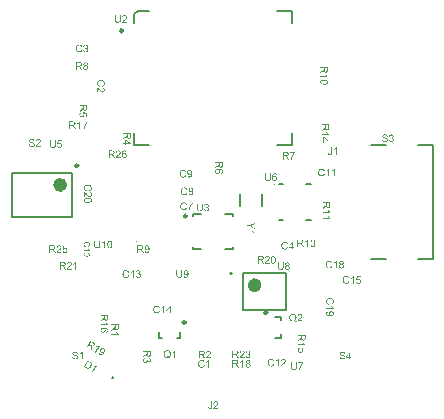
<source format=gbr>
%TF.GenerationSoftware,Altium Limited,Altium Designer,22.4.2 (48)*%
G04 Layer_Color=65535*
%FSLAX26Y26*%
%MOIN*%
%TF.SameCoordinates,EEB37D52-3F05-4F2D-94FA-AFEEE7D9EDB4*%
%TF.FilePolarity,Positive*%
%TF.FileFunction,Legend,Top*%
%TF.Part,Single*%
G01*
G75*
%TA.AperFunction,NonConductor*%
%ADD58C,0.009842*%
%ADD59C,0.003937*%
%ADD60C,0.007874*%
%ADD61C,0.023622*%
G36*
X-341992Y-591465D02*
X-331236Y-588583D01*
X-334118Y-577827D01*
X-341992Y-591465D01*
D02*
G37*
G36*
X-307460Y608434D02*
Y608416D01*
Y608398D01*
Y608343D01*
Y608271D01*
Y608180D01*
Y608070D01*
X-307478Y607816D01*
Y607488D01*
X-307496Y607124D01*
X-307533Y606705D01*
X-307569Y606269D01*
X-307623Y605795D01*
X-307678Y605304D01*
X-307824Y604303D01*
X-307933Y603793D01*
X-308042Y603320D01*
X-308188Y602847D01*
X-308333Y602410D01*
X-308351Y602392D01*
X-308370Y602319D01*
X-308424Y602192D01*
X-308497Y602046D01*
X-308606Y601846D01*
X-308716Y601628D01*
X-308861Y601391D01*
X-309043Y601118D01*
X-309243Y600827D01*
X-309462Y600536D01*
X-309716Y600244D01*
X-310008Y599935D01*
X-310317Y599626D01*
X-310645Y599334D01*
X-311027Y599043D01*
X-311427Y598770D01*
X-311445Y598752D01*
X-311536Y598716D01*
X-311664Y598643D01*
X-311828Y598552D01*
X-312064Y598443D01*
X-312319Y598333D01*
X-312647Y598206D01*
X-312993Y598079D01*
X-313411Y597951D01*
X-313848Y597824D01*
X-314321Y597715D01*
X-314849Y597605D01*
X-315413Y597514D01*
X-316014Y597442D01*
X-316632Y597405D01*
X-317306Y597387D01*
X-317652D01*
X-317888Y597405D01*
X-318198Y597423D01*
X-318543Y597460D01*
X-318944Y597496D01*
X-319363Y597533D01*
X-319817Y597605D01*
X-320291Y597678D01*
X-320764Y597787D01*
X-321255Y597897D01*
X-321728Y598042D01*
X-322220Y598206D01*
X-322675Y598388D01*
X-323112Y598606D01*
X-323130Y598625D01*
X-323203Y598661D01*
X-323330Y598734D01*
X-323476Y598825D01*
X-323658Y598952D01*
X-323876Y599116D01*
X-324094Y599298D01*
X-324349Y599498D01*
X-324604Y599735D01*
X-324877Y600008D01*
X-325150Y600281D01*
X-325405Y600608D01*
X-325660Y600936D01*
X-325896Y601318D01*
X-326115Y601700D01*
X-326315Y602119D01*
X-326333Y602155D01*
X-326351Y602228D01*
X-326406Y602356D01*
X-326461Y602538D01*
X-326533Y602774D01*
X-326606Y603065D01*
X-326697Y603393D01*
X-326788Y603775D01*
X-326879Y604212D01*
X-326970Y604685D01*
X-327043Y605195D01*
X-327116Y605759D01*
X-327170Y606360D01*
X-327225Y607015D01*
X-327243Y607706D01*
X-327261Y608434D01*
Y622994D01*
X-323931D01*
Y608453D01*
Y608416D01*
Y608307D01*
Y608143D01*
X-323913Y607925D01*
Y607652D01*
X-323894Y607342D01*
X-323876Y606997D01*
X-323858Y606614D01*
X-323822Y606232D01*
X-323785Y605832D01*
X-323676Y605031D01*
X-323603Y604649D01*
X-323530Y604267D01*
X-323439Y603921D01*
X-323330Y603611D01*
Y603593D01*
X-323294Y603539D01*
X-323257Y603466D01*
X-323203Y603357D01*
X-323148Y603229D01*
X-323057Y603084D01*
X-322839Y602738D01*
X-322548Y602356D01*
X-322384Y602155D01*
X-322183Y601955D01*
X-321983Y601755D01*
X-321747Y601573D01*
X-321510Y601391D01*
X-321237Y601227D01*
X-321219D01*
X-321164Y601191D01*
X-321091Y601154D01*
X-320964Y601100D01*
X-320818Y601027D01*
X-320655Y600954D01*
X-320454Y600881D01*
X-320218Y600809D01*
X-319963Y600736D01*
X-319690Y600663D01*
X-319399Y600590D01*
X-319071Y600517D01*
X-318726Y600463D01*
X-318361Y600426D01*
X-317998Y600408D01*
X-317597Y600390D01*
X-317433D01*
X-317251Y600408D01*
X-316997D01*
X-316687Y600445D01*
X-316360Y600481D01*
X-315977Y600536D01*
X-315559Y600590D01*
X-315140Y600681D01*
X-314703Y600790D01*
X-314267Y600936D01*
X-313830Y601082D01*
X-313411Y601282D01*
X-313029Y601500D01*
X-312665Y601755D01*
X-312356Y602046D01*
X-312337Y602064D01*
X-312283Y602119D01*
X-312210Y602228D01*
X-312119Y602374D01*
X-311991Y602574D01*
X-311864Y602829D01*
X-311719Y603120D01*
X-311573Y603484D01*
X-311427Y603884D01*
X-311282Y604339D01*
X-311154Y604867D01*
X-311027Y605450D01*
X-310936Y606105D01*
X-310863Y606815D01*
X-310808Y607597D01*
X-310790Y608453D01*
Y622994D01*
X-307460D01*
Y608434D01*
D02*
G37*
G36*
X-294465Y623067D02*
X-294210Y623049D01*
X-293901Y623031D01*
X-293555Y622976D01*
X-293154Y622922D01*
X-292736Y622831D01*
X-292281Y622721D01*
X-291826Y622594D01*
X-291334Y622430D01*
X-290861Y622230D01*
X-290388Y621993D01*
X-289933Y621739D01*
X-289496Y621429D01*
X-289078Y621065D01*
X-289060Y621047D01*
X-288987Y620974D01*
X-288877Y620865D01*
X-288750Y620701D01*
X-288586Y620519D01*
X-288404Y620283D01*
X-288204Y620010D01*
X-288004Y619700D01*
X-287822Y619354D01*
X-287622Y618972D01*
X-287440Y618554D01*
X-287276Y618117D01*
X-287149Y617644D01*
X-287039Y617152D01*
X-286966Y616624D01*
X-286948Y616078D01*
Y616060D01*
Y616006D01*
Y615933D01*
Y615824D01*
X-286966Y615678D01*
X-286985Y615532D01*
X-287003Y615350D01*
X-287021Y615150D01*
X-287094Y614695D01*
X-287203Y614186D01*
X-287367Y613658D01*
X-287567Y613112D01*
Y613094D01*
X-287603Y613039D01*
X-287640Y612966D01*
X-287695Y612857D01*
X-287749Y612730D01*
X-287840Y612566D01*
X-287931Y612384D01*
X-288058Y612184D01*
X-288186Y611965D01*
X-288332Y611729D01*
X-288695Y611201D01*
X-288896Y610928D01*
X-289114Y610637D01*
X-289369Y610345D01*
X-289624Y610036D01*
X-289642Y610018D01*
X-289697Y609963D01*
X-289769Y609872D01*
X-289897Y609745D01*
X-290060Y609581D01*
X-290261Y609381D01*
X-290479Y609144D01*
X-290752Y608871D01*
X-291062Y608580D01*
X-291425Y608252D01*
X-291808Y607888D01*
X-292245Y607488D01*
X-292718Y607069D01*
X-293227Y606614D01*
X-293791Y606123D01*
X-294392Y605613D01*
X-294428Y605595D01*
X-294519Y605504D01*
X-294647Y605395D01*
X-294829Y605231D01*
X-295065Y605049D01*
X-295302Y604831D01*
X-295575Y604594D01*
X-295866Y604339D01*
X-296485Y603812D01*
X-296776Y603539D01*
X-297067Y603284D01*
X-297341Y603029D01*
X-297577Y602811D01*
X-297796Y602610D01*
X-297959Y602428D01*
X-297996Y602392D01*
X-298087Y602283D01*
X-298232Y602119D01*
X-298414Y601919D01*
X-298615Y601664D01*
X-298833Y601391D01*
X-299051Y601082D01*
X-299252Y600772D01*
X-286912D01*
Y597806D01*
X-303547D01*
Y597824D01*
Y597860D01*
Y597915D01*
Y597988D01*
Y598097D01*
X-303529Y598206D01*
X-303510Y598497D01*
X-303474Y598807D01*
X-303419Y599171D01*
X-303328Y599553D01*
X-303201Y599935D01*
Y599953D01*
X-303164Y600008D01*
X-303128Y600099D01*
X-303074Y600226D01*
X-303019Y600390D01*
X-302928Y600572D01*
X-302819Y600772D01*
X-302709Y600991D01*
X-302582Y601245D01*
X-302418Y601500D01*
X-302072Y602064D01*
X-301654Y602665D01*
X-301163Y603284D01*
X-301144Y603302D01*
X-301090Y603357D01*
X-301017Y603448D01*
X-300908Y603575D01*
X-300762Y603739D01*
X-300580Y603921D01*
X-300380Y604139D01*
X-300125Y604376D01*
X-299852Y604649D01*
X-299561Y604940D01*
X-299233Y605249D01*
X-298869Y605595D01*
X-298469Y605941D01*
X-298050Y606305D01*
X-297595Y606687D01*
X-297122Y607088D01*
X-297104Y607106D01*
X-297067Y607124D01*
X-297013Y607179D01*
X-296940Y607233D01*
X-296849Y607324D01*
X-296740Y607415D01*
X-296467Y607652D01*
X-296121Y607925D01*
X-295757Y608271D01*
X-295339Y608635D01*
X-294902Y609035D01*
X-294428Y609454D01*
X-293974Y609890D01*
X-293500Y610327D01*
X-293063Y610782D01*
X-292627Y611219D01*
X-292245Y611638D01*
X-291880Y612056D01*
X-291589Y612438D01*
X-291571Y612457D01*
X-291535Y612529D01*
X-291462Y612639D01*
X-291353Y612766D01*
X-291243Y612948D01*
X-291134Y613148D01*
X-290989Y613385D01*
X-290861Y613640D01*
X-290734Y613913D01*
X-290588Y614204D01*
X-290352Y614841D01*
X-290261Y615168D01*
X-290188Y615496D01*
X-290151Y615824D01*
X-290133Y616151D01*
Y616169D01*
Y616242D01*
Y616333D01*
X-290151Y616461D01*
X-290170Y616624D01*
X-290206Y616806D01*
X-290243Y617007D01*
X-290297Y617225D01*
X-290370Y617462D01*
X-290461Y617716D01*
X-290570Y617971D01*
X-290697Y618226D01*
X-290843Y618499D01*
X-291025Y618754D01*
X-291225Y619009D01*
X-291462Y619245D01*
X-291480Y619263D01*
X-291517Y619300D01*
X-291589Y619354D01*
X-291699Y619445D01*
X-291826Y619536D01*
X-291990Y619646D01*
X-292172Y619773D01*
X-292372Y619882D01*
X-292608Y620010D01*
X-292863Y620119D01*
X-293154Y620228D01*
X-293446Y620319D01*
X-293773Y620410D01*
X-294119Y620465D01*
X-294483Y620501D01*
X-294865Y620519D01*
X-295084D01*
X-295229Y620501D01*
X-295430Y620483D01*
X-295648Y620446D01*
X-295885Y620410D01*
X-296158Y620355D01*
X-296430Y620283D01*
X-296722Y620192D01*
X-297013Y620082D01*
X-297322Y619955D01*
X-297613Y619791D01*
X-297905Y619609D01*
X-298196Y619409D01*
X-298451Y619172D01*
X-298469Y619154D01*
X-298505Y619118D01*
X-298578Y619027D01*
X-298651Y618936D01*
X-298760Y618790D01*
X-298869Y618626D01*
X-298997Y618426D01*
X-299106Y618208D01*
X-299233Y617971D01*
X-299361Y617680D01*
X-299470Y617389D01*
X-299579Y617061D01*
X-299652Y616697D01*
X-299725Y616315D01*
X-299761Y615915D01*
X-299779Y615478D01*
X-302964Y615805D01*
Y615824D01*
Y615842D01*
X-302946Y615896D01*
Y615969D01*
X-302928Y616151D01*
X-302873Y616388D01*
X-302819Y616679D01*
X-302746Y617025D01*
X-302655Y617407D01*
X-302546Y617807D01*
X-302400Y618244D01*
X-302236Y618681D01*
X-302036Y619136D01*
X-301800Y619591D01*
X-301545Y620028D01*
X-301235Y620446D01*
X-300908Y620847D01*
X-300526Y621211D01*
X-300507Y621229D01*
X-300435Y621284D01*
X-300307Y621393D01*
X-300143Y621502D01*
X-299925Y621648D01*
X-299670Y621811D01*
X-299361Y621975D01*
X-299015Y622157D01*
X-298615Y622321D01*
X-298196Y622485D01*
X-297723Y622649D01*
X-297213Y622794D01*
X-296667Y622922D01*
X-296085Y623013D01*
X-295466Y623067D01*
X-294811Y623085D01*
X-294647D01*
X-294465Y623067D01*
D02*
G37*
G36*
X235025Y-215852D02*
Y-215870D01*
Y-215888D01*
Y-215943D01*
Y-216015D01*
Y-216106D01*
Y-216216D01*
X235007Y-216470D01*
Y-216798D01*
X234988Y-217162D01*
X234952Y-217581D01*
X234916Y-218017D01*
X234861Y-218491D01*
X234806Y-218982D01*
X234661Y-219983D01*
X234552Y-220493D01*
X234442Y-220966D01*
X234297Y-221439D01*
X234151Y-221876D01*
X234133Y-221894D01*
X234115Y-221967D01*
X234060Y-222094D01*
X233988Y-222240D01*
X233878Y-222440D01*
X233769Y-222658D01*
X233624Y-222895D01*
X233441Y-223168D01*
X233241Y-223459D01*
X233023Y-223750D01*
X232768Y-224042D01*
X232477Y-224351D01*
X232167Y-224660D01*
X231840Y-224952D01*
X231458Y-225243D01*
X231057Y-225516D01*
X231039Y-225534D01*
X230948Y-225570D01*
X230821Y-225643D01*
X230657Y-225734D01*
X230420Y-225843D01*
X230166Y-225953D01*
X229838Y-226080D01*
X229492Y-226207D01*
X229073Y-226335D01*
X228637Y-226462D01*
X228163Y-226571D01*
X227636Y-226681D01*
X227071Y-226772D01*
X226471Y-226844D01*
X225852Y-226881D01*
X225179Y-226899D01*
X224833D01*
X224596Y-226881D01*
X224287Y-226863D01*
X223941Y-226826D01*
X223541Y-226790D01*
X223122Y-226753D01*
X222667Y-226681D01*
X222194Y-226608D01*
X221721Y-226499D01*
X221229Y-226389D01*
X220756Y-226244D01*
X220265Y-226080D01*
X219810Y-225898D01*
X219373Y-225680D01*
X219355Y-225661D01*
X219282Y-225625D01*
X219155Y-225552D01*
X219009Y-225461D01*
X218827Y-225334D01*
X218608Y-225170D01*
X218390Y-224988D01*
X218135Y-224788D01*
X217881Y-224551D01*
X217607Y-224278D01*
X217334Y-224005D01*
X217080Y-223678D01*
X216825Y-223350D01*
X216588Y-222968D01*
X216370Y-222586D01*
X216170Y-222167D01*
X216151Y-222131D01*
X216133Y-222058D01*
X216079Y-221930D01*
X216024Y-221748D01*
X215951Y-221512D01*
X215879Y-221221D01*
X215787Y-220893D01*
X215696Y-220511D01*
X215606Y-220074D01*
X215514Y-219601D01*
X215442Y-219091D01*
X215369Y-218527D01*
X215314Y-217926D01*
X215260Y-217271D01*
X215242Y-216580D01*
X215223Y-215852D01*
Y-201292D01*
X218554D01*
Y-215833D01*
Y-215870D01*
Y-215979D01*
Y-216143D01*
X218572Y-216361D01*
Y-216634D01*
X218590Y-216944D01*
X218608Y-217289D01*
X218627Y-217672D01*
X218663Y-218054D01*
X218700Y-218454D01*
X218809Y-219255D01*
X218881Y-219637D01*
X218954Y-220019D01*
X219045Y-220365D01*
X219155Y-220675D01*
Y-220693D01*
X219191Y-220747D01*
X219227Y-220820D01*
X219282Y-220929D01*
X219337Y-221057D01*
X219428Y-221202D01*
X219646Y-221548D01*
X219937Y-221930D01*
X220101Y-222131D01*
X220301Y-222331D01*
X220501Y-222531D01*
X220738Y-222713D01*
X220975Y-222895D01*
X221248Y-223059D01*
X221266D01*
X221320Y-223095D01*
X221393Y-223132D01*
X221520Y-223186D01*
X221666Y-223259D01*
X221830Y-223332D01*
X222030Y-223405D01*
X222267Y-223477D01*
X222522Y-223550D01*
X222794Y-223623D01*
X223086Y-223696D01*
X223413Y-223769D01*
X223759Y-223823D01*
X224123Y-223860D01*
X224487Y-223878D01*
X224887Y-223896D01*
X225051D01*
X225233Y-223878D01*
X225488D01*
X225798Y-223841D01*
X226125Y-223805D01*
X226507Y-223750D01*
X226926Y-223696D01*
X227345Y-223605D01*
X227781Y-223496D01*
X228218Y-223350D01*
X228655Y-223204D01*
X229073Y-223004D01*
X229456Y-222786D01*
X229820Y-222531D01*
X230129Y-222240D01*
X230147Y-222222D01*
X230202Y-222167D01*
X230275Y-222058D01*
X230366Y-221912D01*
X230493Y-221712D01*
X230620Y-221457D01*
X230766Y-221166D01*
X230912Y-220802D01*
X231057Y-220402D01*
X231203Y-219947D01*
X231330Y-219419D01*
X231458Y-218836D01*
X231549Y-218181D01*
X231621Y-217471D01*
X231676Y-216689D01*
X231694Y-215833D01*
Y-201292D01*
X235025D01*
Y-215852D01*
D02*
G37*
G36*
X247838Y-201219D02*
X248074Y-201237D01*
X248347Y-201255D01*
X248675Y-201310D01*
X249039Y-201364D01*
X249421Y-201437D01*
X249840Y-201546D01*
X250276Y-201674D01*
X250713Y-201819D01*
X251150Y-202020D01*
X251587Y-202238D01*
X252024Y-202493D01*
X252442Y-202784D01*
X252825Y-203130D01*
X252843Y-203148D01*
X252916Y-203221D01*
X253006Y-203330D01*
X253134Y-203476D01*
X253298Y-203658D01*
X253462Y-203876D01*
X253643Y-204131D01*
X253844Y-204422D01*
X254026Y-204750D01*
X254208Y-205114D01*
X254371Y-205496D01*
X254535Y-205896D01*
X254663Y-206333D01*
X254754Y-206806D01*
X254827Y-207279D01*
X254845Y-207789D01*
Y-207807D01*
Y-207862D01*
Y-207953D01*
X254827Y-208080D01*
X254808Y-208226D01*
X254790Y-208408D01*
X254772Y-208608D01*
X254736Y-208826D01*
X254626Y-209300D01*
X254463Y-209809D01*
X254353Y-210064D01*
X254226Y-210319D01*
X254080Y-210574D01*
X253917Y-210828D01*
X253898Y-210847D01*
X253880Y-210883D01*
X253826Y-210956D01*
X253734Y-211047D01*
X253643Y-211156D01*
X253516Y-211265D01*
X253389Y-211411D01*
X253225Y-211556D01*
X253025Y-211720D01*
X252825Y-211884D01*
X252588Y-212048D01*
X252351Y-212212D01*
X252060Y-212375D01*
X251769Y-212539D01*
X251459Y-212685D01*
X251114Y-212830D01*
X251132D01*
X251223Y-212867D01*
X251332Y-212903D01*
X251496Y-212976D01*
X251696Y-213049D01*
X251915Y-213158D01*
X252169Y-213267D01*
X252424Y-213413D01*
X252715Y-213577D01*
X253006Y-213759D01*
X253298Y-213959D01*
X253589Y-214177D01*
X253880Y-214414D01*
X254153Y-214687D01*
X254426Y-214960D01*
X254663Y-215269D01*
X254681Y-215287D01*
X254717Y-215342D01*
X254772Y-215433D01*
X254863Y-215560D01*
X254954Y-215724D01*
X255045Y-215924D01*
X255154Y-216143D01*
X255281Y-216398D01*
X255391Y-216689D01*
X255500Y-216980D01*
X255591Y-217326D01*
X255700Y-217672D01*
X255773Y-218054D01*
X255827Y-218436D01*
X255864Y-218855D01*
X255882Y-219291D01*
Y-219328D01*
Y-219437D01*
X255864Y-219601D01*
X255846Y-219837D01*
X255809Y-220110D01*
X255755Y-220420D01*
X255682Y-220784D01*
X255591Y-221184D01*
X255482Y-221603D01*
X255318Y-222040D01*
X255136Y-222476D01*
X254917Y-222931D01*
X254644Y-223405D01*
X254353Y-223841D01*
X253989Y-224296D01*
X253589Y-224715D01*
X253571Y-224733D01*
X253480Y-224806D01*
X253352Y-224915D01*
X253170Y-225061D01*
X252952Y-225225D01*
X252661Y-225407D01*
X252351Y-225607D01*
X251987Y-225807D01*
X251569Y-226007D01*
X251114Y-226207D01*
X250622Y-226389D01*
X250095Y-226553D01*
X249512Y-226699D01*
X248911Y-226808D01*
X248256Y-226881D01*
X247583Y-226899D01*
X247419D01*
X247219Y-226881D01*
X246964Y-226863D01*
X246655Y-226826D01*
X246291Y-226790D01*
X245872Y-226717D01*
X245435Y-226626D01*
X244962Y-226499D01*
X244471Y-226353D01*
X243979Y-226189D01*
X243470Y-225971D01*
X242960Y-225716D01*
X242469Y-225425D01*
X242014Y-225079D01*
X241559Y-224697D01*
X241541Y-224679D01*
X241468Y-224588D01*
X241340Y-224478D01*
X241213Y-224296D01*
X241031Y-224078D01*
X240831Y-223823D01*
X240631Y-223532D01*
X240430Y-223186D01*
X240212Y-222804D01*
X240012Y-222385D01*
X239811Y-221930D01*
X239648Y-221457D01*
X239502Y-220929D01*
X239375Y-220383D01*
X239302Y-219801D01*
X239284Y-219200D01*
Y-219164D01*
Y-219091D01*
Y-218964D01*
X239302Y-218782D01*
X239320Y-218582D01*
X239357Y-218327D01*
X239393Y-218054D01*
X239447Y-217763D01*
X239502Y-217453D01*
X239593Y-217107D01*
X239684Y-216780D01*
X239811Y-216434D01*
X239957Y-216088D01*
X240121Y-215742D01*
X240303Y-215415D01*
X240521Y-215087D01*
X240540Y-215069D01*
X240576Y-215014D01*
X240649Y-214923D01*
X240758Y-214814D01*
X240885Y-214687D01*
X241049Y-214523D01*
X241231Y-214359D01*
X241431Y-214177D01*
X241686Y-213995D01*
X241941Y-213813D01*
X242232Y-213613D01*
X242560Y-213431D01*
X242905Y-213267D01*
X243269Y-213103D01*
X243670Y-212958D01*
X244089Y-212830D01*
X244070D01*
X243998Y-212794D01*
X243906Y-212758D01*
X243779Y-212703D01*
X243615Y-212630D01*
X243433Y-212539D01*
X243233Y-212430D01*
X243015Y-212321D01*
X242542Y-212030D01*
X242068Y-211684D01*
X241613Y-211283D01*
X241413Y-211065D01*
X241231Y-210828D01*
X241213Y-210810D01*
X241195Y-210774D01*
X241140Y-210701D01*
X241085Y-210592D01*
X241013Y-210464D01*
X240940Y-210319D01*
X240849Y-210137D01*
X240776Y-209937D01*
X240685Y-209718D01*
X240594Y-209482D01*
X240521Y-209227D01*
X240448Y-208954D01*
X240339Y-208353D01*
X240321Y-208026D01*
X240303Y-207698D01*
Y-207662D01*
Y-207571D01*
X240321Y-207425D01*
X240339Y-207243D01*
X240357Y-207006D01*
X240412Y-206733D01*
X240467Y-206424D01*
X240558Y-206096D01*
X240649Y-205732D01*
X240776Y-205368D01*
X240940Y-204986D01*
X241140Y-204586D01*
X241358Y-204204D01*
X241613Y-203803D01*
X241923Y-203439D01*
X242268Y-203075D01*
X242287Y-203057D01*
X242359Y-203002D01*
X242469Y-202893D01*
X242632Y-202784D01*
X242833Y-202638D01*
X243069Y-202475D01*
X243342Y-202311D01*
X243670Y-202129D01*
X244016Y-201965D01*
X244416Y-201801D01*
X244853Y-201637D01*
X245326Y-201492D01*
X245817Y-201364D01*
X246363Y-201273D01*
X246928Y-201219D01*
X247528Y-201201D01*
X247674D01*
X247838Y-201219D01*
D02*
G37*
G36*
X-486746Y-147998D02*
X-496829D01*
X-498176Y-154787D01*
X-498158Y-154768D01*
X-498067Y-154714D01*
X-497957Y-154641D01*
X-497776Y-154532D01*
X-497575Y-154423D01*
X-497339Y-154277D01*
X-497048Y-154150D01*
X-496738Y-153986D01*
X-496392Y-153840D01*
X-496028Y-153695D01*
X-495628Y-153567D01*
X-495228Y-153458D01*
X-494791Y-153349D01*
X-494354Y-153276D01*
X-493881Y-153221D01*
X-493426Y-153203D01*
X-493280D01*
X-493098Y-153221D01*
X-492880Y-153240D01*
X-492589Y-153276D01*
X-492261Y-153331D01*
X-491879Y-153404D01*
X-491478Y-153494D01*
X-491060Y-153604D01*
X-490605Y-153768D01*
X-490150Y-153950D01*
X-489676Y-154168D01*
X-489203Y-154441D01*
X-488730Y-154732D01*
X-488275Y-155096D01*
X-487838Y-155496D01*
X-487820Y-155515D01*
X-487747Y-155606D01*
X-487620Y-155733D01*
X-487474Y-155915D01*
X-487310Y-156133D01*
X-487110Y-156406D01*
X-486910Y-156734D01*
X-486692Y-157098D01*
X-486491Y-157499D01*
X-486291Y-157935D01*
X-486091Y-158427D01*
X-485909Y-158936D01*
X-485782Y-159500D01*
X-485654Y-160101D01*
X-485582Y-160720D01*
X-485563Y-161375D01*
Y-161393D01*
Y-161411D01*
Y-161466D01*
Y-161521D01*
X-485582Y-161703D01*
X-485600Y-161939D01*
X-485618Y-162249D01*
X-485673Y-162595D01*
X-485727Y-162977D01*
X-485818Y-163395D01*
X-485927Y-163850D01*
X-486055Y-164323D01*
X-486219Y-164815D01*
X-486401Y-165306D01*
X-486637Y-165816D01*
X-486910Y-166307D01*
X-487219Y-166799D01*
X-487565Y-167272D01*
X-487602Y-167308D01*
X-487675Y-167399D01*
X-487820Y-167545D01*
X-488002Y-167745D01*
X-488257Y-167982D01*
X-488548Y-168237D01*
X-488894Y-168510D01*
X-489294Y-168801D01*
X-489749Y-169092D01*
X-490241Y-169365D01*
X-490787Y-169620D01*
X-491387Y-169856D01*
X-492024Y-170038D01*
X-492698Y-170202D01*
X-493426Y-170293D01*
X-494190Y-170329D01*
X-494336D01*
X-494518Y-170311D01*
X-494754Y-170293D01*
X-495046Y-170275D01*
X-495391Y-170220D01*
X-495774Y-170166D01*
X-496174Y-170093D01*
X-496611Y-169984D01*
X-497066Y-169856D01*
X-497539Y-169711D01*
X-498012Y-169529D01*
X-498467Y-169310D01*
X-498940Y-169055D01*
X-499377Y-168746D01*
X-499796Y-168418D01*
X-499814Y-168400D01*
X-499887Y-168327D01*
X-499996Y-168218D01*
X-500142Y-168073D01*
X-500305Y-167873D01*
X-500505Y-167636D01*
X-500706Y-167363D01*
X-500924Y-167054D01*
X-501142Y-166708D01*
X-501343Y-166326D01*
X-501561Y-165907D01*
X-501761Y-165452D01*
X-501925Y-164960D01*
X-502071Y-164433D01*
X-502198Y-163887D01*
X-502271Y-163304D01*
X-499031Y-163031D01*
Y-163049D01*
X-499013Y-163141D01*
X-498995Y-163250D01*
X-498959Y-163413D01*
X-498904Y-163614D01*
X-498849Y-163850D01*
X-498776Y-164105D01*
X-498685Y-164378D01*
X-498467Y-164942D01*
X-498340Y-165252D01*
X-498194Y-165543D01*
X-498012Y-165834D01*
X-497830Y-166107D01*
X-497612Y-166362D01*
X-497375Y-166599D01*
X-497357Y-166617D01*
X-497320Y-166653D01*
X-497248Y-166708D01*
X-497139Y-166780D01*
X-497011Y-166871D01*
X-496847Y-166981D01*
X-496683Y-167072D01*
X-496483Y-167181D01*
X-496265Y-167308D01*
X-496010Y-167399D01*
X-495755Y-167508D01*
X-495464Y-167600D01*
X-495173Y-167672D01*
X-494863Y-167727D01*
X-494536Y-167763D01*
X-494190Y-167781D01*
X-494081D01*
X-493972Y-167763D01*
X-493808D01*
X-493626Y-167727D01*
X-493389Y-167690D01*
X-493135Y-167636D01*
X-492861Y-167563D01*
X-492570Y-167490D01*
X-492261Y-167381D01*
X-491952Y-167236D01*
X-491624Y-167072D01*
X-491315Y-166890D01*
X-490987Y-166653D01*
X-490678Y-166398D01*
X-490386Y-166107D01*
X-490368Y-166089D01*
X-490313Y-166034D01*
X-490241Y-165925D01*
X-490150Y-165798D01*
X-490022Y-165634D01*
X-489895Y-165434D01*
X-489749Y-165197D01*
X-489604Y-164924D01*
X-489476Y-164615D01*
X-489331Y-164287D01*
X-489203Y-163923D01*
X-489076Y-163523D01*
X-488985Y-163086D01*
X-488912Y-162631D01*
X-488858Y-162158D01*
X-488839Y-161648D01*
Y-161612D01*
Y-161539D01*
X-488858Y-161393D01*
Y-161211D01*
X-488876Y-160993D01*
X-488912Y-160720D01*
X-488967Y-160447D01*
X-489021Y-160119D01*
X-489112Y-159792D01*
X-489203Y-159464D01*
X-489331Y-159118D01*
X-489476Y-158754D01*
X-489640Y-158409D01*
X-489840Y-158081D01*
X-490077Y-157753D01*
X-490332Y-157462D01*
X-490350Y-157444D01*
X-490404Y-157389D01*
X-490477Y-157316D01*
X-490605Y-157226D01*
X-490750Y-157098D01*
X-490932Y-156971D01*
X-491132Y-156843D01*
X-491369Y-156698D01*
X-491642Y-156552D01*
X-491933Y-156425D01*
X-492243Y-156279D01*
X-492589Y-156170D01*
X-492971Y-156079D01*
X-493371Y-156006D01*
X-493790Y-155952D01*
X-494226Y-155933D01*
X-494372D01*
X-494481Y-155952D01*
X-494609D01*
X-494772Y-155970D01*
X-494936Y-155988D01*
X-495137Y-156024D01*
X-495555Y-156097D01*
X-496010Y-156225D01*
X-496483Y-156388D01*
X-496938Y-156625D01*
X-496957D01*
X-496993Y-156661D01*
X-497048Y-156698D01*
X-497139Y-156752D01*
X-497357Y-156898D01*
X-497630Y-157098D01*
X-497921Y-157353D01*
X-498231Y-157644D01*
X-498540Y-157990D01*
X-498813Y-158372D01*
X-501725Y-157990D01*
X-499286Y-145050D01*
X-486746D01*
Y-147998D01*
D02*
G37*
G36*
X-513136Y-144649D02*
X-512881Y-144667D01*
X-512572Y-144686D01*
X-512226Y-144740D01*
X-511826Y-144795D01*
X-511407Y-144886D01*
X-510952Y-144995D01*
X-510497Y-145123D01*
X-510006Y-145286D01*
X-509533Y-145487D01*
X-509060Y-145723D01*
X-508604Y-145978D01*
X-508168Y-146287D01*
X-507749Y-146651D01*
X-507731Y-146669D01*
X-507658Y-146742D01*
X-507549Y-146851D01*
X-507421Y-147015D01*
X-507258Y-147197D01*
X-507076Y-147434D01*
X-506875Y-147707D01*
X-506675Y-148016D01*
X-506493Y-148362D01*
X-506293Y-148744D01*
X-506111Y-149163D01*
X-505947Y-149600D01*
X-505820Y-150073D01*
X-505711Y-150564D01*
X-505638Y-151092D01*
X-505620Y-151638D01*
Y-151656D01*
Y-151711D01*
Y-151784D01*
Y-151893D01*
X-505638Y-152038D01*
X-505656Y-152184D01*
X-505674Y-152366D01*
X-505692Y-152566D01*
X-505765Y-153021D01*
X-505875Y-153531D01*
X-506038Y-154059D01*
X-506238Y-154605D01*
Y-154623D01*
X-506275Y-154678D01*
X-506311Y-154750D01*
X-506366Y-154859D01*
X-506421Y-154987D01*
X-506512Y-155151D01*
X-506603Y-155333D01*
X-506730Y-155533D01*
X-506857Y-155751D01*
X-507003Y-155988D01*
X-507367Y-156516D01*
X-507567Y-156789D01*
X-507786Y-157080D01*
X-508040Y-157371D01*
X-508295Y-157680D01*
X-508313Y-157699D01*
X-508368Y-157753D01*
X-508441Y-157844D01*
X-508568Y-157972D01*
X-508732Y-158136D01*
X-508932Y-158336D01*
X-509151Y-158572D01*
X-509423Y-158845D01*
X-509733Y-159137D01*
X-510097Y-159464D01*
X-510479Y-159828D01*
X-510916Y-160228D01*
X-511389Y-160647D01*
X-511899Y-161102D01*
X-512463Y-161594D01*
X-513063Y-162103D01*
X-513100Y-162121D01*
X-513191Y-162212D01*
X-513318Y-162321D01*
X-513500Y-162485D01*
X-513737Y-162667D01*
X-513973Y-162886D01*
X-514246Y-163122D01*
X-514538Y-163377D01*
X-515157Y-163905D01*
X-515448Y-164178D01*
X-515739Y-164433D01*
X-516012Y-164688D01*
X-516249Y-164906D01*
X-516467Y-165106D01*
X-516631Y-165288D01*
X-516667Y-165325D01*
X-516758Y-165434D01*
X-516904Y-165597D01*
X-517086Y-165798D01*
X-517286Y-166053D01*
X-517504Y-166326D01*
X-517723Y-166635D01*
X-517923Y-166944D01*
X-505583D01*
Y-169911D01*
X-522218D01*
Y-169893D01*
Y-169856D01*
Y-169802D01*
Y-169729D01*
Y-169620D01*
X-522200Y-169511D01*
X-522182Y-169219D01*
X-522145Y-168910D01*
X-522091Y-168546D01*
X-522000Y-168164D01*
X-521872Y-167781D01*
Y-167763D01*
X-521836Y-167709D01*
X-521799Y-167618D01*
X-521745Y-167490D01*
X-521690Y-167327D01*
X-521599Y-167144D01*
X-521490Y-166944D01*
X-521381Y-166726D01*
X-521254Y-166471D01*
X-521090Y-166216D01*
X-520744Y-165652D01*
X-520325Y-165052D01*
X-519834Y-164433D01*
X-519816Y-164415D01*
X-519761Y-164360D01*
X-519688Y-164269D01*
X-519579Y-164142D01*
X-519433Y-163978D01*
X-519251Y-163796D01*
X-519051Y-163577D01*
X-518797Y-163341D01*
X-518524Y-163068D01*
X-518232Y-162776D01*
X-517905Y-162467D01*
X-517541Y-162121D01*
X-517140Y-161775D01*
X-516722Y-161411D01*
X-516267Y-161029D01*
X-515793Y-160629D01*
X-515775Y-160611D01*
X-515739Y-160593D01*
X-515684Y-160538D01*
X-515611Y-160483D01*
X-515520Y-160392D01*
X-515411Y-160301D01*
X-515138Y-160065D01*
X-514793Y-159792D01*
X-514428Y-159446D01*
X-514010Y-159082D01*
X-513573Y-158681D01*
X-513100Y-158263D01*
X-512645Y-157826D01*
X-512172Y-157389D01*
X-511735Y-156934D01*
X-511298Y-156498D01*
X-510916Y-156079D01*
X-510552Y-155660D01*
X-510261Y-155278D01*
X-510243Y-155260D01*
X-510206Y-155187D01*
X-510133Y-155078D01*
X-510024Y-154951D01*
X-509915Y-154768D01*
X-509806Y-154568D01*
X-509660Y-154332D01*
X-509533Y-154077D01*
X-509405Y-153804D01*
X-509260Y-153513D01*
X-509023Y-152876D01*
X-508932Y-152548D01*
X-508859Y-152220D01*
X-508823Y-151893D01*
X-508805Y-151565D01*
Y-151547D01*
Y-151474D01*
Y-151383D01*
X-508823Y-151256D01*
X-508841Y-151092D01*
X-508877Y-150910D01*
X-508914Y-150710D01*
X-508969Y-150492D01*
X-509041Y-150255D01*
X-509132Y-150000D01*
X-509241Y-149745D01*
X-509369Y-149490D01*
X-509514Y-149218D01*
X-509697Y-148963D01*
X-509897Y-148708D01*
X-510133Y-148471D01*
X-510151Y-148453D01*
X-510188Y-148417D01*
X-510261Y-148362D01*
X-510370Y-148271D01*
X-510497Y-148180D01*
X-510661Y-148071D01*
X-510843Y-147944D01*
X-511043Y-147834D01*
X-511280Y-147707D01*
X-511535Y-147598D01*
X-511826Y-147488D01*
X-512117Y-147398D01*
X-512445Y-147306D01*
X-512790Y-147252D01*
X-513154Y-147215D01*
X-513537Y-147197D01*
X-513755D01*
X-513901Y-147215D01*
X-514101Y-147234D01*
X-514319Y-147270D01*
X-514556Y-147306D01*
X-514829Y-147361D01*
X-515102Y-147434D01*
X-515393Y-147525D01*
X-515684Y-147634D01*
X-515994Y-147762D01*
X-516285Y-147925D01*
X-516576Y-148107D01*
X-516867Y-148308D01*
X-517122Y-148544D01*
X-517140Y-148562D01*
X-517177Y-148599D01*
X-517250Y-148690D01*
X-517322Y-148781D01*
X-517432Y-148926D01*
X-517541Y-149090D01*
X-517668Y-149290D01*
X-517777Y-149509D01*
X-517905Y-149745D01*
X-518032Y-150036D01*
X-518141Y-150328D01*
X-518250Y-150655D01*
X-518323Y-151019D01*
X-518396Y-151401D01*
X-518433Y-151802D01*
X-518451Y-152239D01*
X-521636Y-151911D01*
Y-151893D01*
Y-151875D01*
X-521617Y-151820D01*
Y-151747D01*
X-521599Y-151565D01*
X-521545Y-151329D01*
X-521490Y-151037D01*
X-521417Y-150692D01*
X-521326Y-150310D01*
X-521217Y-149909D01*
X-521072Y-149472D01*
X-520908Y-149036D01*
X-520707Y-148581D01*
X-520471Y-148125D01*
X-520216Y-147689D01*
X-519907Y-147270D01*
X-519579Y-146870D01*
X-519197Y-146506D01*
X-519179Y-146488D01*
X-519106Y-146433D01*
X-518979Y-146324D01*
X-518815Y-146214D01*
X-518596Y-146069D01*
X-518341Y-145905D01*
X-518032Y-145741D01*
X-517686Y-145559D01*
X-517286Y-145395D01*
X-516867Y-145232D01*
X-516394Y-145068D01*
X-515885Y-144922D01*
X-515338Y-144795D01*
X-514756Y-144704D01*
X-514137Y-144649D01*
X-513482Y-144631D01*
X-513318D01*
X-513136Y-144649D01*
D02*
G37*
G36*
X-534230Y-144740D02*
X-533939D01*
X-533611Y-144758D01*
X-533265Y-144777D01*
X-532865Y-144813D01*
X-532465Y-144850D01*
X-532046Y-144886D01*
X-531191Y-145013D01*
X-530790Y-145086D01*
X-530390Y-145177D01*
X-530008Y-145286D01*
X-529662Y-145414D01*
X-529644D01*
X-529589Y-145450D01*
X-529498Y-145487D01*
X-529371Y-145541D01*
X-529225Y-145614D01*
X-529061Y-145723D01*
X-528861Y-145832D01*
X-528661Y-145960D01*
X-528442Y-146124D01*
X-528206Y-146287D01*
X-527969Y-146488D01*
X-527733Y-146706D01*
X-527514Y-146961D01*
X-527278Y-147215D01*
X-527059Y-147507D01*
X-526859Y-147816D01*
X-526841Y-147834D01*
X-526804Y-147889D01*
X-526768Y-147980D01*
X-526695Y-148107D01*
X-526622Y-148271D01*
X-526532Y-148471D01*
X-526422Y-148690D01*
X-526331Y-148926D01*
X-526240Y-149199D01*
X-526131Y-149490D01*
X-526040Y-149800D01*
X-525967Y-150127D01*
X-525894Y-150473D01*
X-525840Y-150837D01*
X-525822Y-151220D01*
X-525803Y-151602D01*
Y-151638D01*
Y-151711D01*
X-525822Y-151857D01*
Y-152057D01*
X-525858Y-152275D01*
X-525894Y-152548D01*
X-525949Y-152839D01*
X-526022Y-153167D01*
X-526113Y-153513D01*
X-526222Y-153877D01*
X-526368Y-154259D01*
X-526532Y-154641D01*
X-526732Y-155023D01*
X-526968Y-155387D01*
X-527241Y-155769D01*
X-527551Y-156115D01*
X-527569Y-156133D01*
X-527624Y-156188D01*
X-527733Y-156279D01*
X-527878Y-156406D01*
X-528060Y-156552D01*
X-528297Y-156716D01*
X-528552Y-156898D01*
X-528861Y-157098D01*
X-529225Y-157298D01*
X-529607Y-157499D01*
X-530062Y-157680D01*
X-530535Y-157881D01*
X-531063Y-158044D01*
X-531628Y-158208D01*
X-532246Y-158336D01*
X-532902Y-158445D01*
X-532883D01*
X-532847Y-158481D01*
X-532774Y-158500D01*
X-532683Y-158554D01*
X-532574Y-158609D01*
X-532447Y-158681D01*
X-532155Y-158845D01*
X-531828Y-159027D01*
X-531500Y-159246D01*
X-531191Y-159464D01*
X-530899Y-159701D01*
X-530881Y-159719D01*
X-530827Y-159755D01*
X-530754Y-159846D01*
X-530645Y-159937D01*
X-530517Y-160083D01*
X-530372Y-160228D01*
X-530190Y-160411D01*
X-530008Y-160629D01*
X-529808Y-160865D01*
X-529589Y-161120D01*
X-529352Y-161393D01*
X-529116Y-161685D01*
X-528879Y-162012D01*
X-528625Y-162340D01*
X-528133Y-163068D01*
X-523783Y-169911D01*
X-527951D01*
X-531282Y-164669D01*
X-531300Y-164651D01*
X-531355Y-164578D01*
X-531427Y-164451D01*
X-531518Y-164305D01*
X-531646Y-164105D01*
X-531791Y-163887D01*
X-531955Y-163650D01*
X-532119Y-163395D01*
X-532501Y-162831D01*
X-532902Y-162249D01*
X-533302Y-161703D01*
X-533502Y-161448D01*
X-533684Y-161211D01*
X-533702Y-161193D01*
X-533721Y-161157D01*
X-533775Y-161102D01*
X-533848Y-161011D01*
X-534030Y-160793D01*
X-534248Y-160538D01*
X-534521Y-160265D01*
X-534794Y-159974D01*
X-535086Y-159719D01*
X-535377Y-159519D01*
X-535413Y-159500D01*
X-535504Y-159446D01*
X-535650Y-159355D01*
X-535850Y-159264D01*
X-536068Y-159155D01*
X-536323Y-159027D01*
X-536596Y-158936D01*
X-536887Y-158845D01*
X-536905D01*
X-536996Y-158827D01*
X-537142Y-158809D01*
X-537324Y-158773D01*
X-537579Y-158754D01*
X-537907Y-158736D01*
X-538289Y-158718D01*
X-542602D01*
Y-169911D01*
X-545933D01*
Y-144722D01*
X-534448D01*
X-534230Y-144740D01*
D02*
G37*
G36*
X-3294Y-681570D02*
Y-681606D01*
Y-681715D01*
Y-681879D01*
X-3312Y-682098D01*
Y-682352D01*
X-3331Y-682662D01*
X-3367Y-683008D01*
X-3385Y-683372D01*
X-3440Y-683754D01*
X-3476Y-684154D01*
X-3622Y-684973D01*
X-3713Y-685374D01*
X-3822Y-685756D01*
X-3931Y-686120D01*
X-4077Y-686466D01*
Y-686484D01*
X-4113Y-686538D01*
X-4150Y-686629D01*
X-4222Y-686757D01*
X-4295Y-686902D01*
X-4404Y-687066D01*
X-4532Y-687248D01*
X-4659Y-687448D01*
X-4823Y-687649D01*
X-5005Y-687867D01*
X-5205Y-688085D01*
X-5424Y-688304D01*
X-5660Y-688522D01*
X-5915Y-688722D01*
X-6188Y-688923D01*
X-6497Y-689105D01*
X-6516Y-689123D01*
X-6570Y-689141D01*
X-6661Y-689196D01*
X-6789Y-689250D01*
X-6952Y-689323D01*
X-7134Y-689396D01*
X-7353Y-689469D01*
X-7608Y-689560D01*
X-7881Y-689651D01*
X-8172Y-689723D01*
X-8499Y-689796D01*
X-8827Y-689869D01*
X-9191Y-689924D01*
X-9573Y-689978D01*
X-9955Y-689996D01*
X-10374Y-690015D01*
X-10520D01*
X-10683Y-689996D01*
X-10920Y-689978D01*
X-11193Y-689960D01*
X-11521Y-689905D01*
X-11885Y-689851D01*
X-12267Y-689778D01*
X-12667Y-689669D01*
X-13086Y-689560D01*
X-13504Y-689396D01*
X-13923Y-689214D01*
X-14342Y-688995D01*
X-14742Y-688741D01*
X-15124Y-688449D01*
X-15470Y-688122D01*
X-15488Y-688104D01*
X-15543Y-688031D01*
X-15634Y-687922D01*
X-15743Y-687758D01*
X-15870Y-687558D01*
X-16016Y-687321D01*
X-16180Y-687030D01*
X-16325Y-686702D01*
X-16489Y-686320D01*
X-16653Y-685901D01*
X-16780Y-685428D01*
X-16908Y-684919D01*
X-17017Y-684373D01*
X-17090Y-683772D01*
X-17144Y-683135D01*
Y-682462D01*
X-14141Y-682043D01*
Y-682079D01*
Y-682170D01*
X-14123Y-682316D01*
X-14105Y-682516D01*
X-14087Y-682753D01*
X-14050Y-683008D01*
X-14014Y-683299D01*
X-13959Y-683626D01*
X-13832Y-684282D01*
X-13650Y-684937D01*
X-13523Y-685228D01*
X-13395Y-685519D01*
X-13231Y-685774D01*
X-13068Y-685992D01*
X-13049Y-686011D01*
X-13031Y-686029D01*
X-12958Y-686083D01*
X-12886Y-686156D01*
X-12795Y-686229D01*
X-12667Y-686320D01*
X-12540Y-686429D01*
X-12376Y-686520D01*
X-12194Y-686611D01*
X-11994Y-686720D01*
X-11775Y-686811D01*
X-11539Y-686884D01*
X-11266Y-686957D01*
X-10993Y-686993D01*
X-10702Y-687030D01*
X-10392Y-687048D01*
X-10265D01*
X-10174Y-687030D01*
X-10065D01*
X-9937Y-687012D01*
X-9646Y-686975D01*
X-9318Y-686902D01*
X-8954Y-686811D01*
X-8572Y-686666D01*
X-8226Y-686484D01*
X-8208D01*
X-8190Y-686447D01*
X-8081Y-686375D01*
X-7917Y-686247D01*
X-7735Y-686065D01*
X-7517Y-685847D01*
X-7316Y-685574D01*
X-7116Y-685264D01*
X-6971Y-684919D01*
Y-684900D01*
X-6952Y-684864D01*
X-6934Y-684809D01*
X-6916Y-684737D01*
X-6898Y-684627D01*
X-6861Y-684500D01*
X-6825Y-684336D01*
X-6789Y-684154D01*
X-6770Y-683954D01*
X-6734Y-683717D01*
X-6698Y-683463D01*
X-6679Y-683171D01*
X-6661Y-682862D01*
X-6643Y-682534D01*
X-6625Y-682170D01*
Y-681770D01*
Y-664407D01*
X-3294D01*
Y-681570D01*
D02*
G37*
G36*
X9591Y-664334D02*
X9846Y-664353D01*
X10156Y-664371D01*
X10501Y-664425D01*
X10902Y-664480D01*
X11320Y-664571D01*
X11775Y-664680D01*
X12230Y-664808D01*
X12722Y-664971D01*
X13195Y-665172D01*
X13668Y-665408D01*
X14123Y-665663D01*
X14560Y-665972D01*
X14979Y-666336D01*
X14997Y-666355D01*
X15070Y-666427D01*
X15179Y-666537D01*
X15306Y-666700D01*
X15470Y-666882D01*
X15652Y-667119D01*
X15852Y-667392D01*
X16052Y-667701D01*
X16234Y-668047D01*
X16435Y-668429D01*
X16617Y-668848D01*
X16780Y-669285D01*
X16908Y-669758D01*
X17017Y-670249D01*
X17090Y-670777D01*
X17108Y-671323D01*
Y-671341D01*
Y-671396D01*
Y-671469D01*
Y-671578D01*
X17090Y-671724D01*
X17072Y-671869D01*
X17053Y-672051D01*
X17035Y-672251D01*
X16962Y-672706D01*
X16853Y-673216D01*
X16689Y-673744D01*
X16489Y-674290D01*
Y-674308D01*
X16453Y-674363D01*
X16416Y-674435D01*
X16362Y-674545D01*
X16307Y-674672D01*
X16216Y-674836D01*
X16125Y-675018D01*
X15998Y-675218D01*
X15870Y-675436D01*
X15725Y-675673D01*
X15361Y-676201D01*
X15161Y-676474D01*
X14942Y-676765D01*
X14687Y-677056D01*
X14433Y-677366D01*
X14414Y-677384D01*
X14360Y-677438D01*
X14287Y-677529D01*
X14160Y-677657D01*
X13996Y-677821D01*
X13796Y-678021D01*
X13577Y-678257D01*
X13304Y-678530D01*
X12995Y-678822D01*
X12631Y-679149D01*
X12249Y-679513D01*
X11812Y-679914D01*
X11339Y-680332D01*
X10829Y-680787D01*
X10265Y-681279D01*
X9664Y-681788D01*
X9628Y-681806D01*
X9537Y-681897D01*
X9409Y-682007D01*
X9227Y-682170D01*
X8991Y-682352D01*
X8754Y-682571D01*
X8481Y-682807D01*
X8190Y-683062D01*
X7571Y-683590D01*
X7280Y-683863D01*
X6989Y-684118D01*
X6716Y-684373D01*
X6479Y-684591D01*
X6261Y-684791D01*
X6097Y-684973D01*
X6061Y-685010D01*
X5970Y-685119D01*
X5824Y-685283D01*
X5642Y-685483D01*
X5442Y-685738D01*
X5223Y-686011D01*
X5005Y-686320D01*
X4805Y-686629D01*
X17144D01*
Y-689596D01*
X510D01*
Y-689578D01*
Y-689541D01*
Y-689487D01*
Y-689414D01*
Y-689305D01*
X528Y-689196D01*
X546Y-688904D01*
X582Y-688595D01*
X637Y-688231D01*
X728Y-687849D01*
X855Y-687467D01*
Y-687448D01*
X892Y-687394D01*
X928Y-687303D01*
X983Y-687175D01*
X1037Y-687012D01*
X1128Y-686830D01*
X1238Y-686629D01*
X1347Y-686411D01*
X1474Y-686156D01*
X1638Y-685901D01*
X1984Y-685337D01*
X2402Y-684737D01*
X2894Y-684118D01*
X2912Y-684100D01*
X2967Y-684045D01*
X3039Y-683954D01*
X3149Y-683827D01*
X3294Y-683663D01*
X3476Y-683481D01*
X3676Y-683262D01*
X3931Y-683026D01*
X4204Y-682753D01*
X4495Y-682462D01*
X4823Y-682152D01*
X5187Y-681806D01*
X5587Y-681461D01*
X6006Y-681097D01*
X6461Y-680714D01*
X6934Y-680314D01*
X6952Y-680296D01*
X6989Y-680278D01*
X7043Y-680223D01*
X7116Y-680168D01*
X7207Y-680077D01*
X7316Y-679986D01*
X7589Y-679750D01*
X7935Y-679477D01*
X8299Y-679131D01*
X8718Y-678767D01*
X9155Y-678367D01*
X9628Y-677948D01*
X10083Y-677511D01*
X10556Y-677074D01*
X10993Y-676619D01*
X11430Y-676183D01*
X11812Y-675764D01*
X12176Y-675345D01*
X12467Y-674963D01*
X12485Y-674945D01*
X12522Y-674872D01*
X12594Y-674763D01*
X12704Y-674636D01*
X12813Y-674454D01*
X12922Y-674253D01*
X13068Y-674017D01*
X13195Y-673762D01*
X13322Y-673489D01*
X13468Y-673198D01*
X13705Y-672561D01*
X13796Y-672233D01*
X13868Y-671906D01*
X13905Y-671578D01*
X13923Y-671250D01*
Y-671232D01*
Y-671159D01*
Y-671068D01*
X13905Y-670941D01*
X13887Y-670777D01*
X13850Y-670595D01*
X13814Y-670395D01*
X13759Y-670177D01*
X13686Y-669940D01*
X13595Y-669685D01*
X13486Y-669430D01*
X13359Y-669176D01*
X13213Y-668903D01*
X13031Y-668648D01*
X12831Y-668393D01*
X12594Y-668156D01*
X12576Y-668138D01*
X12540Y-668102D01*
X12467Y-668047D01*
X12358Y-667956D01*
X12230Y-667865D01*
X12067Y-667756D01*
X11885Y-667629D01*
X11684Y-667519D01*
X11448Y-667392D01*
X11193Y-667283D01*
X10902Y-667174D01*
X10611Y-667083D01*
X10283Y-666992D01*
X9937Y-666937D01*
X9573Y-666901D01*
X9191Y-666882D01*
X8973D01*
X8827Y-666901D01*
X8627Y-666919D01*
X8408Y-666955D01*
X8172Y-666992D01*
X7899Y-667046D01*
X7626Y-667119D01*
X7335Y-667210D01*
X7043Y-667319D01*
X6734Y-667447D01*
X6443Y-667610D01*
X6152Y-667792D01*
X5860Y-667993D01*
X5606Y-668229D01*
X5587Y-668247D01*
X5551Y-668284D01*
X5478Y-668375D01*
X5405Y-668466D01*
X5296Y-668611D01*
X5187Y-668775D01*
X5060Y-668975D01*
X4950Y-669194D01*
X4823Y-669430D01*
X4696Y-669722D01*
X4586Y-670013D01*
X4477Y-670340D01*
X4404Y-670704D01*
X4332Y-671087D01*
X4295Y-671487D01*
X4277Y-671924D01*
X1092Y-671596D01*
Y-671578D01*
Y-671560D01*
X1110Y-671505D01*
Y-671432D01*
X1128Y-671250D01*
X1183Y-671014D01*
X1238Y-670723D01*
X1310Y-670377D01*
X1401Y-669995D01*
X1511Y-669594D01*
X1656Y-669157D01*
X1820Y-668721D01*
X2020Y-668266D01*
X2257Y-667811D01*
X2512Y-667374D01*
X2821Y-666955D01*
X3149Y-666555D01*
X3531Y-666191D01*
X3549Y-666173D01*
X3622Y-666118D01*
X3749Y-666009D01*
X3913Y-665900D01*
X4131Y-665754D01*
X4386Y-665590D01*
X4696Y-665426D01*
X5041Y-665244D01*
X5442Y-665081D01*
X5860Y-664917D01*
X6334Y-664753D01*
X6843Y-664607D01*
X7389Y-664480D01*
X7972Y-664389D01*
X8590Y-664334D01*
X9246Y-664316D01*
X9409D01*
X9591Y-664334D01*
D02*
G37*
G36*
X-295481Y171802D02*
X-295281D01*
X-295026Y171766D01*
X-294735Y171730D01*
X-294407Y171675D01*
X-294043Y171620D01*
X-293679Y171529D01*
X-293279Y171420D01*
X-292878Y171275D01*
X-292478Y171111D01*
X-292060Y170929D01*
X-291659Y170692D01*
X-291277Y170437D01*
X-290913Y170146D01*
X-290895Y170128D01*
X-290822Y170073D01*
X-290731Y169964D01*
X-290603Y169837D01*
X-290458Y169673D01*
X-290294Y169455D01*
X-290112Y169218D01*
X-289912Y168945D01*
X-289712Y168636D01*
X-289512Y168290D01*
X-289311Y167908D01*
X-289147Y167489D01*
X-288966Y167052D01*
X-288820Y166579D01*
X-288711Y166069D01*
X-288620Y165542D01*
X-291695Y165305D01*
Y165323D01*
X-291714Y165378D01*
X-291732Y165487D01*
X-291768Y165596D01*
X-291823Y165760D01*
X-291859Y165924D01*
X-292005Y166324D01*
X-292169Y166743D01*
X-292369Y167180D01*
X-292606Y167598D01*
X-292733Y167780D01*
X-292878Y167944D01*
X-292897Y167962D01*
X-292933Y167999D01*
X-293006Y168071D01*
X-293097Y168144D01*
X-293224Y168253D01*
X-293370Y168363D01*
X-293534Y168490D01*
X-293734Y168617D01*
X-293952Y168727D01*
X-294189Y168854D01*
X-294425Y168963D01*
X-294699Y169072D01*
X-294990Y169145D01*
X-295299Y169218D01*
X-295627Y169254D01*
X-295954Y169273D01*
X-296100D01*
X-296209Y169254D01*
X-296337D01*
X-296482Y169236D01*
X-296646Y169200D01*
X-296846Y169163D01*
X-297247Y169072D01*
X-297683Y168927D01*
X-298120Y168708D01*
X-298339Y168581D01*
X-298557Y168435D01*
X-298575Y168417D01*
X-298611Y168381D01*
X-298702Y168326D01*
X-298793Y168235D01*
X-298921Y168126D01*
X-299067Y167999D01*
X-299212Y167835D01*
X-299394Y167653D01*
X-299576Y167453D01*
X-299758Y167216D01*
X-299958Y166961D01*
X-300140Y166688D01*
X-300341Y166379D01*
X-300522Y166051D01*
X-300704Y165705D01*
X-300868Y165341D01*
Y165323D01*
X-300905Y165250D01*
X-300941Y165123D01*
X-300996Y164959D01*
X-301068Y164759D01*
X-301141Y164504D01*
X-301214Y164195D01*
X-301287Y163849D01*
X-301360Y163467D01*
X-301451Y163030D01*
X-301524Y162539D01*
X-301578Y162029D01*
X-301633Y161465D01*
X-301687Y160864D01*
X-301705Y160209D01*
X-301724Y159517D01*
X-301705Y159536D01*
X-301669Y159590D01*
X-301615Y159681D01*
X-301524Y159790D01*
X-301414Y159936D01*
X-301287Y160100D01*
X-301141Y160282D01*
X-300959Y160482D01*
X-300777Y160682D01*
X-300577Y160882D01*
X-300104Y161301D01*
X-299594Y161701D01*
X-299303Y161883D01*
X-299012Y162047D01*
X-298994Y162065D01*
X-298939Y162084D01*
X-298848Y162120D01*
X-298739Y162175D01*
X-298575Y162247D01*
X-298411Y162320D01*
X-298211Y162393D01*
X-297974Y162466D01*
X-297738Y162539D01*
X-297465Y162611D01*
X-296901Y162757D01*
X-296264Y162848D01*
X-295936Y162884D01*
X-295463D01*
X-295299Y162866D01*
X-295099Y162848D01*
X-294826Y162812D01*
X-294517Y162757D01*
X-294171Y162684D01*
X-293788Y162593D01*
X-293388Y162484D01*
X-292969Y162320D01*
X-292533Y162138D01*
X-292078Y161920D01*
X-291641Y161647D01*
X-291204Y161356D01*
X-290767Y160992D01*
X-290349Y160591D01*
X-290330Y160573D01*
X-290258Y160482D01*
X-290149Y160355D01*
X-290003Y160173D01*
X-289839Y159954D01*
X-289657Y159681D01*
X-289457Y159372D01*
X-289257Y159008D01*
X-289057Y158607D01*
X-288856Y158152D01*
X-288674Y157679D01*
X-288510Y157151D01*
X-288365Y156587D01*
X-288256Y156005D01*
X-288183Y155368D01*
X-288165Y154713D01*
Y154694D01*
Y154603D01*
Y154476D01*
X-288183Y154312D01*
X-288201Y154094D01*
X-288219Y153857D01*
X-288256Y153584D01*
X-288292Y153275D01*
X-288347Y152947D01*
X-288420Y152601D01*
X-288492Y152237D01*
X-288601Y151855D01*
X-288729Y151473D01*
X-288856Y151091D01*
X-289020Y150690D01*
X-289202Y150308D01*
X-289220Y150290D01*
X-289257Y150217D01*
X-289311Y150108D01*
X-289384Y149981D01*
X-289493Y149799D01*
X-289621Y149598D01*
X-289766Y149398D01*
X-289930Y149162D01*
X-290130Y148907D01*
X-290330Y148652D01*
X-290567Y148397D01*
X-290822Y148142D01*
X-291077Y147888D01*
X-291368Y147633D01*
X-291677Y147414D01*
X-292005Y147196D01*
X-292023Y147178D01*
X-292078Y147141D01*
X-292187Y147105D01*
X-292314Y147032D01*
X-292496Y146941D01*
X-292697Y146850D01*
X-292915Y146759D01*
X-293188Y146668D01*
X-293461Y146559D01*
X-293770Y146468D01*
X-294116Y146377D01*
X-294462Y146286D01*
X-294844Y146213D01*
X-295226Y146177D01*
X-295645Y146140D01*
X-296063Y146122D01*
X-296227D01*
X-296318Y146140D01*
X-296428D01*
X-296700Y146159D01*
X-297028Y146213D01*
X-297410Y146268D01*
X-297829Y146359D01*
X-298302Y146486D01*
X-298793Y146632D01*
X-299303Y146814D01*
X-299813Y147050D01*
X-300341Y147323D01*
X-300868Y147651D01*
X-301396Y148033D01*
X-301887Y148470D01*
X-302361Y148961D01*
X-302379Y148998D01*
X-302470Y149089D01*
X-302579Y149271D01*
X-302743Y149507D01*
X-302925Y149817D01*
X-303034Y149999D01*
X-303125Y150199D01*
X-303234Y150417D01*
X-303344Y150654D01*
X-303471Y150927D01*
X-303580Y151200D01*
X-303689Y151491D01*
X-303798Y151801D01*
X-303926Y152146D01*
X-304035Y152492D01*
X-304126Y152874D01*
X-304235Y153257D01*
X-304326Y153675D01*
X-304417Y154112D01*
X-304508Y154567D01*
X-304581Y155040D01*
X-304636Y155532D01*
X-304690Y156041D01*
X-304745Y156587D01*
X-304763Y157133D01*
X-304800Y157716D01*
Y158316D01*
Y158334D01*
Y158407D01*
Y158498D01*
Y158644D01*
X-304781Y158808D01*
Y159008D01*
X-304763Y159244D01*
Y159517D01*
X-304745Y159790D01*
X-304709Y160118D01*
X-304690Y160446D01*
X-304654Y160810D01*
X-304581Y161556D01*
X-304454Y162375D01*
X-304326Y163230D01*
X-304144Y164122D01*
X-303926Y164996D01*
X-303671Y165869D01*
X-303362Y166725D01*
X-302998Y167525D01*
X-302798Y167908D01*
X-302579Y168253D01*
X-302342Y168599D01*
X-302106Y168927D01*
X-302070Y168963D01*
X-301997Y169054D01*
X-301869Y169200D01*
X-301669Y169382D01*
X-301433Y169600D01*
X-301159Y169837D01*
X-300814Y170110D01*
X-300432Y170383D01*
X-299995Y170638D01*
X-299522Y170911D01*
X-299012Y171147D01*
X-298448Y171366D01*
X-297829Y171548D01*
X-297192Y171693D01*
X-296500Y171784D01*
X-295772Y171821D01*
X-295645D01*
X-295481Y171802D01*
D02*
G37*
G36*
X-315538D02*
X-315283Y171784D01*
X-314973Y171766D01*
X-314627Y171711D01*
X-314227Y171657D01*
X-313808Y171566D01*
X-313353Y171457D01*
X-312899Y171329D01*
X-312407Y171165D01*
X-311934Y170965D01*
X-311461Y170729D01*
X-311006Y170474D01*
X-310569Y170164D01*
X-310150Y169800D01*
X-310132Y169782D01*
X-310059Y169709D01*
X-309950Y169600D01*
X-309823Y169436D01*
X-309659Y169254D01*
X-309477Y169018D01*
X-309277Y168745D01*
X-309077Y168435D01*
X-308894Y168090D01*
X-308694Y167707D01*
X-308512Y167289D01*
X-308349Y166852D01*
X-308221Y166379D01*
X-308112Y165887D01*
X-308039Y165360D01*
X-308021Y164814D01*
Y164795D01*
Y164741D01*
Y164668D01*
Y164559D01*
X-308039Y164413D01*
X-308057Y164268D01*
X-308075Y164086D01*
X-308094Y163885D01*
X-308166Y163430D01*
X-308276Y162921D01*
X-308440Y162393D01*
X-308640Y161847D01*
Y161829D01*
X-308676Y161774D01*
X-308712Y161701D01*
X-308767Y161592D01*
X-308822Y161465D01*
X-308913Y161301D01*
X-309004Y161119D01*
X-309131Y160919D01*
X-309259Y160700D01*
X-309404Y160464D01*
X-309768Y159936D01*
X-309968Y159663D01*
X-310187Y159372D01*
X-310442Y159081D01*
X-310696Y158771D01*
X-310714Y158753D01*
X-310769Y158698D01*
X-310842Y158607D01*
X-310969Y158480D01*
X-311133Y158316D01*
X-311333Y158116D01*
X-311552Y157879D01*
X-311825Y157606D01*
X-312134Y157315D01*
X-312498Y156988D01*
X-312880Y156624D01*
X-313317Y156223D01*
X-313790Y155805D01*
X-314300Y155350D01*
X-314864Y154858D01*
X-315465Y154349D01*
X-315501Y154330D01*
X-315592Y154239D01*
X-315719Y154130D01*
X-315901Y153966D01*
X-316138Y153784D01*
X-316375Y153566D01*
X-316648Y153329D01*
X-316939Y153075D01*
X-317558Y152547D01*
X-317849Y152274D01*
X-318140Y152019D01*
X-318413Y151764D01*
X-318650Y151546D01*
X-318868Y151346D01*
X-319032Y151164D01*
X-319068Y151127D01*
X-319159Y151018D01*
X-319305Y150854D01*
X-319487Y150654D01*
X-319687Y150399D01*
X-319906Y150126D01*
X-320124Y149817D01*
X-320324Y149507D01*
X-307985D01*
Y146541D01*
X-324619D01*
Y146559D01*
Y146595D01*
Y146650D01*
Y146723D01*
Y146832D01*
X-324601Y146941D01*
X-324583Y147232D01*
X-324546Y147542D01*
X-324492Y147906D01*
X-324401Y148288D01*
X-324274Y148670D01*
Y148688D01*
X-324237Y148743D01*
X-324201Y148834D01*
X-324146Y148961D01*
X-324091Y149125D01*
X-324000Y149307D01*
X-323891Y149507D01*
X-323782Y149726D01*
X-323655Y149981D01*
X-323491Y150235D01*
X-323145Y150800D01*
X-322726Y151400D01*
X-322235Y152019D01*
X-322217Y152037D01*
X-322162Y152092D01*
X-322089Y152183D01*
X-321980Y152310D01*
X-321835Y152474D01*
X-321653Y152656D01*
X-321452Y152874D01*
X-321198Y153111D01*
X-320925Y153384D01*
X-320634Y153675D01*
X-320306Y153985D01*
X-319942Y154330D01*
X-319541Y154676D01*
X-319123Y155040D01*
X-318668Y155422D01*
X-318195Y155823D01*
X-318176Y155841D01*
X-318140Y155859D01*
X-318086Y155914D01*
X-318013Y155968D01*
X-317922Y156059D01*
X-317812Y156150D01*
X-317539Y156387D01*
X-317194Y156660D01*
X-316830Y157006D01*
X-316411Y157370D01*
X-315974Y157770D01*
X-315501Y158189D01*
X-315046Y158626D01*
X-314573Y159062D01*
X-314136Y159517D01*
X-313699Y159954D01*
X-313317Y160373D01*
X-312953Y160791D01*
X-312662Y161174D01*
X-312644Y161192D01*
X-312607Y161265D01*
X-312534Y161374D01*
X-312425Y161501D01*
X-312316Y161683D01*
X-312207Y161883D01*
X-312061Y162120D01*
X-311934Y162375D01*
X-311807Y162648D01*
X-311661Y162939D01*
X-311424Y163576D01*
X-311333Y163904D01*
X-311260Y164231D01*
X-311224Y164559D01*
X-311206Y164886D01*
Y164905D01*
Y164977D01*
Y165068D01*
X-311224Y165196D01*
X-311242Y165360D01*
X-311279Y165542D01*
X-311315Y165742D01*
X-311370Y165960D01*
X-311442Y166197D01*
X-311534Y166452D01*
X-311643Y166706D01*
X-311770Y166961D01*
X-311916Y167234D01*
X-312098Y167489D01*
X-312298Y167744D01*
X-312534Y167980D01*
X-312553Y167999D01*
X-312589Y168035D01*
X-312662Y168090D01*
X-312771Y168181D01*
X-312899Y168272D01*
X-313062Y168381D01*
X-313244Y168508D01*
X-313445Y168617D01*
X-313681Y168745D01*
X-313936Y168854D01*
X-314227Y168963D01*
X-314518Y169054D01*
X-314846Y169145D01*
X-315192Y169200D01*
X-315556Y169236D01*
X-315938Y169254D01*
X-316156D01*
X-316302Y169236D01*
X-316502Y169218D01*
X-316721Y169182D01*
X-316957Y169145D01*
X-317230Y169091D01*
X-317503Y169018D01*
X-317794Y168927D01*
X-318086Y168818D01*
X-318395Y168690D01*
X-318686Y168526D01*
X-318977Y168344D01*
X-319269Y168144D01*
X-319523Y167908D01*
X-319541Y167889D01*
X-319578Y167853D01*
X-319651Y167762D01*
X-319724Y167671D01*
X-319833Y167525D01*
X-319942Y167362D01*
X-320069Y167161D01*
X-320178Y166943D01*
X-320306Y166706D01*
X-320433Y166415D01*
X-320543Y166124D01*
X-320652Y165796D01*
X-320724Y165432D01*
X-320797Y165050D01*
X-320834Y164650D01*
X-320852Y164213D01*
X-324037Y164541D01*
Y164559D01*
Y164577D01*
X-324019Y164632D01*
Y164704D01*
X-324000Y164886D01*
X-323946Y165123D01*
X-323891Y165414D01*
X-323818Y165760D01*
X-323728Y166142D01*
X-323618Y166543D01*
X-323473Y166979D01*
X-323309Y167416D01*
X-323109Y167871D01*
X-322872Y168326D01*
X-322617Y168763D01*
X-322308Y169182D01*
X-321980Y169582D01*
X-321598Y169946D01*
X-321580Y169964D01*
X-321507Y170019D01*
X-321380Y170128D01*
X-321216Y170237D01*
X-320998Y170383D01*
X-320743Y170547D01*
X-320433Y170710D01*
X-320087Y170892D01*
X-319687Y171056D01*
X-319269Y171220D01*
X-318795Y171384D01*
X-318286Y171529D01*
X-317740Y171657D01*
X-317157Y171748D01*
X-316538Y171802D01*
X-315883Y171821D01*
X-315719D01*
X-315538Y171802D01*
D02*
G37*
G36*
X-336631Y171711D02*
X-336340D01*
X-336012Y171693D01*
X-335667Y171675D01*
X-335266Y171639D01*
X-334866Y171602D01*
X-334447Y171566D01*
X-333592Y171438D01*
X-333192Y171366D01*
X-332791Y171275D01*
X-332409Y171165D01*
X-332063Y171038D01*
X-332045D01*
X-331990Y171002D01*
X-331899Y170965D01*
X-331772Y170911D01*
X-331626Y170838D01*
X-331462Y170729D01*
X-331262Y170619D01*
X-331062Y170492D01*
X-330844Y170328D01*
X-330607Y170164D01*
X-330370Y169964D01*
X-330134Y169746D01*
X-329916Y169491D01*
X-329679Y169236D01*
X-329461Y168945D01*
X-329260Y168636D01*
X-329242Y168617D01*
X-329206Y168563D01*
X-329169Y168472D01*
X-329096Y168344D01*
X-329024Y168181D01*
X-328933Y167980D01*
X-328824Y167762D01*
X-328733Y167525D01*
X-328642Y167252D01*
X-328532Y166961D01*
X-328441Y166652D01*
X-328368Y166324D01*
X-328296Y165978D01*
X-328241Y165614D01*
X-328223Y165232D01*
X-328205Y164850D01*
Y164814D01*
Y164741D01*
X-328223Y164595D01*
Y164395D01*
X-328259Y164177D01*
X-328296Y163904D01*
X-328350Y163612D01*
X-328423Y163285D01*
X-328514Y162939D01*
X-328623Y162575D01*
X-328769Y162193D01*
X-328933Y161811D01*
X-329133Y161428D01*
X-329370Y161064D01*
X-329642Y160682D01*
X-329952Y160336D01*
X-329970Y160318D01*
X-330025Y160264D01*
X-330134Y160173D01*
X-330279Y160045D01*
X-330462Y159900D01*
X-330698Y159736D01*
X-330953Y159554D01*
X-331262Y159354D01*
X-331626Y159153D01*
X-332009Y158953D01*
X-332464Y158771D01*
X-332937Y158571D01*
X-333464Y158407D01*
X-334029Y158243D01*
X-334647Y158116D01*
X-335303Y158007D01*
X-335284D01*
X-335248Y157970D01*
X-335175Y157952D01*
X-335084Y157898D01*
X-334975Y157843D01*
X-334848Y157770D01*
X-334557Y157606D01*
X-334229Y157424D01*
X-333901Y157206D01*
X-333592Y156988D01*
X-333301Y156751D01*
X-333283Y156733D01*
X-333228Y156696D01*
X-333155Y156605D01*
X-333046Y156514D01*
X-332918Y156369D01*
X-332773Y156223D01*
X-332591Y156041D01*
X-332409Y155823D01*
X-332209Y155586D01*
X-331990Y155331D01*
X-331754Y155058D01*
X-331517Y154767D01*
X-331281Y154440D01*
X-331026Y154112D01*
X-330534Y153384D01*
X-326185Y146541D01*
X-330352D01*
X-333683Y151782D01*
X-333701Y151801D01*
X-333756Y151873D01*
X-333829Y152001D01*
X-333920Y152146D01*
X-334047Y152347D01*
X-334192Y152565D01*
X-334356Y152802D01*
X-334520Y153056D01*
X-334902Y153621D01*
X-335303Y154203D01*
X-335703Y154749D01*
X-335903Y155004D01*
X-336085Y155240D01*
X-336103Y155259D01*
X-336122Y155295D01*
X-336176Y155350D01*
X-336249Y155441D01*
X-336431Y155659D01*
X-336649Y155914D01*
X-336923Y156187D01*
X-337195Y156478D01*
X-337487Y156733D01*
X-337778Y156933D01*
X-337814Y156951D01*
X-337905Y157006D01*
X-338051Y157097D01*
X-338251Y157188D01*
X-338469Y157297D01*
X-338724Y157424D01*
X-338997Y157515D01*
X-339288Y157606D01*
X-339307D01*
X-339398Y157625D01*
X-339543Y157643D01*
X-339725Y157679D01*
X-339980Y157697D01*
X-340308Y157716D01*
X-340690Y157734D01*
X-345003D01*
Y146541D01*
X-348334D01*
Y171730D01*
X-336850D01*
X-336631Y171711D01*
D02*
G37*
G36*
X-314223Y-418809D02*
X-314241Y-419027D01*
Y-419318D01*
X-314259Y-419646D01*
X-314277Y-419992D01*
X-314314Y-420392D01*
X-314350Y-420793D01*
X-314387Y-421211D01*
X-314514Y-422067D01*
X-314587Y-422467D01*
X-314678Y-422867D01*
X-314787Y-423250D01*
X-314914Y-423595D01*
Y-423614D01*
X-314951Y-423668D01*
X-314987Y-423759D01*
X-315042Y-423887D01*
X-315115Y-424032D01*
X-315224Y-424196D01*
X-315333Y-424396D01*
X-315461Y-424596D01*
X-315624Y-424815D01*
X-315788Y-425051D01*
X-315988Y-425288D01*
X-316207Y-425525D01*
X-316462Y-425743D01*
X-316716Y-425980D01*
X-317007Y-426198D01*
X-317317Y-426398D01*
X-317335Y-426416D01*
X-317390Y-426453D01*
X-317481Y-426489D01*
X-317608Y-426562D01*
X-317772Y-426635D01*
X-317972Y-426726D01*
X-318190Y-426835D01*
X-318427Y-426926D01*
X-318700Y-427017D01*
X-318991Y-427126D01*
X-319301Y-427217D01*
X-319628Y-427290D01*
X-319974Y-427363D01*
X-320338Y-427417D01*
X-320720Y-427436D01*
X-321103Y-427454D01*
X-321139D01*
X-321212D01*
X-321357Y-427436D01*
X-321558D01*
X-321776Y-427399D01*
X-322049Y-427363D01*
X-322340Y-427308D01*
X-322668Y-427235D01*
X-323014Y-427144D01*
X-323377Y-427035D01*
X-323760Y-426890D01*
X-324142Y-426726D01*
X-324524Y-426526D01*
X-324888Y-426289D01*
X-325270Y-426016D01*
X-325616Y-425707D01*
X-325634Y-425688D01*
X-325689Y-425634D01*
X-325780Y-425525D01*
X-325907Y-425379D01*
X-326053Y-425197D01*
X-326217Y-424960D01*
X-326399Y-424706D01*
X-326599Y-424396D01*
X-326799Y-424032D01*
X-326999Y-423650D01*
X-327181Y-423195D01*
X-327382Y-422722D01*
X-327545Y-422194D01*
X-327709Y-421630D01*
X-327837Y-421011D01*
X-327946Y-420356D01*
Y-420374D01*
X-327982Y-420410D01*
X-328000Y-420483D01*
X-328055Y-420574D01*
X-328110Y-420683D01*
X-328182Y-420811D01*
X-328346Y-421102D01*
X-328528Y-421430D01*
X-328747Y-421757D01*
X-328965Y-422067D01*
X-329202Y-422358D01*
X-329220Y-422376D01*
X-329256Y-422431D01*
X-329347Y-422503D01*
X-329438Y-422613D01*
X-329584Y-422740D01*
X-329729Y-422886D01*
X-329911Y-423068D01*
X-330130Y-423250D01*
X-330366Y-423450D01*
X-330621Y-423668D01*
X-330894Y-423905D01*
X-331185Y-424141D01*
X-331513Y-424378D01*
X-331841Y-424633D01*
X-332568Y-425124D01*
X-339412Y-429474D01*
Y-425306D01*
X-334170Y-421976D01*
X-334152Y-421957D01*
X-334079Y-421903D01*
X-333952Y-421830D01*
X-333806Y-421739D01*
X-333606Y-421612D01*
X-333387Y-421466D01*
X-333151Y-421302D01*
X-332896Y-421138D01*
X-332332Y-420756D01*
X-331750Y-420356D01*
X-331204Y-419955D01*
X-330949Y-419755D01*
X-330712Y-419573D01*
X-330694Y-419555D01*
X-330658Y-419537D01*
X-330603Y-419482D01*
X-330512Y-419409D01*
X-330293Y-419227D01*
X-330039Y-419009D01*
X-329766Y-418736D01*
X-329474Y-418463D01*
X-329220Y-418172D01*
X-329019Y-417881D01*
X-329001Y-417844D01*
X-328947Y-417753D01*
X-328856Y-417608D01*
X-328765Y-417407D01*
X-328656Y-417189D01*
X-328528Y-416934D01*
X-328437Y-416661D01*
X-328346Y-416370D01*
Y-416352D01*
X-328328Y-416261D01*
X-328310Y-416115D01*
X-328273Y-415933D01*
X-328255Y-415678D01*
X-328237Y-415351D01*
X-328219Y-414969D01*
Y-410655D01*
X-339412D01*
Y-407325D01*
X-314223D01*
Y-418809D01*
D02*
G37*
G36*
X-320447Y-433824D02*
X-320411Y-433897D01*
X-320338Y-434042D01*
X-320247Y-434224D01*
X-320138Y-434443D01*
X-319992Y-434716D01*
X-319829Y-435007D01*
X-319647Y-435316D01*
X-319428Y-435662D01*
X-319210Y-436026D01*
X-318700Y-436790D01*
X-318136Y-437573D01*
X-317517Y-438319D01*
X-317499Y-438337D01*
X-317444Y-438410D01*
X-317353Y-438501D01*
X-317226Y-438629D01*
X-317062Y-438792D01*
X-316880Y-438974D01*
X-316662Y-439175D01*
X-316443Y-439393D01*
X-316188Y-439611D01*
X-315916Y-439848D01*
X-315351Y-440303D01*
X-314751Y-440722D01*
X-314441Y-440904D01*
X-314132Y-441067D01*
Y-443069D01*
X-339412D01*
Y-439975D01*
X-319719D01*
X-319738Y-439957D01*
X-319774Y-439921D01*
X-319829Y-439866D01*
X-319901Y-439775D01*
X-319992Y-439666D01*
X-320120Y-439520D01*
X-320247Y-439357D01*
X-320393Y-439193D01*
X-320538Y-438974D01*
X-320720Y-438756D01*
X-320884Y-438519D01*
X-321084Y-438265D01*
X-321266Y-437973D01*
X-321466Y-437682D01*
X-321867Y-437027D01*
X-321885Y-437009D01*
X-321921Y-436954D01*
X-321976Y-436845D01*
X-322031Y-436718D01*
X-322122Y-436572D01*
X-322231Y-436390D01*
X-322340Y-436172D01*
X-322467Y-435953D01*
X-322722Y-435444D01*
X-322977Y-434898D01*
X-323232Y-434333D01*
X-323450Y-433787D01*
X-320466D01*
X-320447Y-433824D01*
D02*
G37*
G36*
X390502Y-11388D02*
X390483Y-11607D01*
Y-11898D01*
X390465Y-12226D01*
X390447Y-12571D01*
X390411Y-12972D01*
X390374Y-13372D01*
X390338Y-13791D01*
X390211Y-14646D01*
X390138Y-15047D01*
X390047Y-15447D01*
X389938Y-15829D01*
X389810Y-16175D01*
Y-16193D01*
X389774Y-16248D01*
X389737Y-16339D01*
X389683Y-16466D01*
X389610Y-16612D01*
X389501Y-16776D01*
X389392Y-16976D01*
X389264Y-17176D01*
X389100Y-17394D01*
X388937Y-17631D01*
X388736Y-17868D01*
X388518Y-18104D01*
X388263Y-18323D01*
X388008Y-18559D01*
X387717Y-18778D01*
X387408Y-18978D01*
X387389Y-18996D01*
X387335Y-19032D01*
X387244Y-19069D01*
X387116Y-19142D01*
X386953Y-19214D01*
X386752Y-19305D01*
X386534Y-19415D01*
X386298Y-19506D01*
X386024Y-19597D01*
X385733Y-19706D01*
X385424Y-19797D01*
X385096Y-19870D01*
X384750Y-19942D01*
X384387Y-19997D01*
X384004Y-20015D01*
X383622Y-20033D01*
X383586D01*
X383513D01*
X383367Y-20015D01*
X383167D01*
X382949Y-19979D01*
X382676Y-19942D01*
X382385Y-19888D01*
X382057Y-19815D01*
X381711Y-19724D01*
X381347Y-19615D01*
X380965Y-19469D01*
X380583Y-19305D01*
X380200Y-19105D01*
X379837Y-18869D01*
X379454Y-18596D01*
X379108Y-18286D01*
X379090Y-18268D01*
X379036Y-18213D01*
X378945Y-18104D01*
X378817Y-17959D01*
X378672Y-17777D01*
X378508Y-17540D01*
X378326Y-17285D01*
X378126Y-16976D01*
X377925Y-16612D01*
X377725Y-16230D01*
X377543Y-15775D01*
X377343Y-15301D01*
X377179Y-14774D01*
X377015Y-14209D01*
X376888Y-13591D01*
X376779Y-12935D01*
Y-12954D01*
X376743Y-12990D01*
X376724Y-13063D01*
X376670Y-13154D01*
X376615Y-13263D01*
X376542Y-13390D01*
X376378Y-13682D01*
X376197Y-14009D01*
X375978Y-14337D01*
X375760Y-14646D01*
X375523Y-14937D01*
X375505Y-14956D01*
X375469Y-15010D01*
X375377Y-15083D01*
X375286Y-15192D01*
X375141Y-15320D01*
X374995Y-15465D01*
X374813Y-15647D01*
X374595Y-15829D01*
X374358Y-16029D01*
X374103Y-16248D01*
X373830Y-16484D01*
X373539Y-16721D01*
X373212Y-16958D01*
X372884Y-17212D01*
X372156Y-17704D01*
X365313Y-22054D01*
Y-17886D01*
X370555Y-14555D01*
X370573Y-14537D01*
X370646Y-14482D01*
X370773Y-14410D01*
X370918Y-14319D01*
X371119Y-14191D01*
X371337Y-14046D01*
X371574Y-13882D01*
X371829Y-13718D01*
X372393Y-13336D01*
X372975Y-12935D01*
X373521Y-12535D01*
X373776Y-12335D01*
X374012Y-12153D01*
X374031Y-12135D01*
X374067Y-12116D01*
X374122Y-12062D01*
X374213Y-11989D01*
X374431Y-11807D01*
X374686Y-11589D01*
X374959Y-11316D01*
X375250Y-11043D01*
X375505Y-10751D01*
X375705Y-10460D01*
X375723Y-10424D01*
X375778Y-10333D01*
X375869Y-10187D01*
X375960Y-9987D01*
X376069Y-9769D01*
X376197Y-9514D01*
X376288Y-9241D01*
X376378Y-8950D01*
Y-8931D01*
X376397Y-8840D01*
X376415Y-8695D01*
X376451Y-8513D01*
X376469Y-8258D01*
X376488Y-7930D01*
X376506Y-7548D01*
Y-3235D01*
X365313D01*
Y96D01*
X390502D01*
Y-11388D01*
D02*
G37*
G36*
X384277Y-26403D02*
X384314Y-26476D01*
X384387Y-26622D01*
X384478Y-26804D01*
X384587Y-27022D01*
X384732Y-27295D01*
X384896Y-27586D01*
X385078Y-27896D01*
X385296Y-28242D01*
X385515Y-28606D01*
X386024Y-29370D01*
X386589Y-30153D01*
X387207Y-30899D01*
X387226Y-30917D01*
X387280Y-30990D01*
X387371Y-31081D01*
X387499Y-31208D01*
X387663Y-31372D01*
X387844Y-31554D01*
X388063Y-31754D01*
X388281Y-31973D01*
X388536Y-32191D01*
X388809Y-32428D01*
X389373Y-32883D01*
X389974Y-33301D01*
X390283Y-33483D01*
X390593Y-33647D01*
Y-35649D01*
X365313D01*
Y-32555D01*
X385005D01*
X384987Y-32537D01*
X384951Y-32500D01*
X384896Y-32446D01*
X384823Y-32355D01*
X384732Y-32246D01*
X384605Y-32100D01*
X384478Y-31936D01*
X384332Y-31772D01*
X384186Y-31554D01*
X384004Y-31336D01*
X383841Y-31099D01*
X383640Y-30844D01*
X383458Y-30553D01*
X383258Y-30262D01*
X382858Y-29607D01*
X382839Y-29588D01*
X382803Y-29534D01*
X382748Y-29425D01*
X382694Y-29297D01*
X382603Y-29152D01*
X382494Y-28970D01*
X382385Y-28751D01*
X382257Y-28533D01*
X382002Y-28023D01*
X381748Y-27477D01*
X381493Y-26913D01*
X381274Y-26367D01*
X384259D01*
X384277Y-26403D01*
D02*
G37*
G36*
Y-45968D02*
X384314Y-46041D01*
X384387Y-46187D01*
X384478Y-46369D01*
X384587Y-46587D01*
X384732Y-46860D01*
X384896Y-47151D01*
X385078Y-47461D01*
X385296Y-47807D01*
X385515Y-48171D01*
X386024Y-48935D01*
X386589Y-49718D01*
X387207Y-50464D01*
X387226Y-50482D01*
X387280Y-50555D01*
X387371Y-50646D01*
X387499Y-50773D01*
X387663Y-50937D01*
X387844Y-51119D01*
X388063Y-51319D01*
X388281Y-51538D01*
X388536Y-51756D01*
X388809Y-51993D01*
X389373Y-52448D01*
X389974Y-52866D01*
X390283Y-53048D01*
X390593Y-53212D01*
Y-55214D01*
X365313D01*
Y-52120D01*
X385005D01*
X384987Y-52102D01*
X384951Y-52065D01*
X384896Y-52011D01*
X384823Y-51920D01*
X384732Y-51811D01*
X384605Y-51665D01*
X384478Y-51501D01*
X384332Y-51337D01*
X384186Y-51119D01*
X384004Y-50901D01*
X383841Y-50664D01*
X383640Y-50409D01*
X383458Y-50118D01*
X383258Y-49827D01*
X382858Y-49172D01*
X382839Y-49153D01*
X382803Y-49099D01*
X382748Y-48990D01*
X382694Y-48862D01*
X382603Y-48717D01*
X382494Y-48535D01*
X382385Y-48316D01*
X382257Y-48098D01*
X382002Y-47588D01*
X381748Y-47042D01*
X381493Y-46478D01*
X381274Y-45932D01*
X384259D01*
X384277Y-45968D01*
D02*
G37*
G36*
X32443Y122991D02*
X32425Y122772D01*
Y122481D01*
X32407Y122154D01*
X32389Y121808D01*
X32352Y121407D01*
X32316Y121007D01*
X32279Y120588D01*
X32152Y119733D01*
X32079Y119333D01*
X31988Y118932D01*
X31879Y118550D01*
X31752Y118204D01*
Y118186D01*
X31715Y118132D01*
X31679Y118040D01*
X31624Y117913D01*
X31551Y117767D01*
X31442Y117604D01*
X31333Y117403D01*
X31206Y117203D01*
X31042Y116985D01*
X30878Y116748D01*
X30678Y116512D01*
X30459Y116275D01*
X30205Y116057D01*
X29950Y115820D01*
X29659Y115602D01*
X29349Y115401D01*
X29331Y115383D01*
X29276Y115347D01*
X29185Y115311D01*
X29058Y115238D01*
X28894Y115165D01*
X28694Y115074D01*
X28476Y114965D01*
X28239Y114874D01*
X27966Y114783D01*
X27675Y114674D01*
X27365Y114582D01*
X27038Y114510D01*
X26692Y114437D01*
X26328Y114382D01*
X25946Y114364D01*
X25564Y114346D01*
X25527D01*
X25454D01*
X25309Y114364D01*
X25109D01*
X24890Y114400D01*
X24617Y114437D01*
X24326Y114492D01*
X23998Y114564D01*
X23653Y114655D01*
X23289Y114764D01*
X22906Y114910D01*
X22524Y115074D01*
X22142Y115274D01*
X21778Y115511D01*
X21396Y115784D01*
X21050Y116093D01*
X21032Y116111D01*
X20977Y116166D01*
X20886Y116275D01*
X20759Y116421D01*
X20613Y116603D01*
X20449Y116839D01*
X20267Y117094D01*
X20067Y117403D01*
X19867Y117767D01*
X19667Y118150D01*
X19485Y118605D01*
X19285Y119078D01*
X19121Y119606D01*
X18957Y120170D01*
X18830Y120789D01*
X18720Y121444D01*
Y121426D01*
X18684Y121389D01*
X18666Y121317D01*
X18611Y121225D01*
X18557Y121116D01*
X18484Y120989D01*
X18320Y120698D01*
X18138Y120370D01*
X17920Y120043D01*
X17701Y119733D01*
X17465Y119442D01*
X17446Y119424D01*
X17410Y119369D01*
X17319Y119296D01*
X17228Y119187D01*
X17082Y119060D01*
X16937Y118914D01*
X16755Y118732D01*
X16536Y118550D01*
X16300Y118350D01*
X16045Y118132D01*
X15772Y117895D01*
X15481Y117658D01*
X15153Y117422D01*
X14826Y117167D01*
X14098Y116675D01*
X7254Y112326D01*
Y116493D01*
X12496Y119824D01*
X12514Y119842D01*
X12587Y119897D01*
X12714Y119970D01*
X12860Y120061D01*
X13060Y120188D01*
X13279Y120334D01*
X13515Y120498D01*
X13770Y120661D01*
X14334Y121043D01*
X14917Y121444D01*
X15463Y121844D01*
X15717Y122044D01*
X15954Y122227D01*
X15972Y122245D01*
X16009Y122263D01*
X16063Y122317D01*
X16154Y122390D01*
X16373Y122572D01*
X16627Y122791D01*
X16900Y123064D01*
X17192Y123337D01*
X17446Y123628D01*
X17647Y123919D01*
X17665Y123956D01*
X17719Y124046D01*
X17810Y124192D01*
X17901Y124392D01*
X18011Y124611D01*
X18138Y124865D01*
X18229Y125138D01*
X18320Y125430D01*
Y125448D01*
X18338Y125539D01*
X18356Y125684D01*
X18393Y125867D01*
X18411Y126121D01*
X18429Y126449D01*
X18447Y126831D01*
Y131144D01*
X7254D01*
Y134475D01*
X32443D01*
Y122991D01*
D02*
G37*
G36*
X19521Y110487D02*
X19721D01*
X19958Y110469D01*
X20231D01*
X20504Y110451D01*
X20832Y110415D01*
X21159Y110397D01*
X21523Y110360D01*
X22269Y110287D01*
X23088Y110160D01*
X23944Y110032D01*
X24836Y109850D01*
X25709Y109632D01*
X26583Y109377D01*
X27438Y109068D01*
X28239Y108704D01*
X28621Y108504D01*
X28967Y108285D01*
X29313Y108049D01*
X29640Y107812D01*
X29677Y107776D01*
X29768Y107703D01*
X29913Y107576D01*
X30095Y107375D01*
X30314Y107139D01*
X30550Y106866D01*
X30823Y106520D01*
X31096Y106138D01*
X31351Y105701D01*
X31624Y105228D01*
X31861Y104718D01*
X32079Y104154D01*
X32261Y103535D01*
X32407Y102898D01*
X32498Y102207D01*
X32534Y101478D01*
Y101351D01*
X32516Y101187D01*
Y100987D01*
X32480Y100732D01*
X32443Y100441D01*
X32389Y100114D01*
X32334Y99749D01*
X32243Y99385D01*
X32134Y98985D01*
X31988Y98585D01*
X31824Y98184D01*
X31642Y97766D01*
X31406Y97365D01*
X31151Y96983D01*
X30860Y96619D01*
X30842Y96601D01*
X30787Y96528D01*
X30678Y96437D01*
X30550Y96310D01*
X30387Y96164D01*
X30168Y96000D01*
X29932Y95818D01*
X29659Y95618D01*
X29349Y95418D01*
X29003Y95218D01*
X28621Y95017D01*
X28203Y94854D01*
X27766Y94672D01*
X27293Y94526D01*
X26783Y94417D01*
X26255Y94326D01*
X26019Y97402D01*
X26037D01*
X26091Y97420D01*
X26201Y97438D01*
X26310Y97475D01*
X26474Y97529D01*
X26637Y97566D01*
X27038Y97711D01*
X27456Y97875D01*
X27893Y98075D01*
X28312Y98312D01*
X28494Y98439D01*
X28658Y98585D01*
X28676Y98603D01*
X28712Y98639D01*
X28785Y98712D01*
X28858Y98803D01*
X28967Y98930D01*
X29076Y99076D01*
X29204Y99240D01*
X29331Y99440D01*
X29440Y99659D01*
X29568Y99895D01*
X29677Y100132D01*
X29786Y100405D01*
X29859Y100696D01*
X29932Y101005D01*
X29968Y101333D01*
X29986Y101660D01*
Y101806D01*
X29968Y101915D01*
Y102043D01*
X29950Y102188D01*
X29913Y102352D01*
X29877Y102552D01*
X29786Y102953D01*
X29640Y103389D01*
X29422Y103826D01*
X29295Y104045D01*
X29149Y104263D01*
X29131Y104281D01*
X29094Y104318D01*
X29040Y104409D01*
X28949Y104500D01*
X28840Y104627D01*
X28712Y104773D01*
X28548Y104918D01*
X28366Y105100D01*
X28166Y105282D01*
X27930Y105464D01*
X27675Y105665D01*
X27402Y105847D01*
X27092Y106047D01*
X26765Y106229D01*
X26419Y106411D01*
X26055Y106575D01*
X26037D01*
X25964Y106611D01*
X25837Y106647D01*
X25673Y106702D01*
X25473Y106775D01*
X25218Y106847D01*
X24908Y106920D01*
X24563Y106993D01*
X24180Y107066D01*
X23744Y107157D01*
X23252Y107230D01*
X22743Y107284D01*
X22178Y107339D01*
X21578Y107394D01*
X20923Y107412D01*
X20231Y107430D01*
X20249Y107412D01*
X20304Y107375D01*
X20395Y107321D01*
X20504Y107230D01*
X20650Y107121D01*
X20813Y106993D01*
X20995Y106847D01*
X21196Y106665D01*
X21396Y106484D01*
X21596Y106283D01*
X22015Y105810D01*
X22415Y105300D01*
X22597Y105009D01*
X22761Y104718D01*
X22779Y104700D01*
X22797Y104645D01*
X22834Y104554D01*
X22888Y104445D01*
X22961Y104281D01*
X23034Y104118D01*
X23107Y103917D01*
X23179Y103681D01*
X23252Y103444D01*
X23325Y103171D01*
X23471Y102607D01*
X23562Y101970D01*
X23598Y101642D01*
Y101169D01*
X23580Y101005D01*
X23562Y100805D01*
X23525Y100532D01*
X23471Y100223D01*
X23398Y99877D01*
X23307Y99495D01*
X23198Y99094D01*
X23034Y98676D01*
X22852Y98239D01*
X22633Y97784D01*
X22360Y97347D01*
X22069Y96910D01*
X21705Y96474D01*
X21305Y96055D01*
X21287Y96037D01*
X21196Y95964D01*
X21068Y95855D01*
X20886Y95709D01*
X20668Y95545D01*
X20395Y95363D01*
X20085Y95163D01*
X19721Y94963D01*
X19321Y94763D01*
X18866Y94562D01*
X18393Y94380D01*
X17865Y94217D01*
X17301Y94071D01*
X16718Y93962D01*
X16081Y93889D01*
X15426Y93871D01*
X15408D01*
X15317D01*
X15190D01*
X15026Y93889D01*
X14807Y93907D01*
X14571Y93925D01*
X14298Y93962D01*
X13988Y93998D01*
X13661Y94053D01*
X13315Y94126D01*
X12951Y94198D01*
X12569Y94308D01*
X12187Y94435D01*
X11804Y94562D01*
X11404Y94726D01*
X11022Y94908D01*
X11004Y94927D01*
X10931Y94963D01*
X10822Y95017D01*
X10694Y95090D01*
X10512Y95200D01*
X10312Y95327D01*
X10112Y95472D01*
X9875Y95636D01*
X9620Y95837D01*
X9366Y96037D01*
X9111Y96273D01*
X8856Y96528D01*
X8601Y96783D01*
X8346Y97074D01*
X8128Y97383D01*
X7910Y97711D01*
X7891Y97729D01*
X7855Y97784D01*
X7819Y97893D01*
X7746Y98020D01*
X7655Y98203D01*
X7564Y98403D01*
X7473Y98621D01*
X7382Y98894D01*
X7273Y99167D01*
X7182Y99477D01*
X7091Y99822D01*
X7000Y100168D01*
X6927Y100550D01*
X6890Y100933D01*
X6854Y101351D01*
X6836Y101770D01*
Y101933D01*
X6854Y102025D01*
Y102134D01*
X6872Y102407D01*
X6927Y102734D01*
X6981Y103117D01*
X7072Y103535D01*
X7200Y104008D01*
X7345Y104500D01*
X7527Y105009D01*
X7764Y105519D01*
X8037Y106047D01*
X8365Y106575D01*
X8747Y107102D01*
X9184Y107594D01*
X9675Y108067D01*
X9711Y108085D01*
X9802Y108176D01*
X9984Y108285D01*
X10221Y108449D01*
X10530Y108631D01*
X10712Y108740D01*
X10913Y108831D01*
X11131Y108941D01*
X11368Y109050D01*
X11641Y109177D01*
X11914Y109286D01*
X12205Y109395D01*
X12514Y109505D01*
X12860Y109632D01*
X13206Y109741D01*
X13588Y109832D01*
X13970Y109942D01*
X14389Y110032D01*
X14826Y110124D01*
X15281Y110215D01*
X15754Y110287D01*
X16245Y110342D01*
X16755Y110397D01*
X17301Y110451D01*
X17847Y110469D01*
X18429Y110506D01*
X19030D01*
X19048D01*
X19121D01*
X19212D01*
X19357D01*
X19521Y110487D01*
D02*
G37*
G36*
X396646Y164887D02*
Y164851D01*
Y164741D01*
Y164577D01*
X396628Y164359D01*
Y164104D01*
X396610Y163795D01*
X396573Y163449D01*
X396555Y163085D01*
X396500Y162703D01*
X396464Y162303D01*
X396318Y161483D01*
X396227Y161083D01*
X396118Y160701D01*
X396009Y160337D01*
X395863Y159991D01*
Y159973D01*
X395827Y159918D01*
X395791Y159827D01*
X395718Y159700D01*
X395645Y159554D01*
X395536Y159391D01*
X395408Y159208D01*
X395281Y159008D01*
X395117Y158808D01*
X394935Y158590D01*
X394735Y158371D01*
X394517Y158153D01*
X394280Y157935D01*
X394025Y157734D01*
X393752Y157534D01*
X393443Y157352D01*
X393425Y157334D01*
X393370Y157316D01*
X393279Y157261D01*
X393151Y157207D01*
X392988Y157134D01*
X392806Y157061D01*
X392587Y156988D01*
X392332Y156897D01*
X392060Y156806D01*
X391768Y156733D01*
X391441Y156661D01*
X391113Y156588D01*
X390749Y156533D01*
X390367Y156478D01*
X389985Y156460D01*
X389566Y156442D01*
X389421D01*
X389257Y156460D01*
X389020Y156478D01*
X388747Y156497D01*
X388420Y156551D01*
X388055Y156606D01*
X387673Y156679D01*
X387273Y156788D01*
X386854Y156897D01*
X386436Y157061D01*
X386017Y157243D01*
X385599Y157461D01*
X385198Y157716D01*
X384816Y158007D01*
X384470Y158335D01*
X384452Y158353D01*
X384397Y158426D01*
X384306Y158535D01*
X384197Y158699D01*
X384070Y158899D01*
X383924Y159136D01*
X383760Y159427D01*
X383615Y159755D01*
X383451Y160137D01*
X383287Y160555D01*
X383160Y161029D01*
X383032Y161538D01*
X382923Y162084D01*
X382850Y162685D01*
X382796Y163322D01*
Y163995D01*
X385799Y164414D01*
Y164377D01*
Y164286D01*
X385817Y164141D01*
X385835Y163940D01*
X385853Y163704D01*
X385890Y163449D01*
X385926Y163158D01*
X385981Y162830D01*
X386108Y162175D01*
X386290Y161520D01*
X386418Y161229D01*
X386545Y160938D01*
X386709Y160683D01*
X386873Y160464D01*
X386891Y160446D01*
X386909Y160428D01*
X386982Y160373D01*
X387055Y160300D01*
X387146Y160228D01*
X387273Y160137D01*
X387400Y160028D01*
X387564Y159936D01*
X387746Y159845D01*
X387946Y159736D01*
X388165Y159645D01*
X388401Y159572D01*
X388674Y159500D01*
X388947Y159463D01*
X389238Y159427D01*
X389548Y159409D01*
X389675D01*
X389766Y159427D01*
X389875D01*
X390003Y159445D01*
X390294Y159482D01*
X390622Y159554D01*
X390986Y159645D01*
X391368Y159791D01*
X391714Y159973D01*
X391732D01*
X391750Y160009D01*
X391859Y160082D01*
X392023Y160209D01*
X392205Y160392D01*
X392423Y160610D01*
X392624Y160883D01*
X392824Y161192D01*
X392969Y161538D01*
Y161556D01*
X392988Y161593D01*
X393006Y161647D01*
X393024Y161720D01*
X393042Y161829D01*
X393079Y161957D01*
X393115Y162120D01*
X393151Y162303D01*
X393170Y162503D01*
X393206Y162739D01*
X393243Y162994D01*
X393261Y163285D01*
X393279Y163595D01*
X393297Y163922D01*
X393315Y164286D01*
Y164687D01*
Y182049D01*
X396646D01*
Y164887D01*
D02*
G37*
G36*
X412480Y156861D02*
X409386D01*
Y176553D01*
X409368Y176535D01*
X409331Y176499D01*
X409277Y176444D01*
X409186Y176371D01*
X409077Y176280D01*
X408931Y176153D01*
X408767Y176025D01*
X408603Y175880D01*
X408385Y175734D01*
X408166Y175552D01*
X407930Y175388D01*
X407675Y175188D01*
X407384Y175006D01*
X407093Y174806D01*
X406438Y174405D01*
X406419Y174387D01*
X406365Y174351D01*
X406255Y174296D01*
X406128Y174242D01*
X405983Y174151D01*
X405800Y174042D01*
X405582Y173932D01*
X405364Y173805D01*
X404854Y173550D01*
X404308Y173295D01*
X403744Y173041D01*
X403198Y172822D01*
Y175807D01*
X403234Y175825D01*
X403307Y175862D01*
X403453Y175934D01*
X403635Y176025D01*
X403853Y176135D01*
X404126Y176280D01*
X404417Y176444D01*
X404727Y176626D01*
X405072Y176844D01*
X405437Y177063D01*
X406201Y177572D01*
X406983Y178137D01*
X407730Y178755D01*
X407748Y178774D01*
X407821Y178828D01*
X407912Y178919D01*
X408039Y179047D01*
X408203Y179210D01*
X408385Y179392D01*
X408585Y179611D01*
X408803Y179829D01*
X409022Y180084D01*
X409259Y180357D01*
X409714Y180921D01*
X410132Y181522D01*
X410314Y181831D01*
X410478Y182141D01*
X412480D01*
Y156861D01*
D02*
G37*
G36*
X382837Y439815D02*
X382819Y439596D01*
Y439305D01*
X382800Y438977D01*
X382782Y438632D01*
X382746Y438231D01*
X382709Y437831D01*
X382673Y437412D01*
X382546Y436557D01*
X382473Y436156D01*
X382382Y435756D01*
X382273Y435374D01*
X382145Y435028D01*
Y435010D01*
X382109Y434955D01*
X382072Y434864D01*
X382018Y434737D01*
X381945Y434591D01*
X381836Y434427D01*
X381727Y434227D01*
X381599Y434027D01*
X381435Y433809D01*
X381272Y433572D01*
X381071Y433335D01*
X380853Y433099D01*
X380598Y432880D01*
X380343Y432644D01*
X380052Y432425D01*
X379743Y432225D01*
X379725Y432207D01*
X379670Y432171D01*
X379579Y432134D01*
X379452Y432061D01*
X379288Y431989D01*
X379088Y431898D01*
X378869Y431788D01*
X378633Y431697D01*
X378360Y431606D01*
X378068Y431497D01*
X377759Y431406D01*
X377431Y431333D01*
X377086Y431261D01*
X376722Y431206D01*
X376339Y431188D01*
X375957Y431170D01*
X375921D01*
X375848D01*
X375702Y431188D01*
X375502D01*
X375284Y431224D01*
X375011Y431261D01*
X374720Y431315D01*
X374392Y431388D01*
X374046Y431479D01*
X373682Y431588D01*
X373300Y431734D01*
X372918Y431898D01*
X372536Y432098D01*
X372172Y432334D01*
X371789Y432607D01*
X371444Y432917D01*
X371425Y432935D01*
X371371Y432990D01*
X371280Y433099D01*
X371152Y433244D01*
X371007Y433426D01*
X370843Y433663D01*
X370661Y433918D01*
X370461Y434227D01*
X370261Y434591D01*
X370060Y434973D01*
X369878Y435428D01*
X369678Y435902D01*
X369514Y436429D01*
X369351Y436994D01*
X369223Y437612D01*
X369114Y438268D01*
Y438249D01*
X369078Y438213D01*
X369059Y438140D01*
X369005Y438049D01*
X368950Y437940D01*
X368877Y437813D01*
X368714Y437521D01*
X368532Y437194D01*
X368313Y436866D01*
X368095Y436557D01*
X367858Y436266D01*
X367840Y436247D01*
X367804Y436193D01*
X367713Y436120D01*
X367622Y436011D01*
X367476Y435883D01*
X367330Y435738D01*
X367148Y435556D01*
X366930Y435374D01*
X366693Y435174D01*
X366439Y434955D01*
X366166Y434719D01*
X365874Y434482D01*
X365547Y434245D01*
X365219Y433991D01*
X364491Y433499D01*
X357648Y429149D01*
Y433317D01*
X362890Y436648D01*
X362908Y436666D01*
X362981Y436721D01*
X363108Y436793D01*
X363254Y436884D01*
X363454Y437012D01*
X363672Y437157D01*
X363909Y437321D01*
X364164Y437485D01*
X364728Y437867D01*
X365310Y438268D01*
X365856Y438668D01*
X366111Y438868D01*
X366348Y439050D01*
X366366Y439068D01*
X366402Y439087D01*
X366457Y439141D01*
X366548Y439214D01*
X366766Y439396D01*
X367021Y439614D01*
X367294Y439887D01*
X367585Y440160D01*
X367840Y440452D01*
X368040Y440743D01*
X368058Y440779D01*
X368113Y440870D01*
X368204Y441016D01*
X368295Y441216D01*
X368404Y441434D01*
X368532Y441689D01*
X368623Y441962D01*
X368714Y442253D01*
Y442272D01*
X368732Y442363D01*
X368750Y442508D01*
X368786Y442690D01*
X368805Y442945D01*
X368823Y443273D01*
X368841Y443655D01*
Y447968D01*
X357648D01*
Y451299D01*
X382837D01*
Y439815D01*
D02*
G37*
G36*
X376612Y424800D02*
X376649Y424727D01*
X376722Y424581D01*
X376813Y424399D01*
X376922Y424181D01*
X377067Y423908D01*
X377231Y423617D01*
X377413Y423307D01*
X377632Y422961D01*
X377850Y422597D01*
X378360Y421833D01*
X378924Y421050D01*
X379543Y420304D01*
X379561Y420286D01*
X379615Y420213D01*
X379706Y420122D01*
X379834Y419995D01*
X379998Y419831D01*
X380180Y419649D01*
X380398Y419449D01*
X380616Y419230D01*
X380871Y419012D01*
X381144Y418775D01*
X381708Y418320D01*
X382309Y417902D01*
X382618Y417720D01*
X382928Y417556D01*
Y415554D01*
X357648D01*
Y418648D01*
X377340D01*
X377322Y418666D01*
X377286Y418703D01*
X377231Y418757D01*
X377158Y418848D01*
X377067Y418957D01*
X376940Y419103D01*
X376813Y419267D01*
X376667Y419431D01*
X376521Y419649D01*
X376339Y419867D01*
X376176Y420104D01*
X375975Y420359D01*
X375793Y420650D01*
X375593Y420941D01*
X375193Y421596D01*
X375175Y421615D01*
X375138Y421669D01*
X375084Y421778D01*
X375029Y421906D01*
X374938Y422051D01*
X374829Y422233D01*
X374720Y422452D01*
X374592Y422670D01*
X374337Y423180D01*
X374083Y423726D01*
X373828Y424290D01*
X373609Y424836D01*
X376594D01*
X376612Y424800D01*
D02*
G37*
G36*
X370643Y407619D02*
X370807D01*
X371171Y407601D01*
X371607Y407582D01*
X372099Y407564D01*
X372627Y407528D01*
X373191Y407473D01*
X373773Y407419D01*
X374974Y407255D01*
X375575Y407146D01*
X376157Y407018D01*
X376722Y406891D01*
X377249Y406727D01*
X377286Y406709D01*
X377377Y406691D01*
X377504Y406636D01*
X377704Y406563D01*
X377923Y406454D01*
X378196Y406345D01*
X378487Y406199D01*
X378796Y406035D01*
X379124Y405872D01*
X379470Y405653D01*
X379834Y405435D01*
X380180Y405198D01*
X380525Y404925D01*
X380853Y404634D01*
X381162Y404325D01*
X381454Y403997D01*
X381472Y403979D01*
X381526Y403906D01*
X381599Y403815D01*
X381690Y403669D01*
X381799Y403487D01*
X381927Y403269D01*
X382054Y403032D01*
X382200Y402741D01*
X382327Y402432D01*
X382455Y402086D01*
X382582Y401704D01*
X382691Y401303D01*
X382800Y400867D01*
X382873Y400412D01*
X382910Y399938D01*
X382928Y399429D01*
Y399229D01*
X382910Y399083D01*
Y398919D01*
X382891Y398701D01*
X382855Y398482D01*
X382819Y398228D01*
X382728Y397682D01*
X382582Y397081D01*
X382382Y396462D01*
X382254Y396171D01*
X382109Y395880D01*
Y395862D01*
X382072Y395807D01*
X382018Y395734D01*
X381963Y395625D01*
X381872Y395498D01*
X381763Y395352D01*
X381654Y395170D01*
X381508Y394988D01*
X381181Y394588D01*
X380762Y394169D01*
X380289Y393750D01*
X379743Y393368D01*
X379725Y393350D01*
X379670Y393332D01*
X379579Y393277D01*
X379470Y393204D01*
X379324Y393113D01*
X379142Y393022D01*
X378942Y392913D01*
X378705Y392804D01*
X378451Y392677D01*
X378159Y392549D01*
X377850Y392422D01*
X377522Y392276D01*
X377177Y392149D01*
X376813Y392040D01*
X376412Y391912D01*
X376012Y391803D01*
X375994D01*
X375903Y391785D01*
X375793Y391748D01*
X375611Y391712D01*
X375393Y391676D01*
X375120Y391621D01*
X374811Y391566D01*
X374447Y391512D01*
X374046Y391457D01*
X373591Y391403D01*
X373100Y391348D01*
X372572Y391312D01*
X372008Y391275D01*
X371389Y391239D01*
X370752Y391221D01*
X370060D01*
X370042D01*
X370006D01*
X369951D01*
X369860D01*
X369769D01*
X369642D01*
X369496Y391239D01*
X369332D01*
X368950Y391257D01*
X368513Y391275D01*
X368040Y391293D01*
X367512Y391330D01*
X366948Y391384D01*
X366366Y391439D01*
X365183Y391603D01*
X364582Y391712D01*
X364000Y391839D01*
X363436Y391985D01*
X362908Y392149D01*
X362871Y392167D01*
X362780Y392185D01*
X362653Y392240D01*
X362453Y392313D01*
X362234Y392422D01*
X361961Y392531D01*
X361670Y392677D01*
X361361Y392822D01*
X361033Y393004D01*
X360687Y393223D01*
X360342Y393441D01*
X359978Y393678D01*
X359632Y393951D01*
X359304Y394242D01*
X358995Y394551D01*
X358704Y394879D01*
X358685Y394897D01*
X358649Y394970D01*
X358576Y395061D01*
X358467Y395206D01*
X358358Y395388D01*
X358230Y395589D01*
X358103Y395843D01*
X357976Y396116D01*
X357830Y396444D01*
X357703Y396790D01*
X357575Y397154D01*
X357466Y397554D01*
X357375Y397991D01*
X357302Y398446D01*
X357248Y398919D01*
X357229Y399429D01*
Y399593D01*
X357248Y399775D01*
X357266Y400029D01*
X357302Y400339D01*
X357375Y400703D01*
X357448Y401085D01*
X357557Y401522D01*
X357684Y401977D01*
X357866Y402432D01*
X358067Y402905D01*
X358321Y403396D01*
X358613Y403870D01*
X358958Y404325D01*
X359359Y404761D01*
X359814Y405162D01*
X359832D01*
X359850Y405180D01*
X359905Y405216D01*
X359959Y405271D01*
X360050Y405326D01*
X360160Y405398D01*
X360269Y405471D01*
X360414Y405544D01*
X360578Y405635D01*
X360760Y405744D01*
X360960Y405835D01*
X361179Y405944D01*
X361434Y406054D01*
X361688Y406163D01*
X361980Y406290D01*
X362271Y406399D01*
X362598Y406509D01*
X362944Y406636D01*
X363308Y406745D01*
X363709Y406854D01*
X364109Y406964D01*
X364546Y407055D01*
X364983Y407164D01*
X365474Y407255D01*
X365965Y407328D01*
X366475Y407400D01*
X367021Y407473D01*
X367585Y407528D01*
X368168Y407582D01*
X368768Y407601D01*
X369405Y407637D01*
X370060D01*
X370079D01*
X370115D01*
X370170D01*
X370261D01*
X370370D01*
X370497D01*
X370643Y407619D01*
D02*
G37*
G36*
X386565Y246901D02*
X386546Y246683D01*
Y246392D01*
X386528Y246064D01*
X386510Y245718D01*
X386474Y245318D01*
X386437Y244917D01*
X386401Y244499D01*
X386274Y243643D01*
X386201Y243243D01*
X386110Y242843D01*
X386000Y242460D01*
X385873Y242115D01*
Y242096D01*
X385837Y242042D01*
X385800Y241951D01*
X385746Y241823D01*
X385673Y241678D01*
X385564Y241514D01*
X385454Y241314D01*
X385327Y241114D01*
X385163Y240895D01*
X385000Y240659D01*
X384799Y240422D01*
X384581Y240185D01*
X384326Y239967D01*
X384071Y239731D01*
X383780Y239512D01*
X383471Y239312D01*
X383452Y239294D01*
X383398Y239257D01*
X383307Y239221D01*
X383180Y239148D01*
X383016Y239075D01*
X382815Y238984D01*
X382597Y238875D01*
X382361Y238784D01*
X382087Y238693D01*
X381796Y238584D01*
X381487Y238493D01*
X381159Y238420D01*
X380813Y238347D01*
X380450Y238293D01*
X380067Y238274D01*
X379685Y238256D01*
X379649D01*
X379576D01*
X379430Y238274D01*
X379230D01*
X379012Y238311D01*
X378739Y238347D01*
X378447Y238402D01*
X378120Y238475D01*
X377774Y238566D01*
X377410Y238675D01*
X377028Y238821D01*
X376646Y238984D01*
X376264Y239185D01*
X375899Y239421D01*
X375517Y239694D01*
X375171Y240004D01*
X375153Y240022D01*
X375099Y240076D01*
X375008Y240185D01*
X374880Y240331D01*
X374735Y240513D01*
X374571Y240750D01*
X374389Y241005D01*
X374189Y241314D01*
X373988Y241678D01*
X373788Y242060D01*
X373606Y242515D01*
X373406Y242988D01*
X373242Y243516D01*
X373079Y244080D01*
X372951Y244699D01*
X372842Y245354D01*
Y245336D01*
X372805Y245300D01*
X372787Y245227D01*
X372733Y245136D01*
X372678Y245027D01*
X372605Y244899D01*
X372442Y244608D01*
X372260Y244280D01*
X372041Y243953D01*
X371823Y243643D01*
X371586Y243352D01*
X371568Y243334D01*
X371531Y243280D01*
X371440Y243207D01*
X371349Y243097D01*
X371204Y242970D01*
X371058Y242825D01*
X370876Y242643D01*
X370658Y242460D01*
X370421Y242260D01*
X370166Y242042D01*
X369894Y241805D01*
X369602Y241569D01*
X369275Y241332D01*
X368947Y241077D01*
X368219Y240586D01*
X361376Y236236D01*
Y240404D01*
X366618Y243734D01*
X366636Y243753D01*
X366709Y243807D01*
X366836Y243880D01*
X366981Y243971D01*
X367182Y244099D01*
X367400Y244244D01*
X367637Y244408D01*
X367892Y244572D01*
X368456Y244954D01*
X369038Y245354D01*
X369584Y245755D01*
X369839Y245955D01*
X370075Y246137D01*
X370094Y246155D01*
X370130Y246173D01*
X370185Y246228D01*
X370276Y246301D01*
X370494Y246483D01*
X370749Y246701D01*
X371022Y246974D01*
X371313Y247247D01*
X371568Y247538D01*
X371768Y247829D01*
X371786Y247866D01*
X371841Y247957D01*
X371932Y248102D01*
X372023Y248303D01*
X372132Y248521D01*
X372260Y248776D01*
X372351Y249049D01*
X372442Y249340D01*
Y249358D01*
X372460Y249449D01*
X372478Y249595D01*
X372514Y249777D01*
X372533Y250032D01*
X372551Y250359D01*
X372569Y250742D01*
Y255055D01*
X361376D01*
Y258385D01*
X386565D01*
Y246901D01*
D02*
G37*
G36*
X380340Y231886D02*
X380377Y231814D01*
X380450Y231668D01*
X380541Y231486D01*
X380650Y231268D01*
X380795Y230994D01*
X380959Y230703D01*
X381141Y230394D01*
X381360Y230048D01*
X381578Y229684D01*
X382087Y228920D01*
X382652Y228137D01*
X383271Y227391D01*
X383289Y227373D01*
X383343Y227300D01*
X383434Y227209D01*
X383562Y227082D01*
X383726Y226918D01*
X383908Y226736D01*
X384126Y226536D01*
X384344Y226317D01*
X384599Y226099D01*
X384872Y225862D01*
X385436Y225407D01*
X386037Y224988D01*
X386346Y224806D01*
X386656Y224643D01*
Y222641D01*
X361376D01*
Y225735D01*
X381068D01*
X381050Y225753D01*
X381014Y225789D01*
X380959Y225844D01*
X380886Y225935D01*
X380795Y226044D01*
X380668Y226190D01*
X380541Y226353D01*
X380395Y226517D01*
X380249Y226736D01*
X380067Y226954D01*
X379904Y227191D01*
X379703Y227446D01*
X379521Y227737D01*
X379321Y228028D01*
X378921Y228683D01*
X378902Y228701D01*
X378866Y228756D01*
X378812Y228865D01*
X378757Y228993D01*
X378666Y229138D01*
X378557Y229320D01*
X378447Y229538D01*
X378320Y229757D01*
X378065Y230267D01*
X377810Y230812D01*
X377556Y231377D01*
X377337Y231923D01*
X380322D01*
X380340Y231886D01*
D02*
G37*
G36*
X386565Y204240D02*
Y201711D01*
X370239D01*
Y198307D01*
X367400D01*
Y201711D01*
X361376D01*
Y204805D01*
X367400D01*
Y215725D01*
X370239D01*
X386565Y204240D01*
D02*
G37*
G36*
X573031Y225620D02*
X573268D01*
X573559Y225584D01*
X573868Y225566D01*
X574232Y225530D01*
X574596Y225475D01*
X574997Y225420D01*
X575816Y225256D01*
X576253Y225147D01*
X576671Y225038D01*
X577090Y224893D01*
X577490Y224729D01*
X577508Y224710D01*
X577581Y224692D01*
X577690Y224638D01*
X577836Y224565D01*
X578018Y224474D01*
X578218Y224346D01*
X578455Y224219D01*
X578691Y224055D01*
X578964Y223892D01*
X579219Y223691D01*
X579492Y223473D01*
X579765Y223236D01*
X580038Y222982D01*
X580293Y222690D01*
X580548Y222399D01*
X580766Y222071D01*
X580784Y222053D01*
X580821Y221999D01*
X580875Y221889D01*
X580948Y221762D01*
X581039Y221598D01*
X581148Y221398D01*
X581239Y221180D01*
X581367Y220925D01*
X581476Y220652D01*
X581585Y220343D01*
X581694Y220015D01*
X581785Y219669D01*
X581876Y219305D01*
X581949Y218923D01*
X581986Y218523D01*
X582022Y218122D01*
X578819Y217886D01*
Y217922D01*
X578801Y217995D01*
X578782Y218122D01*
X578746Y218286D01*
X578710Y218468D01*
X578655Y218704D01*
X578582Y218959D01*
X578491Y219232D01*
X578400Y219524D01*
X578273Y219815D01*
X578127Y220106D01*
X577963Y220415D01*
X577781Y220707D01*
X577563Y220980D01*
X577326Y221252D01*
X577072Y221489D01*
X577053Y221507D01*
X576999Y221544D01*
X576926Y221598D01*
X576799Y221689D01*
X576635Y221780D01*
X576453Y221871D01*
X576234Y221981D01*
X575980Y222108D01*
X575688Y222217D01*
X575361Y222326D01*
X574997Y222417D01*
X574615Y222526D01*
X574178Y222599D01*
X573723Y222654D01*
X573231Y222690D01*
X572704Y222708D01*
X572412D01*
X572212Y222690D01*
X571957Y222672D01*
X571684Y222654D01*
X571357Y222618D01*
X571029Y222563D01*
X570301Y222435D01*
X569937Y222345D01*
X569573Y222235D01*
X569227Y222108D01*
X568882Y221962D01*
X568572Y221798D01*
X568299Y221598D01*
X568281Y221580D01*
X568245Y221544D01*
X568172Y221489D01*
X568081Y221398D01*
X567990Y221289D01*
X567862Y221161D01*
X567753Y221016D01*
X567626Y220852D01*
X567498Y220670D01*
X567371Y220452D01*
X567153Y219997D01*
X567062Y219760D01*
X566989Y219487D01*
X566952Y219214D01*
X566934Y218923D01*
Y218905D01*
Y218868D01*
Y218796D01*
X566952Y218704D01*
X566971Y218577D01*
X566989Y218450D01*
X567062Y218140D01*
X567171Y217776D01*
X567335Y217412D01*
X567444Y217212D01*
X567589Y217030D01*
X567735Y216848D01*
X567899Y216684D01*
X567917Y216666D01*
X567953Y216648D01*
X568008Y216593D01*
X568117Y216539D01*
X568245Y216448D01*
X568427Y216357D01*
X568627Y216248D01*
X568882Y216120D01*
X569191Y215993D01*
X569537Y215847D01*
X569955Y215702D01*
X570410Y215538D01*
X570938Y215374D01*
X571521Y215210D01*
X572176Y215046D01*
X572904Y214864D01*
X572922D01*
X572958Y214846D01*
X573013D01*
X573086Y214828D01*
X573177Y214810D01*
X573286Y214773D01*
X573559Y214719D01*
X573887Y214628D01*
X574269Y214537D01*
X574687Y214446D01*
X575124Y214318D01*
X576052Y214082D01*
X576507Y213954D01*
X576962Y213809D01*
X577399Y213681D01*
X577800Y213536D01*
X578164Y213408D01*
X578473Y213281D01*
X578491Y213263D01*
X578564Y213226D01*
X578691Y213172D01*
X578837Y213099D01*
X579019Y212990D01*
X579219Y212881D01*
X579456Y212735D01*
X579711Y212571D01*
X579965Y212407D01*
X580238Y212207D01*
X580784Y211770D01*
X581294Y211261D01*
X581512Y210988D01*
X581731Y210696D01*
X581749Y210678D01*
X581785Y210624D01*
X581822Y210533D01*
X581895Y210423D01*
X581967Y210278D01*
X582058Y210096D01*
X582168Y209896D01*
X582259Y209677D01*
X582350Y209423D01*
X582459Y209149D01*
X582550Y208858D01*
X582623Y208531D01*
X582695Y208203D01*
X582750Y207857D01*
X582768Y207512D01*
X582786Y207129D01*
Y207111D01*
Y207038D01*
Y206929D01*
X582768Y206784D01*
X582750Y206601D01*
X582732Y206401D01*
X582695Y206165D01*
X582641Y205892D01*
X582586Y205619D01*
X582495Y205309D01*
X582404Y205000D01*
X582295Y204672D01*
X582168Y204345D01*
X582004Y203999D01*
X581822Y203671D01*
X581622Y203326D01*
X581603Y203307D01*
X581567Y203253D01*
X581494Y203162D01*
X581403Y203034D01*
X581294Y202889D01*
X581148Y202707D01*
X580985Y202525D01*
X580784Y202325D01*
X580566Y202106D01*
X580311Y201888D01*
X580038Y201651D01*
X579747Y201415D01*
X579438Y201196D01*
X579092Y200978D01*
X578728Y200778D01*
X578327Y200577D01*
X578309Y200559D01*
X578236Y200541D01*
X578109Y200486D01*
X577945Y200432D01*
X577745Y200359D01*
X577508Y200268D01*
X577235Y200177D01*
X576926Y200086D01*
X576580Y199995D01*
X576198Y199904D01*
X575798Y199831D01*
X575379Y199740D01*
X574942Y199685D01*
X574469Y199631D01*
X573978Y199613D01*
X573486Y199595D01*
X573159D01*
X572922Y199613D01*
X572631Y199631D01*
X572285Y199649D01*
X571903Y199685D01*
X571484Y199722D01*
X571047Y199776D01*
X570592Y199831D01*
X569628Y200013D01*
X569136Y200122D01*
X568663Y200250D01*
X568190Y200413D01*
X567753Y200577D01*
X567735Y200595D01*
X567644Y200632D01*
X567535Y200686D01*
X567371Y200759D01*
X567171Y200869D01*
X566952Y200996D01*
X566698Y201160D01*
X566443Y201323D01*
X566152Y201524D01*
X565860Y201742D01*
X565551Y201997D01*
X565260Y202270D01*
X564950Y202561D01*
X564659Y202870D01*
X564386Y203216D01*
X564131Y203580D01*
X564113Y203599D01*
X564077Y203671D01*
X564004Y203780D01*
X563931Y203926D01*
X563822Y204126D01*
X563713Y204345D01*
X563585Y204600D01*
X563476Y204891D01*
X563349Y205218D01*
X563221Y205564D01*
X563112Y205946D01*
X563003Y206328D01*
X562912Y206747D01*
X562839Y207184D01*
X562785Y207639D01*
X562766Y208112D01*
X565915Y208385D01*
Y208367D01*
X565933Y208294D01*
Y208203D01*
X565970Y208076D01*
X565988Y207912D01*
X566024Y207712D01*
X566079Y207512D01*
X566133Y207275D01*
X566261Y206784D01*
X566443Y206256D01*
X566661Y205746D01*
X566934Y205255D01*
X566952Y205237D01*
X566971Y205200D01*
X567025Y205145D01*
X567098Y205054D01*
X567171Y204945D01*
X567280Y204836D01*
X567407Y204709D01*
X567553Y204563D01*
X567717Y204417D01*
X567917Y204254D01*
X568117Y204090D01*
X568354Y203926D01*
X568590Y203762D01*
X568863Y203599D01*
X569155Y203453D01*
X569464Y203307D01*
X569482D01*
X569537Y203271D01*
X569646Y203234D01*
X569773Y203198D01*
X569937Y203143D01*
X570119Y203071D01*
X570356Y202998D01*
X570592Y202943D01*
X570865Y202870D01*
X571175Y202798D01*
X571484Y202743D01*
X571830Y202670D01*
X572558Y202597D01*
X573341Y202561D01*
X573523D01*
X573668Y202579D01*
X573832D01*
X574014Y202597D01*
X574232Y202616D01*
X574469Y202634D01*
X574997Y202707D01*
X575561Y202798D01*
X576125Y202943D01*
X576689Y203125D01*
X576708D01*
X576762Y203143D01*
X576835Y203180D01*
X576926Y203234D01*
X577053Y203289D01*
X577181Y203362D01*
X577508Y203526D01*
X577854Y203744D01*
X578218Y204017D01*
X578564Y204327D01*
X578855Y204672D01*
Y204690D01*
X578892Y204727D01*
X578928Y204781D01*
X578964Y204854D01*
X579019Y204945D01*
X579092Y205054D01*
X579219Y205327D01*
X579347Y205637D01*
X579474Y206001D01*
X579547Y206419D01*
X579583Y206838D01*
Y206856D01*
Y206893D01*
Y206947D01*
X579565Y207038D01*
Y207148D01*
X579547Y207257D01*
X579492Y207548D01*
X579419Y207857D01*
X579292Y208203D01*
X579110Y208549D01*
X578873Y208895D01*
Y208913D01*
X578837Y208931D01*
X578746Y209040D01*
X578564Y209204D01*
X578455Y209313D01*
X578327Y209423D01*
X578182Y209532D01*
X578018Y209659D01*
X577836Y209786D01*
X577618Y209914D01*
X577399Y210041D01*
X577144Y210169D01*
X576890Y210278D01*
X576598Y210405D01*
X576580D01*
X576544Y210423D01*
X576489Y210442D01*
X576380Y210478D01*
X576253Y210514D01*
X576107Y210569D01*
X575907Y210624D01*
X575670Y210696D01*
X575379Y210787D01*
X575070Y210879D01*
X574706Y210970D01*
X574287Y211079D01*
X573832Y211206D01*
X573304Y211333D01*
X572740Y211479D01*
X572121Y211625D01*
X572103D01*
X572085Y211643D01*
X572030D01*
X571976Y211661D01*
X571794Y211716D01*
X571557Y211770D01*
X571284Y211843D01*
X570956Y211934D01*
X570592Y212025D01*
X570228Y212134D01*
X569428Y212371D01*
X568627Y212644D01*
X568245Y212790D01*
X567881Y212935D01*
X567571Y213062D01*
X567280Y213208D01*
X567262Y213226D01*
X567207Y213244D01*
X567116Y213299D01*
X566989Y213372D01*
X566843Y213463D01*
X566661Y213590D01*
X566479Y213718D01*
X566261Y213863D01*
X565824Y214191D01*
X565387Y214591D01*
X564950Y215046D01*
X564768Y215301D01*
X564586Y215556D01*
X564568Y215574D01*
X564550Y215629D01*
X564514Y215702D01*
X564459Y215811D01*
X564386Y215938D01*
X564313Y216084D01*
X564241Y216266D01*
X564150Y216466D01*
X564077Y216702D01*
X563986Y216939D01*
X563858Y217467D01*
X563749Y218049D01*
X563731Y218359D01*
X563713Y218686D01*
Y218704D01*
Y218777D01*
Y218868D01*
X563731Y219014D01*
X563749Y219178D01*
X563767Y219378D01*
X563804Y219596D01*
X563840Y219851D01*
X563913Y220124D01*
X563968Y220397D01*
X564059Y220688D01*
X564168Y220998D01*
X564295Y221307D01*
X564441Y221617D01*
X564605Y221944D01*
X564787Y222254D01*
X564805Y222272D01*
X564841Y222326D01*
X564896Y222417D01*
X564987Y222526D01*
X565096Y222672D01*
X565242Y222818D01*
X565405Y223000D01*
X565587Y223182D01*
X565788Y223382D01*
X566024Y223600D01*
X566279Y223800D01*
X566570Y224019D01*
X566880Y224219D01*
X567207Y224419D01*
X567553Y224601D01*
X567935Y224765D01*
X567953Y224783D01*
X568026Y224802D01*
X568135Y224838D01*
X568299Y224911D01*
X568499Y224965D01*
X568718Y225038D01*
X568991Y225129D01*
X569300Y225202D01*
X569628Y225293D01*
X569974Y225366D01*
X570356Y225439D01*
X570756Y225511D01*
X571193Y225566D01*
X571630Y225602D01*
X572085Y225620D01*
X572558Y225639D01*
X572831D01*
X573031Y225620D01*
D02*
G37*
G36*
X594325Y225275D02*
X594507D01*
X594726Y225238D01*
X594962Y225220D01*
X595217Y225184D01*
X595508Y225129D01*
X595799Y225075D01*
X596436Y224911D01*
X596782Y224820D01*
X597110Y224692D01*
X597437Y224565D01*
X597765Y224401D01*
X597783Y224383D01*
X597838Y224365D01*
X597929Y224310D01*
X598056Y224237D01*
X598202Y224146D01*
X598366Y224037D01*
X598548Y223910D01*
X598748Y223764D01*
X599185Y223418D01*
X599621Y223000D01*
X600040Y222526D01*
X600240Y222254D01*
X600422Y221981D01*
X600440Y221962D01*
X600459Y221908D01*
X600513Y221835D01*
X600568Y221708D01*
X600641Y221580D01*
X600713Y221398D01*
X600804Y221216D01*
X600895Y220998D01*
X600968Y220761D01*
X601059Y220524D01*
X601205Y219978D01*
X601314Y219378D01*
X601332Y219069D01*
X601350Y218741D01*
Y218723D01*
Y218668D01*
Y218577D01*
X601332Y218468D01*
Y218322D01*
X601296Y218159D01*
X601278Y217958D01*
X601241Y217758D01*
X601132Y217285D01*
X600968Y216793D01*
X600877Y216539D01*
X600750Y216266D01*
X600622Y216011D01*
X600459Y215756D01*
X600440Y215738D01*
X600422Y215702D01*
X600368Y215629D01*
X600295Y215538D01*
X600204Y215429D01*
X600095Y215301D01*
X599967Y215155D01*
X599803Y214992D01*
X599640Y214828D01*
X599439Y214664D01*
X599239Y214482D01*
X599003Y214300D01*
X598748Y214136D01*
X598475Y213954D01*
X598184Y213791D01*
X597874Y213645D01*
X597892D01*
X597965Y213627D01*
X598093Y213590D01*
X598238Y213536D01*
X598438Y213481D01*
X598657Y213390D01*
X598893Y213299D01*
X599148Y213172D01*
X599421Y213044D01*
X599712Y212881D01*
X600004Y212717D01*
X600295Y212517D01*
X600568Y212298D01*
X600841Y212061D01*
X601114Y211788D01*
X601350Y211497D01*
X601369Y211479D01*
X601405Y211424D01*
X601460Y211333D01*
X601551Y211206D01*
X601642Y211042D01*
X601751Y210860D01*
X601860Y210642D01*
X601969Y210387D01*
X602078Y210096D01*
X602206Y209786D01*
X602297Y209459D01*
X602388Y209095D01*
X602479Y208713D01*
X602533Y208312D01*
X602570Y207894D01*
X602588Y207439D01*
Y207402D01*
Y207293D01*
X602570Y207111D01*
X602552Y206893D01*
X602515Y206601D01*
X602461Y206274D01*
X602388Y205910D01*
X602279Y205510D01*
X602151Y205073D01*
X602006Y204636D01*
X601805Y204163D01*
X601569Y203690D01*
X601296Y203216D01*
X600968Y202743D01*
X600586Y202288D01*
X600167Y201851D01*
X600131Y201833D01*
X600058Y201760D01*
X599931Y201633D01*
X599731Y201487D01*
X599494Y201323D01*
X599221Y201123D01*
X598875Y200923D01*
X598511Y200705D01*
X598093Y200486D01*
X597619Y200286D01*
X597128Y200086D01*
X596582Y199922D01*
X596018Y199776D01*
X595399Y199649D01*
X594762Y199576D01*
X594089Y199558D01*
X593943D01*
X593761Y199576D01*
X593543Y199595D01*
X593251Y199613D01*
X592924Y199667D01*
X592560Y199722D01*
X592159Y199813D01*
X591741Y199904D01*
X591286Y200031D01*
X590831Y200195D01*
X590358Y200395D01*
X589903Y200614D01*
X589448Y200869D01*
X588993Y201178D01*
X588574Y201524D01*
X588556Y201542D01*
X588483Y201615D01*
X588374Y201724D01*
X588228Y201888D01*
X588064Y202088D01*
X587864Y202325D01*
X587664Y202597D01*
X587446Y202907D01*
X587227Y203253D01*
X587009Y203653D01*
X586809Y204072D01*
X586608Y204527D01*
X586445Y205018D01*
X586281Y205528D01*
X586172Y206074D01*
X586099Y206656D01*
X589193Y207075D01*
Y207038D01*
X589211Y206965D01*
X589247Y206820D01*
X589302Y206638D01*
X589357Y206419D01*
X589429Y206183D01*
X589520Y205910D01*
X589611Y205619D01*
X589866Y204982D01*
X590176Y204363D01*
X590358Y204054D01*
X590558Y203762D01*
X590758Y203507D01*
X590995Y203271D01*
X591013Y203253D01*
X591049Y203216D01*
X591122Y203162D01*
X591231Y203089D01*
X591340Y202998D01*
X591504Y202907D01*
X591668Y202798D01*
X591868Y202707D01*
X592087Y202597D01*
X592323Y202488D01*
X592578Y202397D01*
X592851Y202306D01*
X593142Y202233D01*
X593452Y202179D01*
X593761Y202143D01*
X594107Y202124D01*
X594198D01*
X594325Y202143D01*
X594471D01*
X594671Y202179D01*
X594889Y202197D01*
X595126Y202252D01*
X595399Y202306D01*
X595672Y202397D01*
X595981Y202488D01*
X596291Y202616D01*
X596600Y202761D01*
X596910Y202943D01*
X597219Y203143D01*
X597510Y203362D01*
X597801Y203635D01*
X597820Y203653D01*
X597874Y203708D01*
X597947Y203780D01*
X598038Y203908D01*
X598147Y204054D01*
X598275Y204236D01*
X598420Y204436D01*
X598566Y204672D01*
X598693Y204927D01*
X598839Y205218D01*
X598966Y205510D01*
X599075Y205855D01*
X599166Y206201D01*
X599239Y206565D01*
X599294Y206965D01*
X599312Y207366D01*
Y207384D01*
Y207457D01*
Y207566D01*
X599294Y207730D01*
X599276Y207894D01*
X599239Y208112D01*
X599203Y208349D01*
X599130Y208603D01*
X599057Y208876D01*
X598966Y209168D01*
X598857Y209459D01*
X598730Y209750D01*
X598566Y210041D01*
X598366Y210333D01*
X598165Y210606D01*
X597911Y210879D01*
X597892Y210897D01*
X597856Y210933D01*
X597765Y211006D01*
X597656Y211097D01*
X597528Y211206D01*
X597365Y211315D01*
X597164Y211443D01*
X596946Y211570D01*
X596709Y211697D01*
X596436Y211825D01*
X596145Y211934D01*
X595836Y212043D01*
X595508Y212134D01*
X595144Y212207D01*
X594780Y212244D01*
X594380Y212262D01*
X594216D01*
X594034Y212244D01*
X593779Y212225D01*
X593452Y212189D01*
X593088Y212116D01*
X592669Y212043D01*
X592196Y211934D01*
X592542Y214646D01*
X592596D01*
X592651Y214628D01*
X592724D01*
X592887Y214609D01*
X593233D01*
X593361Y214628D01*
X593543Y214646D01*
X593743Y214664D01*
X593961Y214701D01*
X594216Y214737D01*
X594489Y214792D01*
X594762Y214864D01*
X595363Y215046D01*
X595672Y215155D01*
X595981Y215301D01*
X596291Y215447D01*
X596582Y215629D01*
X596600Y215647D01*
X596655Y215683D01*
X596728Y215738D01*
X596837Y215829D01*
X596946Y215938D01*
X597092Y216065D01*
X597219Y216229D01*
X597383Y216411D01*
X597528Y216630D01*
X597674Y216866D01*
X597801Y217121D01*
X597911Y217412D01*
X598020Y217722D01*
X598093Y218067D01*
X598147Y218431D01*
X598165Y218814D01*
Y218832D01*
Y218887D01*
Y218977D01*
X598147Y219105D01*
X598129Y219232D01*
X598111Y219414D01*
X598074Y219596D01*
X598020Y219797D01*
X597874Y220233D01*
X597783Y220470D01*
X597674Y220707D01*
X597547Y220943D01*
X597383Y221180D01*
X597201Y221398D01*
X597001Y221617D01*
X596982Y221635D01*
X596946Y221671D01*
X596891Y221726D01*
X596800Y221798D01*
X596673Y221871D01*
X596546Y221981D01*
X596382Y222071D01*
X596200Y222181D01*
X596000Y222290D01*
X595781Y222381D01*
X595526Y222490D01*
X595272Y222563D01*
X594980Y222636D01*
X594689Y222690D01*
X594362Y222727D01*
X594034Y222745D01*
X593852D01*
X593743Y222727D01*
X593579Y222708D01*
X593397Y222690D01*
X593197Y222654D01*
X592978Y222599D01*
X592505Y222472D01*
X592269Y222381D01*
X592014Y222254D01*
X591759Y222126D01*
X591504Y221981D01*
X591268Y221798D01*
X591031Y221598D01*
X591013Y221580D01*
X590976Y221544D01*
X590922Y221471D01*
X590831Y221380D01*
X590740Y221271D01*
X590631Y221125D01*
X590521Y220943D01*
X590394Y220761D01*
X590267Y220524D01*
X590139Y220270D01*
X589994Y219997D01*
X589884Y219687D01*
X589757Y219360D01*
X589666Y219014D01*
X589575Y218632D01*
X589502Y218213D01*
X586408Y218759D01*
Y218777D01*
Y218796D01*
X586445Y218905D01*
X586481Y219050D01*
X586536Y219269D01*
X586608Y219542D01*
X586699Y219833D01*
X586809Y220161D01*
X586936Y220524D01*
X587100Y220907D01*
X587282Y221307D01*
X587500Y221708D01*
X587737Y222108D01*
X587992Y222508D01*
X588283Y222891D01*
X588610Y223255D01*
X588974Y223582D01*
X588993Y223600D01*
X589065Y223655D01*
X589175Y223746D01*
X589338Y223855D01*
X589539Y223982D01*
X589775Y224128D01*
X590048Y224274D01*
X590358Y224438D01*
X590703Y224601D01*
X591086Y224747D01*
X591486Y224893D01*
X591923Y225020D01*
X592396Y225129D01*
X592906Y225220D01*
X593433Y225275D01*
X593979Y225293D01*
X594180D01*
X594325Y225275D01*
D02*
G37*
G36*
X181253Y-180431D02*
X181508Y-180449D01*
X181817Y-180467D01*
X182163Y-180522D01*
X182563Y-180577D01*
X182982Y-180668D01*
X183437Y-180777D01*
X183892Y-180904D01*
X184383Y-181068D01*
X184857Y-181268D01*
X185330Y-181505D01*
X185785Y-181760D01*
X186222Y-182069D01*
X186640Y-182433D01*
X186658Y-182451D01*
X186731Y-182524D01*
X186840Y-182633D01*
X186968Y-182797D01*
X187132Y-182979D01*
X187314Y-183216D01*
X187514Y-183489D01*
X187714Y-183798D01*
X187896Y-184144D01*
X188096Y-184526D01*
X188278Y-184945D01*
X188442Y-185381D01*
X188569Y-185855D01*
X188679Y-186346D01*
X188751Y-186874D01*
X188770Y-187420D01*
Y-187438D01*
Y-187493D01*
Y-187565D01*
Y-187675D01*
X188751Y-187820D01*
X188733Y-187966D01*
X188715Y-188148D01*
X188697Y-188348D01*
X188624Y-188803D01*
X188515Y-189313D01*
X188351Y-189840D01*
X188151Y-190386D01*
Y-190405D01*
X188114Y-190459D01*
X188078Y-190532D01*
X188023Y-190641D01*
X187969Y-190769D01*
X187878Y-190932D01*
X187787Y-191114D01*
X187659Y-191315D01*
X187532Y-191533D01*
X187386Y-191770D01*
X187022Y-192297D01*
X186822Y-192570D01*
X186604Y-192862D01*
X186349Y-193153D01*
X186094Y-193462D01*
X186076Y-193480D01*
X186021Y-193535D01*
X185949Y-193626D01*
X185821Y-193753D01*
X185657Y-193917D01*
X185457Y-194117D01*
X185239Y-194354D01*
X184966Y-194627D01*
X184656Y-194918D01*
X184292Y-195246D01*
X183910Y-195610D01*
X183473Y-196010D01*
X183000Y-196429D01*
X182491Y-196884D01*
X181926Y-197375D01*
X181326Y-197885D01*
X181289Y-197903D01*
X181198Y-197994D01*
X181071Y-198103D01*
X180889Y-198267D01*
X180652Y-198449D01*
X180416Y-198667D01*
X180143Y-198904D01*
X179852Y-199159D01*
X179233Y-199687D01*
X178942Y-199960D01*
X178650Y-200214D01*
X178377Y-200469D01*
X178141Y-200688D01*
X177922Y-200888D01*
X177759Y-201070D01*
X177722Y-201106D01*
X177631Y-201215D01*
X177486Y-201379D01*
X177304Y-201579D01*
X177103Y-201834D01*
X176885Y-202107D01*
X176667Y-202417D01*
X176466Y-202726D01*
X188806D01*
Y-205693D01*
X172171D01*
Y-205674D01*
Y-205638D01*
Y-205583D01*
Y-205511D01*
Y-205401D01*
X172189Y-205292D01*
X172208Y-205001D01*
X172244Y-204692D01*
X172299Y-204328D01*
X172390Y-203945D01*
X172517Y-203563D01*
Y-203545D01*
X172553Y-203490D01*
X172590Y-203399D01*
X172644Y-203272D01*
X172699Y-203108D01*
X172790Y-202926D01*
X172899Y-202726D01*
X173008Y-202508D01*
X173136Y-202253D01*
X173300Y-201998D01*
X173645Y-201434D01*
X174064Y-200833D01*
X174555Y-200214D01*
X174574Y-200196D01*
X174628Y-200142D01*
X174701Y-200051D01*
X174810Y-199923D01*
X174956Y-199759D01*
X175138Y-199577D01*
X175338Y-199359D01*
X175593Y-199122D01*
X175866Y-198849D01*
X176157Y-198558D01*
X176485Y-198249D01*
X176849Y-197903D01*
X177249Y-197557D01*
X177668Y-197193D01*
X178123Y-196811D01*
X178596Y-196411D01*
X178614Y-196392D01*
X178650Y-196374D01*
X178705Y-196320D01*
X178778Y-196265D01*
X178869Y-196174D01*
X178978Y-196083D01*
X179251Y-195846D01*
X179597Y-195573D01*
X179961Y-195228D01*
X180379Y-194864D01*
X180816Y-194463D01*
X181289Y-194045D01*
X181744Y-193608D01*
X182218Y-193171D01*
X182654Y-192716D01*
X183091Y-192279D01*
X183473Y-191861D01*
X183837Y-191442D01*
X184129Y-191060D01*
X184147Y-191042D01*
X184183Y-190969D01*
X184256Y-190860D01*
X184365Y-190732D01*
X184474Y-190550D01*
X184584Y-190350D01*
X184729Y-190113D01*
X184857Y-189859D01*
X184984Y-189586D01*
X185130Y-189294D01*
X185366Y-188657D01*
X185457Y-188330D01*
X185530Y-188002D01*
X185566Y-187675D01*
X185585Y-187347D01*
Y-187329D01*
Y-187256D01*
Y-187165D01*
X185566Y-187038D01*
X185548Y-186874D01*
X185512Y-186692D01*
X185475Y-186492D01*
X185421Y-186273D01*
X185348Y-186037D01*
X185257Y-185782D01*
X185148Y-185527D01*
X185020Y-185272D01*
X184875Y-184999D01*
X184693Y-184744D01*
X184493Y-184490D01*
X184256Y-184253D01*
X184238Y-184235D01*
X184201Y-184198D01*
X184129Y-184144D01*
X184019Y-184053D01*
X183892Y-183962D01*
X183728Y-183853D01*
X183546Y-183725D01*
X183346Y-183616D01*
X183109Y-183489D01*
X182855Y-183379D01*
X182563Y-183270D01*
X182272Y-183179D01*
X181945Y-183088D01*
X181599Y-183034D01*
X181235Y-182997D01*
X180853Y-182979D01*
X180634D01*
X180489Y-182997D01*
X180288Y-183015D01*
X180070Y-183052D01*
X179833Y-183088D01*
X179560Y-183143D01*
X179287Y-183216D01*
X178996Y-183307D01*
X178705Y-183416D01*
X178396Y-183543D01*
X178104Y-183707D01*
X177813Y-183889D01*
X177522Y-184089D01*
X177267Y-184326D01*
X177249Y-184344D01*
X177213Y-184380D01*
X177140Y-184471D01*
X177067Y-184562D01*
X176958Y-184708D01*
X176849Y-184872D01*
X176721Y-185072D01*
X176612Y-185290D01*
X176485Y-185527D01*
X176357Y-185818D01*
X176248Y-186109D01*
X176139Y-186437D01*
X176066Y-186801D01*
X175993Y-187183D01*
X175957Y-187584D01*
X175939Y-188020D01*
X172754Y-187693D01*
Y-187675D01*
Y-187656D01*
X172772Y-187602D01*
Y-187529D01*
X172790Y-187347D01*
X172845Y-187110D01*
X172899Y-186819D01*
X172972Y-186473D01*
X173063Y-186091D01*
X173172Y-185691D01*
X173318Y-185254D01*
X173482Y-184817D01*
X173682Y-184362D01*
X173918Y-183907D01*
X174173Y-183470D01*
X174483Y-183052D01*
X174810Y-182651D01*
X175192Y-182287D01*
X175211Y-182269D01*
X175283Y-182215D01*
X175411Y-182105D01*
X175575Y-181996D01*
X175793Y-181851D01*
X176048Y-181687D01*
X176357Y-181523D01*
X176703Y-181341D01*
X177103Y-181177D01*
X177522Y-181013D01*
X177995Y-180850D01*
X178505Y-180704D01*
X179051Y-180577D01*
X179633Y-180486D01*
X180252Y-180431D01*
X180907Y-180413D01*
X181071D01*
X181253Y-180431D01*
D02*
G37*
G36*
X160159Y-180522D02*
X160450D01*
X160778Y-180540D01*
X161124Y-180558D01*
X161524Y-180595D01*
X161925Y-180631D01*
X162343Y-180668D01*
X163199Y-180795D01*
X163599Y-180868D01*
X163999Y-180959D01*
X164382Y-181068D01*
X164727Y-181195D01*
X164746D01*
X164800Y-181232D01*
X164891Y-181268D01*
X165019Y-181323D01*
X165164Y-181396D01*
X165328Y-181505D01*
X165528Y-181614D01*
X165728Y-181741D01*
X165947Y-181905D01*
X166183Y-182069D01*
X166420Y-182269D01*
X166657Y-182488D01*
X166875Y-182742D01*
X167112Y-182997D01*
X167330Y-183288D01*
X167530Y-183598D01*
X167548Y-183616D01*
X167585Y-183671D01*
X167621Y-183762D01*
X167694Y-183889D01*
X167767Y-184053D01*
X167858Y-184253D01*
X167967Y-184471D01*
X168058Y-184708D01*
X168149Y-184981D01*
X168258Y-185272D01*
X168349Y-185582D01*
X168422Y-185909D01*
X168495Y-186255D01*
X168549Y-186619D01*
X168568Y-187001D01*
X168586Y-187383D01*
Y-187420D01*
Y-187493D01*
X168568Y-187638D01*
Y-187838D01*
X168531Y-188057D01*
X168495Y-188330D01*
X168440Y-188621D01*
X168367Y-188949D01*
X168276Y-189294D01*
X168167Y-189658D01*
X168022Y-190041D01*
X167858Y-190423D01*
X167658Y-190805D01*
X167421Y-191169D01*
X167148Y-191551D01*
X166839Y-191897D01*
X166820Y-191915D01*
X166766Y-191970D01*
X166657Y-192061D01*
X166511Y-192188D01*
X166329Y-192334D01*
X166092Y-192498D01*
X165838Y-192680D01*
X165528Y-192880D01*
X165164Y-193080D01*
X164782Y-193280D01*
X164327Y-193462D01*
X163854Y-193662D01*
X163326Y-193826D01*
X162762Y-193990D01*
X162143Y-194117D01*
X161488Y-194227D01*
X161506D01*
X161542Y-194263D01*
X161615Y-194281D01*
X161706Y-194336D01*
X161815Y-194390D01*
X161943Y-194463D01*
X162234Y-194627D01*
X162562Y-194809D01*
X162889Y-195027D01*
X163199Y-195246D01*
X163490Y-195482D01*
X163508Y-195501D01*
X163563Y-195537D01*
X163635Y-195628D01*
X163745Y-195719D01*
X163872Y-195865D01*
X164018Y-196010D01*
X164200Y-196192D01*
X164382Y-196411D01*
X164582Y-196647D01*
X164800Y-196902D01*
X165037Y-197175D01*
X165273Y-197466D01*
X165510Y-197794D01*
X165765Y-198121D01*
X166256Y-198849D01*
X170606Y-205693D01*
X166438D01*
X163108Y-200451D01*
X163089Y-200433D01*
X163035Y-200360D01*
X162962Y-200233D01*
X162871Y-200087D01*
X162744Y-199887D01*
X162598Y-199668D01*
X162434Y-199432D01*
X162270Y-199177D01*
X161888Y-198613D01*
X161488Y-198030D01*
X161087Y-197484D01*
X160887Y-197230D01*
X160705Y-196993D01*
X160687Y-196975D01*
X160669Y-196938D01*
X160614Y-196884D01*
X160541Y-196793D01*
X160359Y-196574D01*
X160141Y-196320D01*
X159868Y-196047D01*
X159595Y-195755D01*
X159304Y-195501D01*
X159013Y-195300D01*
X158976Y-195282D01*
X158885Y-195228D01*
X158740Y-195137D01*
X158539Y-195046D01*
X158321Y-194936D01*
X158066Y-194809D01*
X157793Y-194718D01*
X157502Y-194627D01*
X157484D01*
X157393Y-194609D01*
X157247Y-194591D01*
X157065Y-194554D01*
X156810Y-194536D01*
X156483Y-194518D01*
X156101Y-194500D01*
X151787D01*
Y-205693D01*
X148457D01*
Y-180504D01*
X159941D01*
X160159Y-180522D01*
D02*
G37*
G36*
X200672Y-180431D02*
X200836D01*
X201055Y-180449D01*
X201273Y-180486D01*
X201528Y-180522D01*
X202074Y-180613D01*
X202674Y-180759D01*
X203293Y-180959D01*
X203584Y-181086D01*
X203876Y-181232D01*
X203894D01*
X203948Y-181268D01*
X204021Y-181323D01*
X204130Y-181377D01*
X204258Y-181468D01*
X204403Y-181578D01*
X204585Y-181687D01*
X204767Y-181832D01*
X205168Y-182160D01*
X205586Y-182579D01*
X206005Y-183052D01*
X206387Y-183598D01*
X206405Y-183616D01*
X206424Y-183671D01*
X206478Y-183762D01*
X206551Y-183871D01*
X206642Y-184016D01*
X206733Y-184198D01*
X206842Y-184399D01*
X206951Y-184635D01*
X207079Y-184890D01*
X207206Y-185181D01*
X207334Y-185491D01*
X207479Y-185818D01*
X207607Y-186164D01*
X207716Y-186528D01*
X207843Y-186928D01*
X207952Y-187329D01*
Y-187347D01*
X207971Y-187438D01*
X208007Y-187547D01*
X208043Y-187729D01*
X208080Y-187948D01*
X208134Y-188221D01*
X208189Y-188530D01*
X208244Y-188894D01*
X208298Y-189294D01*
X208353Y-189749D01*
X208407Y-190241D01*
X208444Y-190769D01*
X208480Y-191333D01*
X208517Y-191952D01*
X208535Y-192589D01*
Y-193280D01*
Y-193298D01*
Y-193335D01*
Y-193389D01*
Y-193480D01*
Y-193571D01*
Y-193699D01*
X208517Y-193844D01*
Y-194008D01*
X208498Y-194390D01*
X208480Y-194827D01*
X208462Y-195300D01*
X208426Y-195828D01*
X208371Y-196392D01*
X208316Y-196975D01*
X208153Y-198158D01*
X208043Y-198758D01*
X207916Y-199341D01*
X207770Y-199905D01*
X207607Y-200433D01*
X207588Y-200469D01*
X207570Y-200560D01*
X207516Y-200688D01*
X207443Y-200888D01*
X207334Y-201106D01*
X207224Y-201379D01*
X207079Y-201670D01*
X206933Y-201980D01*
X206751Y-202307D01*
X206533Y-202653D01*
X206314Y-202999D01*
X206078Y-203363D01*
X205805Y-203709D01*
X205514Y-204036D01*
X205204Y-204346D01*
X204877Y-204637D01*
X204858Y-204655D01*
X204786Y-204692D01*
X204695Y-204764D01*
X204549Y-204874D01*
X204367Y-204983D01*
X204167Y-205110D01*
X203912Y-205238D01*
X203639Y-205365D01*
X203311Y-205511D01*
X202966Y-205638D01*
X202602Y-205765D01*
X202201Y-205875D01*
X201764Y-205966D01*
X201309Y-206038D01*
X200836Y-206093D01*
X200327Y-206111D01*
X200163D01*
X199981Y-206093D01*
X199726Y-206075D01*
X199417Y-206038D01*
X199053Y-205966D01*
X198670Y-205893D01*
X198234Y-205784D01*
X197779Y-205656D01*
X197324Y-205474D01*
X196850Y-205274D01*
X196359Y-205019D01*
X195886Y-204728D01*
X195431Y-204382D01*
X194994Y-203982D01*
X194594Y-203527D01*
Y-203509D01*
X194575Y-203490D01*
X194539Y-203436D01*
X194484Y-203381D01*
X194430Y-203290D01*
X194357Y-203181D01*
X194284Y-203072D01*
X194211Y-202926D01*
X194120Y-202762D01*
X194011Y-202580D01*
X193920Y-202380D01*
X193811Y-202162D01*
X193702Y-201907D01*
X193593Y-201652D01*
X193465Y-201361D01*
X193356Y-201070D01*
X193247Y-200742D01*
X193119Y-200396D01*
X193010Y-200032D01*
X192901Y-199632D01*
X192792Y-199232D01*
X192701Y-198795D01*
X192592Y-198358D01*
X192501Y-197867D01*
X192428Y-197375D01*
X192355Y-196866D01*
X192282Y-196320D01*
X192228Y-195755D01*
X192173Y-195173D01*
X192155Y-194572D01*
X192118Y-193935D01*
Y-193280D01*
Y-193262D01*
Y-193226D01*
Y-193171D01*
Y-193080D01*
Y-192971D01*
Y-192843D01*
X192137Y-192698D01*
Y-192534D01*
X192155Y-192170D01*
X192173Y-191733D01*
X192191Y-191242D01*
X192228Y-190714D01*
X192282Y-190150D01*
X192337Y-189567D01*
X192501Y-188366D01*
X192610Y-187766D01*
X192737Y-187183D01*
X192865Y-186619D01*
X193028Y-186091D01*
X193047Y-186055D01*
X193065Y-185964D01*
X193119Y-185836D01*
X193192Y-185636D01*
X193301Y-185418D01*
X193411Y-185145D01*
X193556Y-184854D01*
X193720Y-184544D01*
X193884Y-184217D01*
X194102Y-183871D01*
X194321Y-183507D01*
X194557Y-183161D01*
X194830Y-182815D01*
X195121Y-182488D01*
X195431Y-182178D01*
X195758Y-181887D01*
X195777Y-181869D01*
X195849Y-181814D01*
X195940Y-181741D01*
X196086Y-181650D01*
X196268Y-181541D01*
X196486Y-181414D01*
X196723Y-181286D01*
X197014Y-181141D01*
X197324Y-181013D01*
X197669Y-180886D01*
X198052Y-180759D01*
X198452Y-180649D01*
X198889Y-180540D01*
X199344Y-180467D01*
X199817Y-180431D01*
X200327Y-180413D01*
X200527D01*
X200672Y-180431D01*
D02*
G37*
G36*
X332845Y-124946D02*
X333027D01*
X333246Y-124983D01*
X333482Y-125001D01*
X333737Y-125037D01*
X334028Y-125092D01*
X334320Y-125146D01*
X334957Y-125310D01*
X335302Y-125401D01*
X335630Y-125528D01*
X335958Y-125656D01*
X336285Y-125820D01*
X336303Y-125838D01*
X336358Y-125856D01*
X336449Y-125911D01*
X336576Y-125984D01*
X336722Y-126075D01*
X336886Y-126184D01*
X337068Y-126311D01*
X337268Y-126457D01*
X337705Y-126802D01*
X338142Y-127221D01*
X338560Y-127694D01*
X338760Y-127967D01*
X338942Y-128240D01*
X338961Y-128258D01*
X338979Y-128313D01*
X339033Y-128386D01*
X339088Y-128513D01*
X339161Y-128641D01*
X339234Y-128823D01*
X339325Y-129005D01*
X339416Y-129223D01*
X339488Y-129460D01*
X339579Y-129696D01*
X339725Y-130242D01*
X339834Y-130843D01*
X339852Y-131152D01*
X339871Y-131480D01*
Y-131498D01*
Y-131553D01*
Y-131644D01*
X339852Y-131753D01*
Y-131899D01*
X339816Y-132062D01*
X339798Y-132262D01*
X339761Y-132463D01*
X339652Y-132936D01*
X339488Y-133427D01*
X339397Y-133682D01*
X339270Y-133955D01*
X339143Y-134210D01*
X338979Y-134465D01*
X338961Y-134483D01*
X338942Y-134519D01*
X338888Y-134592D01*
X338815Y-134683D01*
X338724Y-134792D01*
X338615Y-134920D01*
X338487Y-135065D01*
X338324Y-135229D01*
X338160Y-135393D01*
X337960Y-135557D01*
X337759Y-135739D01*
X337523Y-135921D01*
X337268Y-136084D01*
X336995Y-136267D01*
X336704Y-136430D01*
X336394Y-136576D01*
X336413D01*
X336485Y-136594D01*
X336613Y-136631D01*
X336758Y-136685D01*
X336959Y-136740D01*
X337177Y-136831D01*
X337414Y-136922D01*
X337668Y-137049D01*
X337941Y-137177D01*
X338233Y-137340D01*
X338524Y-137504D01*
X338815Y-137704D01*
X339088Y-137923D01*
X339361Y-138159D01*
X339634Y-138432D01*
X339871Y-138724D01*
X339889Y-138742D01*
X339925Y-138796D01*
X339980Y-138887D01*
X340071Y-139015D01*
X340162Y-139179D01*
X340271Y-139361D01*
X340380Y-139579D01*
X340489Y-139834D01*
X340599Y-140125D01*
X340726Y-140434D01*
X340817Y-140762D01*
X340908Y-141126D01*
X340999Y-141508D01*
X341054Y-141909D01*
X341090Y-142327D01*
X341108Y-142782D01*
Y-142819D01*
Y-142928D01*
X341090Y-143110D01*
X341072Y-143328D01*
X341035Y-143619D01*
X340981Y-143947D01*
X340908Y-144311D01*
X340799Y-144711D01*
X340671Y-145148D01*
X340526Y-145585D01*
X340326Y-146058D01*
X340089Y-146531D01*
X339816Y-147005D01*
X339488Y-147478D01*
X339106Y-147933D01*
X338688Y-148369D01*
X338651Y-148388D01*
X338578Y-148460D01*
X338451Y-148588D01*
X338251Y-148733D01*
X338014Y-148897D01*
X337741Y-149097D01*
X337395Y-149298D01*
X337031Y-149516D01*
X336613Y-149734D01*
X336140Y-149935D01*
X335648Y-150135D01*
X335102Y-150299D01*
X334538Y-150444D01*
X333919Y-150572D01*
X333282Y-150644D01*
X332609Y-150663D01*
X332463D01*
X332281Y-150644D01*
X332063Y-150626D01*
X331772Y-150608D01*
X331444Y-150554D01*
X331080Y-150499D01*
X330680Y-150408D01*
X330261Y-150317D01*
X329806Y-150190D01*
X329351Y-150026D01*
X328878Y-149826D01*
X328423Y-149607D01*
X327968Y-149352D01*
X327513Y-149043D01*
X327094Y-148697D01*
X327076Y-148679D01*
X327003Y-148606D01*
X326894Y-148497D01*
X326748Y-148333D01*
X326585Y-148133D01*
X326384Y-147896D01*
X326184Y-147623D01*
X325966Y-147314D01*
X325747Y-146968D01*
X325529Y-146568D01*
X325329Y-146149D01*
X325129Y-145694D01*
X324965Y-145203D01*
X324801Y-144693D01*
X324692Y-144147D01*
X324619Y-143565D01*
X327713Y-143146D01*
Y-143183D01*
X327731Y-143255D01*
X327768Y-143401D01*
X327822Y-143583D01*
X327877Y-143801D01*
X327950Y-144038D01*
X328041Y-144311D01*
X328132Y-144602D01*
X328386Y-145239D01*
X328696Y-145858D01*
X328878Y-146167D01*
X329078Y-146458D01*
X329278Y-146713D01*
X329515Y-146950D01*
X329533Y-146968D01*
X329569Y-147005D01*
X329642Y-147059D01*
X329751Y-147132D01*
X329861Y-147223D01*
X330024Y-147314D01*
X330188Y-147423D01*
X330388Y-147514D01*
X330607Y-147623D01*
X330843Y-147732D01*
X331098Y-147823D01*
X331371Y-147915D01*
X331662Y-147987D01*
X331972Y-148042D01*
X332281Y-148078D01*
X332627Y-148096D01*
X332718D01*
X332845Y-148078D01*
X332991D01*
X333191Y-148042D01*
X333410Y-148024D01*
X333646Y-147969D01*
X333919Y-147915D01*
X334192Y-147823D01*
X334502Y-147732D01*
X334811Y-147605D01*
X335120Y-147459D01*
X335430Y-147278D01*
X335739Y-147077D01*
X336030Y-146859D01*
X336322Y-146586D01*
X336340Y-146568D01*
X336394Y-146513D01*
X336467Y-146440D01*
X336558Y-146313D01*
X336667Y-146167D01*
X336795Y-145985D01*
X336940Y-145785D01*
X337086Y-145548D01*
X337213Y-145294D01*
X337359Y-145002D01*
X337486Y-144711D01*
X337596Y-144365D01*
X337687Y-144020D01*
X337759Y-143656D01*
X337814Y-143255D01*
X337832Y-142855D01*
Y-142837D01*
Y-142764D01*
Y-142655D01*
X337814Y-142491D01*
X337796Y-142327D01*
X337759Y-142109D01*
X337723Y-141872D01*
X337650Y-141617D01*
X337577Y-141344D01*
X337486Y-141053D01*
X337377Y-140762D01*
X337250Y-140471D01*
X337086Y-140179D01*
X336886Y-139888D01*
X336686Y-139615D01*
X336431Y-139342D01*
X336413Y-139324D01*
X336376Y-139288D01*
X336285Y-139215D01*
X336176Y-139124D01*
X336049Y-139015D01*
X335885Y-138905D01*
X335685Y-138778D01*
X335466Y-138651D01*
X335230Y-138523D01*
X334957Y-138396D01*
X334665Y-138287D01*
X334356Y-138178D01*
X334028Y-138087D01*
X333664Y-138014D01*
X333300Y-137977D01*
X332900Y-137959D01*
X332736D01*
X332554Y-137977D01*
X332299Y-137995D01*
X331972Y-138032D01*
X331608Y-138105D01*
X331189Y-138178D01*
X330716Y-138287D01*
X331062Y-135575D01*
X331116D01*
X331171Y-135593D01*
X331244D01*
X331408Y-135611D01*
X331753D01*
X331881Y-135593D01*
X332063Y-135575D01*
X332263Y-135557D01*
X332481Y-135520D01*
X332736Y-135484D01*
X333009Y-135429D01*
X333282Y-135357D01*
X333883Y-135174D01*
X334192Y-135065D01*
X334502Y-134920D01*
X334811Y-134774D01*
X335102Y-134592D01*
X335120Y-134574D01*
X335175Y-134537D01*
X335248Y-134483D01*
X335357Y-134392D01*
X335466Y-134283D01*
X335612Y-134155D01*
X335739Y-133992D01*
X335903Y-133810D01*
X336049Y-133591D01*
X336194Y-133355D01*
X336322Y-133100D01*
X336431Y-132809D01*
X336540Y-132499D01*
X336613Y-132153D01*
X336667Y-131789D01*
X336686Y-131407D01*
Y-131389D01*
Y-131334D01*
Y-131243D01*
X336667Y-131116D01*
X336649Y-130988D01*
X336631Y-130806D01*
X336595Y-130625D01*
X336540Y-130424D01*
X336394Y-129988D01*
X336303Y-129751D01*
X336194Y-129514D01*
X336067Y-129278D01*
X335903Y-129041D01*
X335721Y-128823D01*
X335521Y-128604D01*
X335503Y-128586D01*
X335466Y-128550D01*
X335412Y-128495D01*
X335321Y-128422D01*
X335193Y-128350D01*
X335066Y-128240D01*
X334902Y-128149D01*
X334720Y-128040D01*
X334520Y-127931D01*
X334301Y-127840D01*
X334047Y-127731D01*
X333792Y-127658D01*
X333501Y-127585D01*
X333209Y-127531D01*
X332882Y-127494D01*
X332554Y-127476D01*
X332372D01*
X332263Y-127494D01*
X332099Y-127512D01*
X331917Y-127531D01*
X331717Y-127567D01*
X331499Y-127621D01*
X331025Y-127749D01*
X330789Y-127840D01*
X330534Y-127967D01*
X330279Y-128095D01*
X330024Y-128240D01*
X329788Y-128422D01*
X329551Y-128623D01*
X329533Y-128641D01*
X329497Y-128677D01*
X329442Y-128750D01*
X329351Y-128841D01*
X329260Y-128950D01*
X329151Y-129096D01*
X329042Y-129278D01*
X328914Y-129460D01*
X328787Y-129696D01*
X328659Y-129951D01*
X328514Y-130224D01*
X328405Y-130534D01*
X328277Y-130861D01*
X328186Y-131207D01*
X328095Y-131589D01*
X328022Y-132008D01*
X324928Y-131462D01*
Y-131444D01*
Y-131425D01*
X324965Y-131316D01*
X325001Y-131171D01*
X325056Y-130952D01*
X325129Y-130679D01*
X325220Y-130388D01*
X325329Y-130060D01*
X325456Y-129696D01*
X325620Y-129314D01*
X325802Y-128914D01*
X326020Y-128513D01*
X326257Y-128113D01*
X326512Y-127713D01*
X326803Y-127330D01*
X327131Y-126966D01*
X327495Y-126639D01*
X327513Y-126621D01*
X327586Y-126566D01*
X327695Y-126475D01*
X327859Y-126366D01*
X328059Y-126238D01*
X328295Y-126093D01*
X328568Y-125947D01*
X328878Y-125783D01*
X329224Y-125620D01*
X329606Y-125474D01*
X330006Y-125328D01*
X330443Y-125201D01*
X330916Y-125092D01*
X331426Y-125001D01*
X331954Y-124946D01*
X332500Y-124928D01*
X332700D01*
X332845Y-124946D01*
D02*
G37*
G36*
X316684Y-150208D02*
X313590D01*
Y-130515D01*
X313572Y-130534D01*
X313535Y-130570D01*
X313481Y-130625D01*
X313390Y-130697D01*
X313280Y-130788D01*
X313135Y-130916D01*
X312971Y-131043D01*
X312807Y-131189D01*
X312589Y-131334D01*
X312370Y-131516D01*
X312134Y-131680D01*
X311879Y-131880D01*
X311588Y-132062D01*
X311297Y-132262D01*
X310641Y-132663D01*
X310623Y-132681D01*
X310569Y-132718D01*
X310459Y-132772D01*
X310332Y-132827D01*
X310186Y-132918D01*
X310004Y-133027D01*
X309786Y-133136D01*
X309568Y-133263D01*
X309058Y-133518D01*
X308512Y-133773D01*
X307948Y-134028D01*
X307402Y-134246D01*
Y-131262D01*
X307438Y-131243D01*
X307511Y-131207D01*
X307657Y-131134D01*
X307839Y-131043D01*
X308057Y-130934D01*
X308330Y-130788D01*
X308621Y-130625D01*
X308931Y-130442D01*
X309276Y-130224D01*
X309640Y-130006D01*
X310405Y-129496D01*
X311187Y-128932D01*
X311934Y-128313D01*
X311952Y-128295D01*
X312025Y-128240D01*
X312116Y-128149D01*
X312243Y-128022D01*
X312407Y-127858D01*
X312589Y-127676D01*
X312789Y-127458D01*
X313007Y-127239D01*
X313226Y-126984D01*
X313462Y-126712D01*
X313917Y-126147D01*
X314336Y-125547D01*
X314518Y-125237D01*
X314682Y-124928D01*
X316684D01*
Y-150208D01*
D02*
G37*
G36*
X292642Y-125037D02*
X292933D01*
X293260Y-125055D01*
X293606Y-125073D01*
X294007Y-125110D01*
X294407Y-125146D01*
X294826Y-125183D01*
X295681Y-125310D01*
X296081Y-125383D01*
X296482Y-125474D01*
X296864Y-125583D01*
X297210Y-125710D01*
X297228D01*
X297283Y-125747D01*
X297374Y-125783D01*
X297501Y-125838D01*
X297647Y-125911D01*
X297810Y-126020D01*
X298011Y-126129D01*
X298211Y-126257D01*
X298429Y-126420D01*
X298666Y-126584D01*
X298902Y-126784D01*
X299139Y-127003D01*
X299357Y-127257D01*
X299594Y-127512D01*
X299812Y-127803D01*
X300013Y-128113D01*
X300031Y-128131D01*
X300067Y-128186D01*
X300104Y-128277D01*
X300176Y-128404D01*
X300249Y-128568D01*
X300340Y-128768D01*
X300449Y-128987D01*
X300540Y-129223D01*
X300631Y-129496D01*
X300741Y-129787D01*
X300832Y-130097D01*
X300904Y-130424D01*
X300977Y-130770D01*
X301032Y-131134D01*
X301050Y-131516D01*
X301068Y-131899D01*
Y-131935D01*
Y-132008D01*
X301050Y-132153D01*
Y-132353D01*
X301014Y-132572D01*
X300977Y-132845D01*
X300923Y-133136D01*
X300850Y-133464D01*
X300759Y-133810D01*
X300650Y-134173D01*
X300504Y-134556D01*
X300340Y-134938D01*
X300140Y-135320D01*
X299903Y-135684D01*
X299630Y-136066D01*
X299321Y-136412D01*
X299303Y-136430D01*
X299248Y-136485D01*
X299139Y-136576D01*
X298993Y-136703D01*
X298811Y-136849D01*
X298575Y-137013D01*
X298320Y-137195D01*
X298011Y-137395D01*
X297647Y-137595D01*
X297264Y-137795D01*
X296809Y-137977D01*
X296336Y-138178D01*
X295808Y-138341D01*
X295244Y-138505D01*
X294625Y-138632D01*
X293970Y-138742D01*
X293988D01*
X294025Y-138778D01*
X294098Y-138796D01*
X294189Y-138851D01*
X294298Y-138905D01*
X294425Y-138978D01*
X294716Y-139142D01*
X295044Y-139324D01*
X295372Y-139542D01*
X295681Y-139761D01*
X295972Y-139998D01*
X295990Y-140016D01*
X296045Y-140052D01*
X296118Y-140143D01*
X296227Y-140234D01*
X296354Y-140380D01*
X296500Y-140525D01*
X296682Y-140707D01*
X296864Y-140926D01*
X297064Y-141162D01*
X297283Y-141417D01*
X297519Y-141690D01*
X297756Y-141981D01*
X297992Y-142309D01*
X298247Y-142637D01*
X298739Y-143364D01*
X303088Y-150208D01*
X298921D01*
X295590Y-144966D01*
X295572Y-144948D01*
X295517Y-144875D01*
X295444Y-144748D01*
X295353Y-144602D01*
X295226Y-144402D01*
X295080Y-144184D01*
X294917Y-143947D01*
X294753Y-143692D01*
X294371Y-143128D01*
X293970Y-142546D01*
X293570Y-142000D01*
X293370Y-141745D01*
X293188Y-141508D01*
X293169Y-141490D01*
X293151Y-141453D01*
X293097Y-141399D01*
X293024Y-141308D01*
X292842Y-141089D01*
X292623Y-140835D01*
X292350Y-140562D01*
X292077Y-140270D01*
X291786Y-140016D01*
X291495Y-139815D01*
X291459Y-139797D01*
X291368Y-139743D01*
X291222Y-139652D01*
X291022Y-139561D01*
X290803Y-139452D01*
X290549Y-139324D01*
X290276Y-139233D01*
X289984Y-139142D01*
X289966D01*
X289875Y-139124D01*
X289730Y-139106D01*
X289548Y-139069D01*
X289293Y-139051D01*
X288965Y-139033D01*
X288583Y-139015D01*
X284270D01*
Y-150208D01*
X280939D01*
Y-125019D01*
X292423D01*
X292642Y-125037D01*
D02*
G37*
G36*
X239514Y-132665D02*
X239787Y-132684D01*
X240114Y-132702D01*
X240478Y-132756D01*
X240897Y-132811D01*
X241370Y-132884D01*
X241862Y-132993D01*
X242371Y-133120D01*
X242899Y-133266D01*
X243427Y-133466D01*
X243955Y-133685D01*
X244501Y-133939D01*
X245010Y-134231D01*
X245502Y-134576D01*
X245538Y-134595D01*
X245611Y-134667D01*
X245756Y-134777D01*
X245920Y-134940D01*
X246139Y-135122D01*
X246375Y-135377D01*
X246630Y-135650D01*
X246921Y-135978D01*
X247213Y-136342D01*
X247522Y-136742D01*
X247813Y-137197D01*
X248104Y-137670D01*
X248395Y-138198D01*
X248650Y-138762D01*
X248905Y-139363D01*
X249105Y-140000D01*
X245829Y-140764D01*
X245811Y-140728D01*
X245793Y-140637D01*
X245738Y-140510D01*
X245666Y-140309D01*
X245575Y-140091D01*
X245465Y-139836D01*
X245320Y-139545D01*
X245174Y-139236D01*
X245010Y-138908D01*
X244810Y-138580D01*
X244610Y-138253D01*
X244373Y-137907D01*
X244119Y-137598D01*
X243864Y-137288D01*
X243572Y-137015D01*
X243263Y-136760D01*
X243245Y-136742D01*
X243190Y-136706D01*
X243099Y-136651D01*
X242972Y-136560D01*
X242808Y-136469D01*
X242608Y-136360D01*
X242371Y-136251D01*
X242117Y-136123D01*
X241825Y-136014D01*
X241516Y-135905D01*
X241170Y-135796D01*
X240806Y-135705D01*
X240406Y-135614D01*
X239987Y-135559D01*
X239550Y-135523D01*
X239077Y-135505D01*
X238804D01*
X238604Y-135523D01*
X238349Y-135541D01*
X238058Y-135577D01*
X237730Y-135614D01*
X237385Y-135687D01*
X237002Y-135759D01*
X236620Y-135850D01*
X236220Y-135960D01*
X235801Y-136087D01*
X235401Y-136251D01*
X235000Y-136451D01*
X234600Y-136651D01*
X234218Y-136906D01*
X234200Y-136924D01*
X234127Y-136961D01*
X234036Y-137052D01*
X233908Y-137161D01*
X233744Y-137306D01*
X233562Y-137470D01*
X233362Y-137670D01*
X233144Y-137889D01*
X232925Y-138144D01*
X232689Y-138417D01*
X232470Y-138726D01*
X232252Y-139072D01*
X232034Y-139418D01*
X231833Y-139800D01*
X231651Y-140200D01*
X231488Y-140637D01*
Y-140655D01*
X231451Y-140746D01*
X231415Y-140874D01*
X231360Y-141037D01*
X231306Y-141256D01*
X231233Y-141511D01*
X231178Y-141802D01*
X231106Y-142129D01*
X231033Y-142475D01*
X230960Y-142857D01*
X230887Y-143258D01*
X230833Y-143676D01*
X230742Y-144550D01*
X230723Y-145005D01*
X230705Y-145478D01*
Y-145515D01*
Y-145624D01*
Y-145788D01*
X230723Y-146024D01*
X230742Y-146297D01*
X230760Y-146625D01*
X230778Y-146989D01*
X230814Y-147371D01*
X230869Y-147808D01*
X230923Y-148263D01*
X231106Y-149191D01*
X231196Y-149682D01*
X231324Y-150156D01*
X231470Y-150629D01*
X231633Y-151084D01*
X231651Y-151102D01*
X231670Y-151193D01*
X231724Y-151302D01*
X231815Y-151466D01*
X231906Y-151666D01*
X232034Y-151903D01*
X232179Y-152158D01*
X232343Y-152431D01*
X232543Y-152704D01*
X232762Y-152995D01*
X232998Y-153304D01*
X233253Y-153595D01*
X233544Y-153887D01*
X233854Y-154160D01*
X234181Y-154414D01*
X234545Y-154651D01*
X234564Y-154669D01*
X234636Y-154706D01*
X234745Y-154760D01*
X234891Y-154833D01*
X235073Y-154924D01*
X235292Y-155033D01*
X235546Y-155124D01*
X235819Y-155233D01*
X236129Y-155361D01*
X236456Y-155452D01*
X236820Y-155561D01*
X237184Y-155652D01*
X237585Y-155725D01*
X237985Y-155779D01*
X238404Y-155816D01*
X238822Y-155834D01*
X238950D01*
X239095Y-155816D01*
X239296D01*
X239532Y-155779D01*
X239805Y-155743D01*
X240133Y-155707D01*
X240460Y-155634D01*
X240824Y-155543D01*
X241207Y-155434D01*
X241607Y-155306D01*
X242007Y-155161D01*
X242408Y-154979D01*
X242808Y-154760D01*
X243190Y-154505D01*
X243572Y-154232D01*
X243591Y-154214D01*
X243663Y-154160D01*
X243755Y-154069D01*
X243882Y-153923D01*
X244046Y-153759D01*
X244228Y-153559D01*
X244428Y-153304D01*
X244628Y-153031D01*
X244846Y-152704D01*
X245065Y-152358D01*
X245302Y-151957D01*
X245502Y-151521D01*
X245720Y-151066D01*
X245902Y-150556D01*
X246066Y-150028D01*
X246212Y-149446D01*
X249542Y-150283D01*
Y-150301D01*
X249524Y-150338D01*
X249506Y-150392D01*
X249488Y-150465D01*
X249469Y-150556D01*
X249433Y-150683D01*
X249342Y-150956D01*
X249214Y-151302D01*
X249069Y-151684D01*
X248887Y-152121D01*
X248668Y-152594D01*
X248432Y-153104D01*
X248159Y-153614D01*
X247850Y-154123D01*
X247504Y-154651D01*
X247121Y-155161D01*
X246703Y-155652D01*
X246248Y-156107D01*
X245756Y-156544D01*
X245720Y-156562D01*
X245629Y-156635D01*
X245483Y-156744D01*
X245265Y-156871D01*
X245010Y-157035D01*
X244683Y-157217D01*
X244319Y-157417D01*
X243900Y-157618D01*
X243445Y-157818D01*
X242935Y-158018D01*
X242389Y-158200D01*
X241807Y-158364D01*
X241170Y-158491D01*
X240515Y-158600D01*
X239823Y-158673D01*
X239095Y-158691D01*
X238822D01*
X238695Y-158673D01*
X238422D01*
X238076Y-158637D01*
X237676Y-158600D01*
X237221Y-158546D01*
X236748Y-158491D01*
X236220Y-158400D01*
X235692Y-158291D01*
X235128Y-158145D01*
X234582Y-158000D01*
X234036Y-157800D01*
X233490Y-157581D01*
X232962Y-157326D01*
X232470Y-157035D01*
X232434Y-157017D01*
X232361Y-156962D01*
X232234Y-156853D01*
X232052Y-156726D01*
X231833Y-156562D01*
X231597Y-156344D01*
X231324Y-156107D01*
X231033Y-155816D01*
X230723Y-155488D01*
X230414Y-155142D01*
X230086Y-154742D01*
X229759Y-154323D01*
X229449Y-153850D01*
X229140Y-153359D01*
X228849Y-152813D01*
X228594Y-152249D01*
Y-152230D01*
X228576Y-152212D01*
X228539Y-152103D01*
X228466Y-151939D01*
X228394Y-151703D01*
X228285Y-151411D01*
X228175Y-151066D01*
X228048Y-150665D01*
X227939Y-150228D01*
X227811Y-149737D01*
X227684Y-149209D01*
X227575Y-148663D01*
X227465Y-148063D01*
X227393Y-147462D01*
X227320Y-146825D01*
X227284Y-146170D01*
X227265Y-145496D01*
Y-145478D01*
Y-145442D01*
Y-145387D01*
Y-145314D01*
Y-145223D01*
X227284Y-145114D01*
Y-144841D01*
X227320Y-144495D01*
X227338Y-144095D01*
X227393Y-143640D01*
X227447Y-143149D01*
X227538Y-142639D01*
X227629Y-142093D01*
X227757Y-141511D01*
X227902Y-140928D01*
X228066Y-140346D01*
X228266Y-139763D01*
X228503Y-139199D01*
X228758Y-138635D01*
X228776Y-138599D01*
X228831Y-138508D01*
X228922Y-138362D01*
X229031Y-138144D01*
X229195Y-137907D01*
X229376Y-137634D01*
X229613Y-137306D01*
X229868Y-136979D01*
X230141Y-136633D01*
X230469Y-136251D01*
X230814Y-135887D01*
X231196Y-135523D01*
X231615Y-135159D01*
X232052Y-134813D01*
X232525Y-134485D01*
X233035Y-134176D01*
X233071Y-134158D01*
X233162Y-134103D01*
X233308Y-134030D01*
X233526Y-133939D01*
X233781Y-133812D01*
X234090Y-133685D01*
X234454Y-133557D01*
X234837Y-133412D01*
X235273Y-133266D01*
X235746Y-133139D01*
X236256Y-132993D01*
X236784Y-132884D01*
X237348Y-132793D01*
X237930Y-132720D01*
X238531Y-132665D01*
X239150Y-132647D01*
X239405D01*
X239514Y-132665D01*
D02*
G37*
G36*
X265394Y-149409D02*
X268798D01*
Y-152249D01*
X265394D01*
Y-158273D01*
X262300D01*
Y-152249D01*
X251380D01*
Y-149409D01*
X262865Y-133084D01*
X265394D01*
Y-149409D01*
D02*
G37*
G36*
X138533Y-72436D02*
X130926Y-77387D01*
X130907Y-77405D01*
X130835Y-77442D01*
X130707Y-77532D01*
X130562Y-77624D01*
X130362Y-77751D01*
X130143Y-77897D01*
X129888Y-78060D01*
X129597Y-78242D01*
X129288Y-78424D01*
X128960Y-78624D01*
X128596Y-78843D01*
X128232Y-79061D01*
X127468Y-79516D01*
X126685Y-79953D01*
X126703Y-79971D01*
X126776Y-80008D01*
X126885Y-80062D01*
X127031Y-80153D01*
X127213Y-80263D01*
X127431Y-80408D01*
X127686Y-80554D01*
X127977Y-80736D01*
X128287Y-80918D01*
X128614Y-81136D01*
X128978Y-81355D01*
X129379Y-81591D01*
X129779Y-81846D01*
X130216Y-82119D01*
X131108Y-82701D01*
X138533Y-87579D01*
Y-91456D01*
X124010Y-81409D01*
X113344D01*
Y-78079D01*
X124010D01*
X138533Y-68378D01*
Y-72436D01*
D02*
G37*
G36*
X132309Y-95605D02*
X132345Y-95678D01*
X132418Y-95823D01*
X132509Y-96005D01*
X132618Y-96224D01*
X132764Y-96497D01*
X132928Y-96788D01*
X133110Y-97097D01*
X133328Y-97443D01*
X133547Y-97807D01*
X134056Y-98572D01*
X134620Y-99354D01*
X135239Y-100100D01*
X135257Y-100119D01*
X135312Y-100192D01*
X135403Y-100282D01*
X135530Y-100410D01*
X135694Y-100574D01*
X135876Y-100756D01*
X136095Y-100956D01*
X136313Y-101174D01*
X136568Y-101393D01*
X136841Y-101629D01*
X137405Y-102084D01*
X138006Y-102503D01*
X138315Y-102685D01*
X138624Y-102849D01*
Y-104851D01*
X113344D01*
Y-101757D01*
X133037D01*
X133019Y-101739D01*
X132982Y-101702D01*
X132928Y-101647D01*
X132855Y-101556D01*
X132764Y-101447D01*
X132637Y-101302D01*
X132509Y-101138D01*
X132363Y-100974D01*
X132218Y-100756D01*
X132036Y-100537D01*
X131872Y-100301D01*
X131672Y-100046D01*
X131490Y-99755D01*
X131290Y-99463D01*
X130889Y-98808D01*
X130871Y-98790D01*
X130835Y-98736D01*
X130780Y-98626D01*
X130726Y-98499D01*
X130635Y-98353D01*
X130525Y-98171D01*
X130416Y-97953D01*
X130289Y-97734D01*
X130034Y-97225D01*
X129779Y-96679D01*
X129524Y-96115D01*
X129306Y-95569D01*
X132291D01*
X132309Y-95605D01*
D02*
G37*
G36*
X205899Y95508D02*
X206099D01*
X206354Y95472D01*
X206645Y95435D01*
X206973Y95381D01*
X207337Y95326D01*
X207701Y95235D01*
X208101Y95126D01*
X208502Y94980D01*
X208902Y94817D01*
X209321Y94635D01*
X209721Y94398D01*
X210103Y94143D01*
X210467Y93852D01*
X210486Y93834D01*
X210558Y93779D01*
X210649Y93670D01*
X210777Y93543D01*
X210922Y93379D01*
X211086Y93160D01*
X211268Y92924D01*
X211468Y92651D01*
X211668Y92341D01*
X211869Y91996D01*
X212069Y91613D01*
X212233Y91195D01*
X212415Y90758D01*
X212560Y90285D01*
X212669Y89775D01*
X212761Y89247D01*
X209685Y89011D01*
Y89029D01*
X209667Y89084D01*
X209648Y89193D01*
X209612Y89302D01*
X209557Y89466D01*
X209521Y89630D01*
X209375Y90030D01*
X209212Y90449D01*
X209011Y90885D01*
X208775Y91304D01*
X208647Y91486D01*
X208502Y91650D01*
X208483Y91668D01*
X208447Y91704D01*
X208374Y91777D01*
X208283Y91850D01*
X208156Y91959D01*
X208010Y92068D01*
X207846Y92196D01*
X207646Y92323D01*
X207428Y92432D01*
X207191Y92560D01*
X206955Y92669D01*
X206682Y92778D01*
X206391Y92851D01*
X206081Y92924D01*
X205754Y92960D01*
X205426Y92978D01*
X205280D01*
X205171Y92960D01*
X205044D01*
X204898Y92942D01*
X204734Y92906D01*
X204534Y92869D01*
X204134Y92778D01*
X203697Y92633D01*
X203260Y92414D01*
X203042Y92287D01*
X202823Y92141D01*
X202805Y92123D01*
X202769Y92087D01*
X202678Y92032D01*
X202587Y91941D01*
X202459Y91832D01*
X202314Y91704D01*
X202168Y91541D01*
X201986Y91359D01*
X201804Y91158D01*
X201622Y90922D01*
X201422Y90667D01*
X201240Y90394D01*
X201040Y90085D01*
X200858Y89757D01*
X200676Y89411D01*
X200512Y89047D01*
Y89029D01*
X200476Y88956D01*
X200439Y88829D01*
X200385Y88665D01*
X200312Y88465D01*
X200239Y88210D01*
X200166Y87901D01*
X200093Y87555D01*
X200020Y87173D01*
X199929Y86736D01*
X199857Y86244D01*
X199802Y85735D01*
X199748Y85171D01*
X199693Y84570D01*
X199675Y83915D01*
X199656Y83223D01*
X199675Y83241D01*
X199711Y83296D01*
X199766Y83387D01*
X199857Y83496D01*
X199966Y83642D01*
X200093Y83806D01*
X200239Y83988D01*
X200421Y84188D01*
X200603Y84388D01*
X200803Y84588D01*
X201276Y85007D01*
X201786Y85407D01*
X202077Y85589D01*
X202368Y85753D01*
X202387Y85771D01*
X202441Y85789D01*
X202532Y85826D01*
X202641Y85880D01*
X202805Y85953D01*
X202969Y86026D01*
X203169Y86099D01*
X203406Y86172D01*
X203642Y86244D01*
X203915Y86317D01*
X204480Y86463D01*
X205117Y86554D01*
X205444Y86590D01*
X205917D01*
X206081Y86572D01*
X206281Y86554D01*
X206554Y86517D01*
X206864Y86463D01*
X207209Y86390D01*
X207592Y86299D01*
X207992Y86190D01*
X208411Y86026D01*
X208847Y85844D01*
X209303Y85626D01*
X209739Y85353D01*
X210176Y85061D01*
X210613Y84697D01*
X211031Y84297D01*
X211050Y84279D01*
X211123Y84188D01*
X211232Y84060D01*
X211377Y83878D01*
X211541Y83660D01*
X211723Y83387D01*
X211923Y83078D01*
X212124Y82714D01*
X212324Y82313D01*
X212524Y81858D01*
X212706Y81385D01*
X212870Y80857D01*
X213015Y80293D01*
X213125Y79711D01*
X213197Y79074D01*
X213215Y78418D01*
Y78400D01*
Y78309D01*
Y78182D01*
X213197Y78018D01*
X213179Y77800D01*
X213161Y77563D01*
X213125Y77290D01*
X213088Y76981D01*
X213034Y76653D01*
X212961Y76307D01*
X212888Y75943D01*
X212779Y75561D01*
X212651Y75179D01*
X212524Y74797D01*
X212360Y74396D01*
X212178Y74014D01*
X212160Y73996D01*
X212124Y73923D01*
X212069Y73814D01*
X211996Y73686D01*
X211887Y73504D01*
X211760Y73304D01*
X211614Y73104D01*
X211450Y72867D01*
X211250Y72613D01*
X211050Y72358D01*
X210813Y72103D01*
X210558Y71848D01*
X210304Y71593D01*
X210012Y71339D01*
X209703Y71120D01*
X209375Y70902D01*
X209357Y70884D01*
X209303Y70847D01*
X209193Y70811D01*
X209066Y70738D01*
X208884Y70647D01*
X208684Y70556D01*
X208465Y70465D01*
X208192Y70374D01*
X207919Y70265D01*
X207610Y70174D01*
X207264Y70083D01*
X206918Y69992D01*
X206536Y69919D01*
X206154Y69883D01*
X205735Y69846D01*
X205317Y69828D01*
X205153D01*
X205062Y69846D01*
X204953D01*
X204680Y69864D01*
X204352Y69919D01*
X203970Y69974D01*
X203551Y70065D01*
X203078Y70192D01*
X202587Y70338D01*
X202077Y70520D01*
X201567Y70756D01*
X201040Y71029D01*
X200512Y71357D01*
X199984Y71739D01*
X199493Y72176D01*
X199019Y72667D01*
X199001Y72704D01*
X198910Y72795D01*
X198801Y72977D01*
X198637Y73213D01*
X198455Y73523D01*
X198346Y73705D01*
X198255Y73905D01*
X198146Y74123D01*
X198037Y74360D01*
X197909Y74633D01*
X197800Y74906D01*
X197691Y75197D01*
X197582Y75506D01*
X197454Y75852D01*
X197345Y76198D01*
X197254Y76580D01*
X197145Y76962D01*
X197054Y77381D01*
X196963Y77818D01*
X196872Y78273D01*
X196799Y78746D01*
X196744Y79237D01*
X196690Y79747D01*
X196635Y80293D01*
X196617Y80839D01*
X196581Y81421D01*
Y82022D01*
Y82040D01*
Y82113D01*
Y82204D01*
Y82350D01*
X196599Y82513D01*
Y82714D01*
X196617Y82950D01*
Y83223D01*
X196635Y83496D01*
X196672Y83824D01*
X196690Y84151D01*
X196726Y84515D01*
X196799Y85262D01*
X196927Y86081D01*
X197054Y86936D01*
X197236Y87828D01*
X197454Y88701D01*
X197709Y89575D01*
X198018Y90430D01*
X198382Y91231D01*
X198583Y91613D01*
X198801Y91959D01*
X199038Y92305D01*
X199274Y92633D01*
X199311Y92669D01*
X199383Y92760D01*
X199511Y92906D01*
X199711Y93088D01*
X199948Y93306D01*
X200221Y93543D01*
X200566Y93816D01*
X200949Y94089D01*
X201386Y94343D01*
X201859Y94616D01*
X202368Y94853D01*
X202933Y95071D01*
X203551Y95253D01*
X204188Y95399D01*
X204880Y95490D01*
X205608Y95526D01*
X205735D01*
X205899Y95508D01*
D02*
G37*
G36*
X192413Y80875D02*
Y80857D01*
Y80839D01*
Y80784D01*
Y80712D01*
Y80621D01*
Y80511D01*
X192395Y80257D01*
Y79929D01*
X192376Y79565D01*
X192340Y79146D01*
X192304Y78710D01*
X192249Y78236D01*
X192195Y77745D01*
X192049Y76744D01*
X191940Y76234D01*
X191831Y75761D01*
X191685Y75288D01*
X191539Y74851D01*
X191521Y74833D01*
X191503Y74760D01*
X191448Y74633D01*
X191375Y74487D01*
X191266Y74287D01*
X191157Y74069D01*
X191012Y73832D01*
X190829Y73559D01*
X190629Y73268D01*
X190411Y72977D01*
X190156Y72685D01*
X189865Y72376D01*
X189555Y72067D01*
X189228Y71775D01*
X188846Y71484D01*
X188445Y71211D01*
X188427Y71193D01*
X188336Y71157D01*
X188209Y71084D01*
X188045Y70993D01*
X187808Y70884D01*
X187554Y70774D01*
X187226Y70647D01*
X186880Y70520D01*
X186462Y70392D01*
X186025Y70265D01*
X185552Y70156D01*
X185024Y70046D01*
X184459Y69955D01*
X183859Y69883D01*
X183240Y69846D01*
X182567Y69828D01*
X182221D01*
X181984Y69846D01*
X181675Y69864D01*
X181329Y69901D01*
X180929Y69937D01*
X180510Y69974D01*
X180055Y70046D01*
X179582Y70119D01*
X179109Y70228D01*
X178617Y70338D01*
X178144Y70483D01*
X177653Y70647D01*
X177198Y70829D01*
X176761Y71047D01*
X176743Y71066D01*
X176670Y71102D01*
X176542Y71175D01*
X176397Y71266D01*
X176215Y71393D01*
X175996Y71557D01*
X175778Y71739D01*
X175523Y71939D01*
X175268Y72176D01*
X174995Y72449D01*
X174722Y72722D01*
X174468Y73049D01*
X174213Y73377D01*
X173976Y73759D01*
X173758Y74141D01*
X173558Y74560D01*
X173540Y74596D01*
X173521Y74669D01*
X173467Y74797D01*
X173412Y74979D01*
X173339Y75215D01*
X173267Y75506D01*
X173175Y75834D01*
X173084Y76216D01*
X172994Y76653D01*
X172903Y77126D01*
X172830Y77636D01*
X172757Y78200D01*
X172702Y78801D01*
X172648Y79456D01*
X172630Y80147D01*
X172611Y80875D01*
Y95435D01*
X175942D01*
Y80894D01*
Y80857D01*
Y80748D01*
Y80584D01*
X175960Y80366D01*
Y80093D01*
X175978Y79783D01*
X175996Y79438D01*
X176015Y79055D01*
X176051Y78673D01*
X176088Y78273D01*
X176197Y77472D01*
X176269Y77090D01*
X176342Y76708D01*
X176433Y76362D01*
X176542Y76052D01*
Y76034D01*
X176579Y75980D01*
X176615Y75907D01*
X176670Y75798D01*
X176725Y75670D01*
X176815Y75525D01*
X177034Y75179D01*
X177325Y74797D01*
X177489Y74596D01*
X177689Y74396D01*
X177889Y74196D01*
X178126Y74014D01*
X178363Y73832D01*
X178636Y73668D01*
X178654D01*
X178708Y73632D01*
X178781Y73595D01*
X178909Y73541D01*
X179054Y73468D01*
X179218Y73395D01*
X179418Y73322D01*
X179655Y73250D01*
X179910Y73177D01*
X180183Y73104D01*
X180474Y73031D01*
X180801Y72958D01*
X181147Y72904D01*
X181511Y72867D01*
X181875Y72849D01*
X182275Y72831D01*
X182439D01*
X182621Y72849D01*
X182876D01*
X183185Y72886D01*
X183513Y72922D01*
X183895Y72977D01*
X184314Y73031D01*
X184732Y73122D01*
X185169Y73231D01*
X185606Y73377D01*
X186043Y73523D01*
X186462Y73723D01*
X186844Y73941D01*
X187208Y74196D01*
X187517Y74487D01*
X187535Y74505D01*
X187590Y74560D01*
X187663Y74669D01*
X187754Y74815D01*
X187881Y75015D01*
X188008Y75270D01*
X188154Y75561D01*
X188300Y75925D01*
X188445Y76325D01*
X188591Y76780D01*
X188718Y77308D01*
X188846Y77891D01*
X188937Y78546D01*
X189010Y79256D01*
X189064Y80038D01*
X189082Y80894D01*
Y95435D01*
X192413D01*
Y80875D01*
D02*
G37*
G36*
X362037Y111429D02*
X362310Y111411D01*
X362637Y111393D01*
X363002Y111338D01*
X363420Y111284D01*
X363893Y111211D01*
X364385Y111102D01*
X364894Y110974D01*
X365422Y110829D01*
X365950Y110628D01*
X366478Y110410D01*
X367024Y110155D01*
X367533Y109864D01*
X368025Y109518D01*
X368061Y109500D01*
X368134Y109427D01*
X368279Y109318D01*
X368443Y109154D01*
X368662Y108972D01*
X368898Y108717D01*
X369153Y108444D01*
X369444Y108117D01*
X369736Y107753D01*
X370045Y107352D01*
X370336Y106897D01*
X370627Y106424D01*
X370918Y105896D01*
X371173Y105332D01*
X371428Y104731D01*
X371628Y104094D01*
X368352Y103330D01*
X368334Y103367D01*
X368316Y103457D01*
X368261Y103585D01*
X368188Y103785D01*
X368098Y104004D01*
X367988Y104258D01*
X367843Y104549D01*
X367697Y104859D01*
X367533Y105186D01*
X367333Y105514D01*
X367133Y105842D01*
X366896Y106188D01*
X366642Y106497D01*
X366387Y106806D01*
X366096Y107079D01*
X365786Y107334D01*
X365768Y107352D01*
X365713Y107389D01*
X365622Y107443D01*
X365495Y107534D01*
X365331Y107625D01*
X365131Y107734D01*
X364894Y107844D01*
X364639Y107971D01*
X364348Y108080D01*
X364039Y108189D01*
X363693Y108299D01*
X363329Y108390D01*
X362929Y108481D01*
X362510Y108535D01*
X362073Y108572D01*
X361600Y108590D01*
X361327D01*
X361127Y108572D01*
X360872Y108553D01*
X360581Y108517D01*
X360253Y108481D01*
X359908Y108408D01*
X359525Y108335D01*
X359143Y108244D01*
X358743Y108135D01*
X358324Y108007D01*
X357924Y107844D01*
X357523Y107644D01*
X357123Y107443D01*
X356741Y107189D01*
X356723Y107170D01*
X356650Y107134D01*
X356559Y107043D01*
X356431Y106934D01*
X356267Y106788D01*
X356086Y106624D01*
X355885Y106424D01*
X355667Y106206D01*
X355449Y105951D01*
X355212Y105678D01*
X354993Y105368D01*
X354775Y105023D01*
X354557Y104677D01*
X354356Y104295D01*
X354175Y103894D01*
X354011Y103457D01*
Y103439D01*
X353974Y103348D01*
X353938Y103221D01*
X353883Y103057D01*
X353829Y102839D01*
X353756Y102584D01*
X353701Y102293D01*
X353628Y101965D01*
X353556Y101619D01*
X353483Y101237D01*
X353410Y100837D01*
X353356Y100418D01*
X353264Y99544D01*
X353246Y99090D01*
X353228Y98616D01*
Y98580D01*
Y98471D01*
Y98307D01*
X353246Y98070D01*
X353264Y97797D01*
X353283Y97470D01*
X353301Y97106D01*
X353337Y96724D01*
X353392Y96287D01*
X353447Y95832D01*
X353628Y94903D01*
X353719Y94412D01*
X353847Y93939D01*
X353993Y93466D01*
X354156Y93011D01*
X354175Y92993D01*
X354193Y92901D01*
X354247Y92792D01*
X354338Y92629D01*
X354429Y92428D01*
X354557Y92192D01*
X354702Y91937D01*
X354866Y91664D01*
X355066Y91391D01*
X355285Y91100D01*
X355521Y90790D01*
X355776Y90499D01*
X356067Y90208D01*
X356377Y89935D01*
X356704Y89680D01*
X357068Y89444D01*
X357087Y89425D01*
X357159Y89389D01*
X357269Y89334D01*
X357414Y89261D01*
X357596Y89171D01*
X357815Y89061D01*
X358069Y88970D01*
X358342Y88861D01*
X358652Y88734D01*
X358979Y88643D01*
X359343Y88534D01*
X359707Y88442D01*
X360108Y88370D01*
X360508Y88315D01*
X360927Y88279D01*
X361345Y88260D01*
X361473D01*
X361618Y88279D01*
X361818D01*
X362055Y88315D01*
X362328Y88352D01*
X362656Y88388D01*
X362983Y88461D01*
X363347Y88552D01*
X363729Y88661D01*
X364130Y88788D01*
X364530Y88934D01*
X364931Y89116D01*
X365331Y89334D01*
X365713Y89589D01*
X366096Y89862D01*
X366114Y89880D01*
X366187Y89935D01*
X366277Y90026D01*
X366405Y90171D01*
X366569Y90335D01*
X366751Y90535D01*
X366951Y90790D01*
X367151Y91063D01*
X367370Y91391D01*
X367588Y91737D01*
X367825Y92137D01*
X368025Y92574D01*
X368243Y93029D01*
X368425Y93538D01*
X368589Y94066D01*
X368735Y94649D01*
X372065Y93811D01*
Y93793D01*
X372047Y93757D01*
X372029Y93702D01*
X372010Y93629D01*
X371992Y93538D01*
X371956Y93411D01*
X371865Y93138D01*
X371738Y92792D01*
X371592Y92410D01*
X371410Y91973D01*
X371192Y91500D01*
X370955Y90990D01*
X370682Y90481D01*
X370373Y89971D01*
X370027Y89444D01*
X369644Y88934D01*
X369226Y88442D01*
X368771Y87987D01*
X368279Y87551D01*
X368243Y87532D01*
X368152Y87460D01*
X368007Y87350D01*
X367788Y87223D01*
X367533Y87059D01*
X367206Y86877D01*
X366842Y86677D01*
X366423Y86477D01*
X365968Y86277D01*
X365459Y86076D01*
X364913Y85894D01*
X364330Y85731D01*
X363693Y85603D01*
X363038Y85494D01*
X362346Y85421D01*
X361618Y85403D01*
X361345D01*
X361218Y85421D01*
X360945D01*
X360599Y85458D01*
X360199Y85494D01*
X359744Y85549D01*
X359271Y85603D01*
X358743Y85694D01*
X358215Y85803D01*
X357651Y85949D01*
X357105Y86095D01*
X356559Y86295D01*
X356013Y86513D01*
X355485Y86768D01*
X354993Y87059D01*
X354957Y87078D01*
X354884Y87132D01*
X354757Y87241D01*
X354575Y87369D01*
X354356Y87532D01*
X354120Y87751D01*
X353847Y87987D01*
X353556Y88279D01*
X353246Y88606D01*
X352937Y88952D01*
X352609Y89353D01*
X352282Y89771D01*
X351972Y90244D01*
X351663Y90736D01*
X351372Y91282D01*
X351117Y91846D01*
Y91864D01*
X351099Y91882D01*
X351062Y91992D01*
X350990Y92155D01*
X350917Y92392D01*
X350808Y92683D01*
X350698Y93029D01*
X350571Y93429D01*
X350462Y93866D01*
X350334Y94358D01*
X350207Y94885D01*
X350098Y95431D01*
X349988Y96032D01*
X349916Y96632D01*
X349843Y97269D01*
X349807Y97925D01*
X349788Y98598D01*
Y98616D01*
Y98653D01*
Y98707D01*
Y98780D01*
Y98871D01*
X349807Y98980D01*
Y99253D01*
X349843Y99599D01*
X349861Y99999D01*
X349916Y100454D01*
X349970Y100946D01*
X350061Y101456D01*
X350152Y102001D01*
X350280Y102584D01*
X350425Y103166D01*
X350589Y103749D01*
X350789Y104331D01*
X351026Y104895D01*
X351281Y105460D01*
X351299Y105496D01*
X351353Y105587D01*
X351445Y105733D01*
X351554Y105951D01*
X351717Y106188D01*
X351899Y106460D01*
X352136Y106788D01*
X352391Y107116D01*
X352664Y107462D01*
X352991Y107844D01*
X353337Y108208D01*
X353719Y108572D01*
X354138Y108936D01*
X354575Y109281D01*
X355048Y109609D01*
X355558Y109918D01*
X355594Y109937D01*
X355685Y109991D01*
X355831Y110064D01*
X356049Y110155D01*
X356304Y110282D01*
X356613Y110410D01*
X356977Y110537D01*
X357360Y110683D01*
X357796Y110829D01*
X358269Y110956D01*
X358779Y111102D01*
X359307Y111211D01*
X359871Y111302D01*
X360454Y111374D01*
X361054Y111429D01*
X361673Y111447D01*
X361928D01*
X362037Y111429D01*
D02*
G37*
G36*
X406117Y85822D02*
X403023D01*
Y105514D01*
X403005Y105496D01*
X402969Y105460D01*
X402914Y105405D01*
X402823Y105332D01*
X402714Y105241D01*
X402568Y105114D01*
X402404Y104986D01*
X402241Y104841D01*
X402022Y104695D01*
X401804Y104513D01*
X401567Y104349D01*
X401312Y104149D01*
X401021Y103967D01*
X400730Y103767D01*
X400075Y103367D01*
X400057Y103348D01*
X400002Y103312D01*
X399893Y103257D01*
X399765Y103203D01*
X399620Y103112D01*
X399438Y103002D01*
X399219Y102893D01*
X399001Y102766D01*
X398491Y102511D01*
X397945Y102256D01*
X397381Y102001D01*
X396835Y101783D01*
Y104768D01*
X396872Y104786D01*
X396945Y104823D01*
X397090Y104895D01*
X397272Y104986D01*
X397490Y105096D01*
X397764Y105241D01*
X398055Y105405D01*
X398364Y105587D01*
X398710Y105805D01*
X399074Y106024D01*
X399838Y106533D01*
X400621Y107097D01*
X401367Y107716D01*
X401385Y107734D01*
X401458Y107789D01*
X401549Y107880D01*
X401676Y108007D01*
X401840Y108171D01*
X402022Y108353D01*
X402223Y108572D01*
X402441Y108790D01*
X402659Y109045D01*
X402896Y109318D01*
X403351Y109882D01*
X403769Y110483D01*
X403952Y110792D01*
X404115Y111102D01*
X406117D01*
Y85822D01*
D02*
G37*
G36*
X386552D02*
X383458D01*
Y105514D01*
X383440Y105496D01*
X383404Y105460D01*
X383349Y105405D01*
X383258Y105332D01*
X383149Y105241D01*
X383003Y105114D01*
X382839Y104986D01*
X382676Y104841D01*
X382457Y104695D01*
X382239Y104513D01*
X382002Y104349D01*
X381748Y104149D01*
X381456Y103967D01*
X381165Y103767D01*
X380510Y103367D01*
X380492Y103348D01*
X380437Y103312D01*
X380328Y103257D01*
X380200Y103203D01*
X380055Y103112D01*
X379873Y103002D01*
X379654Y102893D01*
X379436Y102766D01*
X378926Y102511D01*
X378380Y102256D01*
X377816Y102001D01*
X377270Y101783D01*
Y104768D01*
X377307Y104786D01*
X377380Y104823D01*
X377525Y104895D01*
X377707Y104986D01*
X377925Y105096D01*
X378199Y105241D01*
X378490Y105405D01*
X378799Y105587D01*
X379145Y105805D01*
X379509Y106024D01*
X380273Y106533D01*
X381056Y107097D01*
X381802Y107716D01*
X381820Y107734D01*
X381893Y107789D01*
X381984Y107880D01*
X382111Y108007D01*
X382275Y108171D01*
X382457Y108353D01*
X382658Y108572D01*
X382876Y108790D01*
X383094Y109045D01*
X383331Y109318D01*
X383786Y109882D01*
X384204Y110483D01*
X384387Y110792D01*
X384550Y111102D01*
X386552D01*
Y85822D01*
D02*
G37*
G36*
X272271Y163408D02*
X272252Y163371D01*
X272161Y163298D01*
X272034Y163135D01*
X271852Y162935D01*
X271634Y162680D01*
X271379Y162370D01*
X271088Y162006D01*
X270778Y161588D01*
X270432Y161133D01*
X270050Y160623D01*
X269650Y160059D01*
X269249Y159458D01*
X268813Y158803D01*
X268394Y158112D01*
X267939Y157383D01*
X267502Y156601D01*
Y156583D01*
X267484Y156546D01*
X267448Y156492D01*
X267393Y156419D01*
X267338Y156310D01*
X267284Y156182D01*
X267193Y156037D01*
X267120Y155873D01*
X267011Y155691D01*
X266920Y155472D01*
X266683Y155018D01*
X266428Y154508D01*
X266155Y153925D01*
X265864Y153288D01*
X265573Y152597D01*
X265264Y151887D01*
X264972Y151123D01*
X264663Y150340D01*
X264390Y149539D01*
X264117Y148702D01*
X263862Y147865D01*
X263844Y147828D01*
X263826Y147719D01*
X263771Y147555D01*
X263717Y147319D01*
X263644Y147010D01*
X263553Y146664D01*
X263462Y146263D01*
X263371Y145808D01*
X263262Y145317D01*
X263171Y144789D01*
X263061Y144207D01*
X262970Y143606D01*
X262879Y142987D01*
X262807Y142332D01*
X262734Y141641D01*
X262679Y140949D01*
X259494D01*
Y140985D01*
Y141076D01*
X259512Y141258D01*
Y141477D01*
X259531Y141768D01*
X259567Y142114D01*
X259603Y142514D01*
X259658Y142951D01*
X259713Y143460D01*
X259785Y144006D01*
X259876Y144589D01*
X259986Y145226D01*
X260131Y145899D01*
X260277Y146609D01*
X260441Y147355D01*
X260641Y148120D01*
Y148138D01*
X260659Y148174D01*
X260677Y148229D01*
X260695Y148302D01*
X260732Y148411D01*
X260768Y148538D01*
X260805Y148684D01*
X260859Y148848D01*
X260968Y149212D01*
X261114Y149667D01*
X261278Y150158D01*
X261460Y150722D01*
X261678Y151323D01*
X261915Y151960D01*
X262188Y152633D01*
X262461Y153325D01*
X262770Y154035D01*
X263116Y154763D01*
X263462Y155509D01*
X263844Y156237D01*
Y156255D01*
X263862Y156273D01*
X263899Y156328D01*
X263935Y156419D01*
X263990Y156510D01*
X264062Y156619D01*
X264208Y156892D01*
X264408Y157220D01*
X264627Y157620D01*
X264900Y158057D01*
X265191Y158530D01*
X265500Y159040D01*
X265846Y159567D01*
X266228Y160113D01*
X266610Y160678D01*
X267429Y161788D01*
X267866Y162334D01*
X268303Y162844D01*
X255963D01*
Y165810D01*
X272271D01*
Y163408D01*
D02*
G37*
G36*
X243369Y166119D02*
X243660D01*
X243988Y166101D01*
X244334Y166083D01*
X244734Y166047D01*
X245134Y166010D01*
X245553Y165974D01*
X246408Y165846D01*
X246809Y165774D01*
X247209Y165683D01*
X247591Y165573D01*
X247937Y165446D01*
X247955D01*
X248010Y165410D01*
X248101Y165373D01*
X248228Y165319D01*
X248374Y165246D01*
X248538Y165137D01*
X248738Y165028D01*
X248938Y164900D01*
X249157Y164736D01*
X249393Y164572D01*
X249630Y164372D01*
X249866Y164154D01*
X250085Y163899D01*
X250321Y163644D01*
X250540Y163353D01*
X250740Y163044D01*
X250758Y163025D01*
X250795Y162971D01*
X250831Y162880D01*
X250904Y162752D01*
X250977Y162589D01*
X251068Y162388D01*
X251177Y162170D01*
X251268Y161934D01*
X251359Y161661D01*
X251468Y161369D01*
X251559Y161060D01*
X251632Y160732D01*
X251705Y160387D01*
X251759Y160023D01*
X251777Y159640D01*
X251796Y159258D01*
Y159222D01*
Y159149D01*
X251777Y159003D01*
Y158803D01*
X251741Y158585D01*
X251705Y158312D01*
X251650Y158020D01*
X251577Y157693D01*
X251486Y157347D01*
X251377Y156983D01*
X251231Y156601D01*
X251068Y156219D01*
X250867Y155837D01*
X250631Y155472D01*
X250358Y155090D01*
X250048Y154744D01*
X250030Y154726D01*
X249976Y154672D01*
X249866Y154581D01*
X249721Y154453D01*
X249539Y154308D01*
X249302Y154144D01*
X249047Y153962D01*
X248738Y153762D01*
X248374Y153561D01*
X247992Y153361D01*
X247537Y153179D01*
X247064Y152979D01*
X246536Y152815D01*
X245972Y152651D01*
X245353Y152524D01*
X244698Y152415D01*
X244716D01*
X244752Y152379D01*
X244825Y152360D01*
X244916Y152306D01*
X245025Y152251D01*
X245153Y152178D01*
X245444Y152014D01*
X245771Y151833D01*
X246099Y151614D01*
X246408Y151396D01*
X246700Y151159D01*
X246718Y151141D01*
X246772Y151105D01*
X246845Y151013D01*
X246954Y150923D01*
X247082Y150777D01*
X247227Y150631D01*
X247409Y150449D01*
X247591Y150231D01*
X247792Y149994D01*
X248010Y149739D01*
X248247Y149466D01*
X248483Y149175D01*
X248720Y148848D01*
X248975Y148520D01*
X249466Y147792D01*
X253816Y140949D01*
X249648D01*
X246317Y146190D01*
X246299Y146209D01*
X246245Y146281D01*
X246172Y146409D01*
X246081Y146554D01*
X245953Y146755D01*
X245808Y146973D01*
X245644Y147210D01*
X245480Y147464D01*
X245098Y148029D01*
X244698Y148611D01*
X244297Y149157D01*
X244097Y149412D01*
X243915Y149649D01*
X243897Y149667D01*
X243879Y149703D01*
X243824Y149758D01*
X243751Y149849D01*
X243569Y150067D01*
X243351Y150322D01*
X243078Y150595D01*
X242805Y150886D01*
X242514Y151141D01*
X242222Y151341D01*
X242186Y151359D01*
X242095Y151414D01*
X241949Y151505D01*
X241749Y151596D01*
X241531Y151705D01*
X241276Y151833D01*
X241003Y151923D01*
X240712Y152014D01*
X240694D01*
X240603Y152033D01*
X240457Y152051D01*
X240275Y152087D01*
X240020Y152106D01*
X239693Y152124D01*
X239310Y152142D01*
X234997D01*
Y140949D01*
X231666D01*
Y166138D01*
X243151D01*
X243369Y166119D01*
D02*
G37*
G36*
X-416768Y58090D02*
X-416495D01*
X-416149Y58053D01*
X-415748Y58035D01*
X-415293Y57980D01*
X-414802Y57926D01*
X-414293Y57835D01*
X-413747Y57744D01*
X-413164Y57616D01*
X-412582Y57471D01*
X-411999Y57307D01*
X-411417Y57107D01*
X-410853Y56870D01*
X-410288Y56615D01*
X-410252Y56597D01*
X-410161Y56543D01*
X-410015Y56452D01*
X-409797Y56342D01*
X-409560Y56179D01*
X-409288Y55997D01*
X-408960Y55760D01*
X-408632Y55505D01*
X-408286Y55232D01*
X-407904Y54905D01*
X-407540Y54559D01*
X-407176Y54177D01*
X-406812Y53758D01*
X-406466Y53321D01*
X-406139Y52848D01*
X-405829Y52338D01*
X-405811Y52302D01*
X-405757Y52211D01*
X-405684Y52065D01*
X-405593Y51847D01*
X-405466Y51592D01*
X-405338Y51283D01*
X-405211Y50919D01*
X-405065Y50537D01*
X-404920Y50100D01*
X-404792Y49627D01*
X-404647Y49117D01*
X-404537Y48589D01*
X-404446Y48025D01*
X-404373Y47443D01*
X-404319Y46842D01*
X-404301Y46223D01*
Y45968D01*
X-404319Y45859D01*
X-404337Y45586D01*
X-404355Y45259D01*
X-404410Y44895D01*
X-404464Y44476D01*
X-404537Y44003D01*
X-404647Y43511D01*
X-404774Y43002D01*
X-404920Y42474D01*
X-405120Y41946D01*
X-405338Y41418D01*
X-405593Y40872D01*
X-405884Y40363D01*
X-406230Y39871D01*
X-406248Y39835D01*
X-406321Y39762D01*
X-406430Y39617D01*
X-406594Y39453D01*
X-406776Y39234D01*
X-407031Y38998D01*
X-407304Y38743D01*
X-407631Y38452D01*
X-407995Y38161D01*
X-408396Y37851D01*
X-408851Y37560D01*
X-409324Y37269D01*
X-409852Y36978D01*
X-410416Y36723D01*
X-411017Y36468D01*
X-411654Y36268D01*
X-412418Y39544D01*
X-412382Y39562D01*
X-412291Y39580D01*
X-412163Y39635D01*
X-411963Y39708D01*
X-411745Y39799D01*
X-411490Y39908D01*
X-411199Y40053D01*
X-410889Y40199D01*
X-410562Y40363D01*
X-410234Y40563D01*
X-409906Y40763D01*
X-409560Y41000D01*
X-409251Y41255D01*
X-408942Y41509D01*
X-408669Y41801D01*
X-408414Y42110D01*
X-408396Y42128D01*
X-408359Y42183D01*
X-408305Y42274D01*
X-408214Y42401D01*
X-408123Y42565D01*
X-408014Y42765D01*
X-407904Y43002D01*
X-407777Y43257D01*
X-407668Y43548D01*
X-407558Y43857D01*
X-407449Y44203D01*
X-407358Y44567D01*
X-407267Y44967D01*
X-407213Y45386D01*
X-407176Y45823D01*
X-407158Y46296D01*
Y46569D01*
X-407176Y46769D01*
X-407195Y47024D01*
X-407231Y47315D01*
X-407267Y47643D01*
X-407340Y47989D01*
X-407413Y48371D01*
X-407504Y48753D01*
X-407613Y49153D01*
X-407740Y49572D01*
X-407904Y49972D01*
X-408104Y50373D01*
X-408305Y50773D01*
X-408560Y51155D01*
X-408578Y51174D01*
X-408614Y51246D01*
X-408705Y51337D01*
X-408814Y51465D01*
X-408960Y51629D01*
X-409124Y51811D01*
X-409324Y52011D01*
X-409542Y52229D01*
X-409797Y52448D01*
X-410070Y52684D01*
X-410380Y52903D01*
X-410725Y53121D01*
X-411071Y53339D01*
X-411453Y53540D01*
X-411854Y53722D01*
X-412291Y53885D01*
X-412309D01*
X-412400Y53922D01*
X-412527Y53958D01*
X-412691Y54013D01*
X-412909Y54067D01*
X-413164Y54140D01*
X-413455Y54195D01*
X-413783Y54268D01*
X-414129Y54340D01*
X-414511Y54413D01*
X-414911Y54486D01*
X-415330Y54541D01*
X-416204Y54632D01*
X-416659Y54650D01*
X-417132Y54668D01*
X-417168D01*
X-417277D01*
X-417441D01*
X-417678Y54650D01*
X-417951Y54632D01*
X-418278Y54613D01*
X-418642Y54595D01*
X-419024Y54559D01*
X-419461Y54504D01*
X-419916Y54450D01*
X-420844Y54268D01*
X-421336Y54177D01*
X-421809Y54049D01*
X-422282Y53904D01*
X-422737Y53740D01*
X-422755Y53722D01*
X-422846Y53703D01*
X-422956Y53649D01*
X-423120Y53558D01*
X-423320Y53467D01*
X-423556Y53339D01*
X-423811Y53194D01*
X-424084Y53030D01*
X-424357Y52830D01*
X-424648Y52611D01*
X-424958Y52375D01*
X-425249Y52120D01*
X-425540Y51829D01*
X-425813Y51519D01*
X-426068Y51192D01*
X-426305Y50828D01*
X-426323Y50810D01*
X-426359Y50737D01*
X-426414Y50628D01*
X-426486Y50482D01*
X-426577Y50300D01*
X-426687Y50082D01*
X-426778Y49827D01*
X-426887Y49554D01*
X-427014Y49244D01*
X-427105Y48917D01*
X-427214Y48553D01*
X-427305Y48189D01*
X-427378Y47788D01*
X-427433Y47388D01*
X-427469Y46969D01*
X-427488Y46551D01*
Y46423D01*
X-427469Y46278D01*
Y46078D01*
X-427433Y45841D01*
X-427397Y45568D01*
X-427360Y45240D01*
X-427287Y44913D01*
X-427196Y44549D01*
X-427087Y44167D01*
X-426960Y43766D01*
X-426814Y43366D01*
X-426632Y42965D01*
X-426414Y42565D01*
X-426159Y42183D01*
X-425886Y41801D01*
X-425868Y41782D01*
X-425813Y41710D01*
X-425722Y41619D01*
X-425577Y41491D01*
X-425413Y41327D01*
X-425212Y41145D01*
X-424958Y40945D01*
X-424685Y40745D01*
X-424357Y40527D01*
X-424011Y40308D01*
X-423611Y40072D01*
X-423174Y39871D01*
X-422719Y39653D01*
X-422209Y39471D01*
X-421682Y39307D01*
X-421099Y39162D01*
X-421937Y35831D01*
X-421955D01*
X-421991Y35849D01*
X-422046Y35867D01*
X-422118Y35886D01*
X-422209Y35904D01*
X-422337Y35940D01*
X-422610Y36031D01*
X-422956Y36159D01*
X-423338Y36304D01*
X-423775Y36486D01*
X-424248Y36705D01*
X-424757Y36941D01*
X-425267Y37214D01*
X-425777Y37524D01*
X-426305Y37869D01*
X-426814Y38252D01*
X-427305Y38670D01*
X-427760Y39125D01*
X-428197Y39617D01*
X-428216Y39653D01*
X-428288Y39744D01*
X-428397Y39890D01*
X-428525Y40108D01*
X-428689Y40363D01*
X-428871Y40690D01*
X-429071Y41054D01*
X-429271Y41473D01*
X-429471Y41928D01*
X-429671Y42438D01*
X-429853Y42984D01*
X-430017Y43566D01*
X-430145Y44203D01*
X-430254Y44858D01*
X-430327Y45550D01*
X-430345Y46278D01*
Y46551D01*
X-430327Y46678D01*
Y46951D01*
X-430290Y47297D01*
X-430254Y47697D01*
X-430199Y48152D01*
X-430145Y48626D01*
X-430054Y49153D01*
X-429945Y49681D01*
X-429799Y50245D01*
X-429653Y50791D01*
X-429453Y51337D01*
X-429235Y51883D01*
X-428980Y52411D01*
X-428689Y52903D01*
X-428671Y52939D01*
X-428616Y53012D01*
X-428507Y53139D01*
X-428379Y53321D01*
X-428216Y53540D01*
X-427997Y53776D01*
X-427760Y54049D01*
X-427469Y54340D01*
X-427142Y54650D01*
X-426796Y54959D01*
X-426396Y55287D01*
X-425977Y55614D01*
X-425504Y55924D01*
X-425012Y56233D01*
X-424466Y56524D01*
X-423902Y56779D01*
X-423884D01*
X-423866Y56797D01*
X-423757Y56834D01*
X-423593Y56907D01*
X-423356Y56979D01*
X-423065Y57089D01*
X-422719Y57198D01*
X-422319Y57325D01*
X-421882Y57434D01*
X-421390Y57562D01*
X-420863Y57689D01*
X-420317Y57798D01*
X-419716Y57908D01*
X-419115Y57980D01*
X-418478Y58053D01*
X-417823Y58090D01*
X-417150Y58108D01*
X-417132D01*
X-417095D01*
X-417041D01*
X-416968D01*
X-416877D01*
X-416768Y58090D01*
D02*
G37*
G36*
X-429526Y33356D02*
X-429235Y33338D01*
X-428925Y33301D01*
X-428561Y33247D01*
X-428179Y33156D01*
X-427797Y33028D01*
X-427779D01*
X-427724Y32992D01*
X-427633Y32955D01*
X-427506Y32901D01*
X-427342Y32846D01*
X-427160Y32755D01*
X-426960Y32646D01*
X-426741Y32537D01*
X-426486Y32409D01*
X-426232Y32246D01*
X-425668Y31900D01*
X-425067Y31481D01*
X-424448Y30990D01*
X-424430Y30972D01*
X-424375Y30917D01*
X-424284Y30844D01*
X-424157Y30735D01*
X-423993Y30589D01*
X-423811Y30407D01*
X-423593Y30207D01*
X-423356Y29952D01*
X-423083Y29679D01*
X-422792Y29388D01*
X-422483Y29061D01*
X-422137Y28697D01*
X-421791Y28296D01*
X-421427Y27878D01*
X-421045Y27423D01*
X-420644Y26949D01*
X-420626Y26931D01*
X-420608Y26895D01*
X-420553Y26840D01*
X-420499Y26767D01*
X-420408Y26676D01*
X-420317Y26567D01*
X-420080Y26294D01*
X-419807Y25948D01*
X-419461Y25584D01*
X-419097Y25166D01*
X-418697Y24729D01*
X-418278Y24256D01*
X-417841Y23801D01*
X-417405Y23328D01*
X-416950Y22891D01*
X-416513Y22454D01*
X-416094Y22072D01*
X-415676Y21708D01*
X-415293Y21417D01*
X-415275Y21398D01*
X-415202Y21362D01*
X-415093Y21289D01*
X-414966Y21180D01*
X-414784Y21071D01*
X-414584Y20962D01*
X-414347Y20816D01*
X-414092Y20689D01*
X-413819Y20561D01*
X-413528Y20416D01*
X-412891Y20179D01*
X-412563Y20088D01*
X-412236Y20015D01*
X-411908Y19979D01*
X-411581Y19961D01*
X-411562D01*
X-411490D01*
X-411399D01*
X-411271Y19979D01*
X-411108Y19997D01*
X-410925Y20033D01*
X-410725Y20070D01*
X-410507Y20124D01*
X-410270Y20197D01*
X-410015Y20288D01*
X-409761Y20397D01*
X-409506Y20525D01*
X-409233Y20670D01*
X-408978Y20852D01*
X-408723Y21053D01*
X-408487Y21289D01*
X-408469Y21307D01*
X-408432Y21344D01*
X-408377Y21417D01*
X-408286Y21526D01*
X-408195Y21653D01*
X-408086Y21817D01*
X-407959Y21999D01*
X-407850Y22199D01*
X-407722Y22436D01*
X-407613Y22691D01*
X-407504Y22982D01*
X-407413Y23273D01*
X-407322Y23601D01*
X-407267Y23946D01*
X-407231Y24310D01*
X-407213Y24693D01*
Y24911D01*
X-407231Y25057D01*
X-407249Y25257D01*
X-407286Y25475D01*
X-407322Y25712D01*
X-407377Y25985D01*
X-407449Y26258D01*
X-407540Y26549D01*
X-407649Y26840D01*
X-407777Y27150D01*
X-407941Y27441D01*
X-408123Y27732D01*
X-408323Y28023D01*
X-408560Y28278D01*
X-408578Y28296D01*
X-408614Y28333D01*
X-408705Y28405D01*
X-408796Y28478D01*
X-408942Y28587D01*
X-409106Y28697D01*
X-409306Y28824D01*
X-409524Y28933D01*
X-409761Y29061D01*
X-410052Y29188D01*
X-410343Y29297D01*
X-410671Y29406D01*
X-411035Y29479D01*
X-411417Y29552D01*
X-411817Y29588D01*
X-412254Y29607D01*
X-411926Y32792D01*
X-411908D01*
X-411890D01*
X-411836Y32773D01*
X-411763D01*
X-411581Y32755D01*
X-411344Y32701D01*
X-411053Y32646D01*
X-410707Y32573D01*
X-410325Y32482D01*
X-409925Y32373D01*
X-409488Y32227D01*
X-409051Y32064D01*
X-408596Y31863D01*
X-408141Y31627D01*
X-407704Y31372D01*
X-407286Y31063D01*
X-406885Y30735D01*
X-406521Y30353D01*
X-406503Y30335D01*
X-406448Y30262D01*
X-406339Y30134D01*
X-406230Y29971D01*
X-406084Y29752D01*
X-405921Y29497D01*
X-405757Y29188D01*
X-405575Y28842D01*
X-405411Y28442D01*
X-405247Y28023D01*
X-405083Y27550D01*
X-404938Y27040D01*
X-404810Y26494D01*
X-404719Y25912D01*
X-404665Y25293D01*
X-404647Y24638D01*
Y24474D01*
X-404665Y24292D01*
X-404683Y24037D01*
X-404701Y23728D01*
X-404756Y23382D01*
X-404810Y22982D01*
X-404901Y22563D01*
X-405010Y22108D01*
X-405138Y21653D01*
X-405302Y21162D01*
X-405502Y20689D01*
X-405738Y20215D01*
X-405993Y19760D01*
X-406303Y19324D01*
X-406667Y18905D01*
X-406685Y18887D01*
X-406758Y18814D01*
X-406867Y18705D01*
X-407031Y18577D01*
X-407213Y18414D01*
X-407449Y18232D01*
X-407722Y18031D01*
X-408032Y17831D01*
X-408377Y17649D01*
X-408760Y17449D01*
X-409178Y17267D01*
X-409615Y17103D01*
X-410088Y16976D01*
X-410580Y16867D01*
X-411108Y16794D01*
X-411654Y16776D01*
X-411672D01*
X-411726D01*
X-411799D01*
X-411908D01*
X-412054Y16794D01*
X-412200Y16812D01*
X-412382Y16830D01*
X-412582Y16848D01*
X-413037Y16921D01*
X-413546Y17030D01*
X-414074Y17194D01*
X-414620Y17394D01*
X-414638D01*
X-414693Y17431D01*
X-414766Y17467D01*
X-414875Y17522D01*
X-415002Y17576D01*
X-415166Y17667D01*
X-415348Y17758D01*
X-415548Y17886D01*
X-415767Y18013D01*
X-416003Y18159D01*
X-416531Y18523D01*
X-416804Y18723D01*
X-417095Y18941D01*
X-417387Y19196D01*
X-417696Y19451D01*
X-417714Y19469D01*
X-417769Y19524D01*
X-417860Y19597D01*
X-417987Y19724D01*
X-418151Y19888D01*
X-418351Y20088D01*
X-418588Y20306D01*
X-418861Y20579D01*
X-419152Y20889D01*
X-419479Y21253D01*
X-419844Y21635D01*
X-420244Y22072D01*
X-420663Y22545D01*
X-421118Y23055D01*
X-421609Y23619D01*
X-422118Y24219D01*
X-422137Y24256D01*
X-422228Y24347D01*
X-422337Y24474D01*
X-422501Y24656D01*
X-422683Y24893D01*
X-422901Y25129D01*
X-423138Y25402D01*
X-423392Y25694D01*
X-423920Y26312D01*
X-424193Y26604D01*
X-424448Y26895D01*
X-424703Y27168D01*
X-424921Y27404D01*
X-425122Y27623D01*
X-425303Y27787D01*
X-425340Y27823D01*
X-425449Y27914D01*
X-425613Y28060D01*
X-425813Y28242D01*
X-426068Y28442D01*
X-426341Y28660D01*
X-426650Y28879D01*
X-426960Y29079D01*
Y16739D01*
X-429926D01*
Y33374D01*
X-429908D01*
X-429872D01*
X-429817D01*
X-429744D01*
X-429635D01*
X-429526Y33356D01*
D02*
G37*
G36*
X-416932Y13409D02*
X-416768D01*
X-416404Y13390D01*
X-415967Y13372D01*
X-415476Y13354D01*
X-414948Y13318D01*
X-414384Y13263D01*
X-413801Y13208D01*
X-412600Y13045D01*
X-411999Y12935D01*
X-411417Y12808D01*
X-410853Y12681D01*
X-410325Y12517D01*
X-410288Y12499D01*
X-410197Y12480D01*
X-410070Y12426D01*
X-409870Y12353D01*
X-409651Y12244D01*
X-409378Y12135D01*
X-409087Y11989D01*
X-408778Y11825D01*
X-408450Y11661D01*
X-408104Y11443D01*
X-407740Y11225D01*
X-407395Y10988D01*
X-407049Y10715D01*
X-406721Y10424D01*
X-406412Y10114D01*
X-406121Y9787D01*
X-406103Y9769D01*
X-406048Y9696D01*
X-405975Y9605D01*
X-405884Y9459D01*
X-405775Y9277D01*
X-405647Y9059D01*
X-405520Y8822D01*
X-405375Y8531D01*
X-405247Y8222D01*
X-405120Y7876D01*
X-404992Y7494D01*
X-404883Y7093D01*
X-404774Y6656D01*
X-404701Y6201D01*
X-404665Y5728D01*
X-404647Y5219D01*
Y5018D01*
X-404665Y4873D01*
Y4709D01*
X-404683Y4491D01*
X-404719Y4272D01*
X-404756Y4017D01*
X-404847Y3471D01*
X-404992Y2871D01*
X-405192Y2252D01*
X-405320Y1961D01*
X-405466Y1670D01*
Y1651D01*
X-405502Y1597D01*
X-405557Y1524D01*
X-405611Y1415D01*
X-405702Y1287D01*
X-405811Y1142D01*
X-405921Y960D01*
X-406066Y778D01*
X-406394Y377D01*
X-406812Y-41D01*
X-407286Y-460D01*
X-407832Y-842D01*
X-407850Y-860D01*
X-407904Y-878D01*
X-407995Y-933D01*
X-408104Y-1006D01*
X-408250Y-1097D01*
X-408432Y-1188D01*
X-408632Y-1297D01*
X-408869Y-1406D01*
X-409124Y-1534D01*
X-409415Y-1661D01*
X-409724Y-1788D01*
X-410052Y-1934D01*
X-410398Y-2061D01*
X-410762Y-2171D01*
X-411162Y-2298D01*
X-411562Y-2407D01*
X-411581D01*
X-411672Y-2425D01*
X-411781Y-2462D01*
X-411963Y-2498D01*
X-412181Y-2535D01*
X-412454Y-2589D01*
X-412764Y-2644D01*
X-413128Y-2698D01*
X-413528Y-2753D01*
X-413983Y-2808D01*
X-414474Y-2862D01*
X-415002Y-2899D01*
X-415567Y-2935D01*
X-416185Y-2971D01*
X-416822Y-2990D01*
X-417514D01*
X-417532D01*
X-417568D01*
X-417623D01*
X-417714D01*
X-417805D01*
X-417933D01*
X-418078Y-2971D01*
X-418242D01*
X-418624Y-2953D01*
X-419061Y-2935D01*
X-419534Y-2917D01*
X-420062Y-2880D01*
X-420626Y-2826D01*
X-421209Y-2771D01*
X-422392Y-2607D01*
X-422992Y-2498D01*
X-423575Y-2371D01*
X-424139Y-2225D01*
X-424666Y-2061D01*
X-424703Y-2043D01*
X-424794Y-2025D01*
X-424921Y-1970D01*
X-425122Y-1898D01*
X-425340Y-1788D01*
X-425613Y-1679D01*
X-425904Y-1534D01*
X-426214Y-1388D01*
X-426541Y-1206D01*
X-426887Y-988D01*
X-427233Y-769D01*
X-427597Y-533D01*
X-427942Y-260D01*
X-428270Y32D01*
X-428579Y341D01*
X-428871Y669D01*
X-428889Y687D01*
X-428925Y760D01*
X-428998Y851D01*
X-429107Y996D01*
X-429216Y1178D01*
X-429344Y1378D01*
X-429471Y1633D01*
X-429599Y1906D01*
X-429744Y2234D01*
X-429872Y2580D01*
X-429999Y2944D01*
X-430108Y3344D01*
X-430199Y3781D01*
X-430272Y4236D01*
X-430327Y4709D01*
X-430345Y5219D01*
Y5382D01*
X-430327Y5564D01*
X-430308Y5819D01*
X-430272Y6129D01*
X-430199Y6493D01*
X-430127Y6875D01*
X-430017Y7312D01*
X-429890Y7767D01*
X-429708Y8222D01*
X-429508Y8695D01*
X-429253Y9186D01*
X-428962Y9659D01*
X-428616Y10114D01*
X-428216Y10551D01*
X-427760Y10952D01*
X-427742D01*
X-427724Y10970D01*
X-427670Y11006D01*
X-427615Y11061D01*
X-427524Y11115D01*
X-427415Y11188D01*
X-427305Y11261D01*
X-427160Y11334D01*
X-426996Y11425D01*
X-426814Y11534D01*
X-426614Y11625D01*
X-426396Y11734D01*
X-426141Y11843D01*
X-425886Y11953D01*
X-425595Y12080D01*
X-425303Y12189D01*
X-424976Y12298D01*
X-424630Y12426D01*
X-424266Y12535D01*
X-423866Y12644D01*
X-423465Y12753D01*
X-423029Y12844D01*
X-422592Y12954D01*
X-422100Y13045D01*
X-421609Y13117D01*
X-421099Y13190D01*
X-420553Y13263D01*
X-419989Y13318D01*
X-419407Y13372D01*
X-418806Y13390D01*
X-418169Y13427D01*
X-417514D01*
X-417496D01*
X-417459D01*
X-417405D01*
X-417314D01*
X-417204D01*
X-417077D01*
X-416932Y13409D01*
D02*
G37*
G36*
X-445571Y524833D02*
X-445298Y524815D01*
X-444970Y524797D01*
X-444606Y524742D01*
X-444188Y524688D01*
X-443715Y524615D01*
X-443223Y524505D01*
X-442714Y524378D01*
X-442186Y524232D01*
X-441658Y524032D01*
X-441130Y523814D01*
X-440584Y523559D01*
X-440075Y523268D01*
X-439583Y522922D01*
X-439547Y522904D01*
X-439474Y522831D01*
X-439328Y522722D01*
X-439165Y522558D01*
X-438946Y522376D01*
X-438710Y522121D01*
X-438455Y521848D01*
X-438164Y521521D01*
X-437872Y521157D01*
X-437563Y520756D01*
X-437272Y520301D01*
X-436981Y519828D01*
X-436689Y519300D01*
X-436435Y518736D01*
X-436180Y518135D01*
X-435980Y517499D01*
X-439256Y516734D01*
X-439274Y516770D01*
X-439292Y516861D01*
X-439347Y516989D01*
X-439419Y517189D01*
X-439510Y517408D01*
X-439620Y517662D01*
X-439765Y517953D01*
X-439911Y518263D01*
X-440075Y518591D01*
X-440275Y518918D01*
X-440475Y519246D01*
X-440712Y519591D01*
X-440966Y519901D01*
X-441221Y520210D01*
X-441512Y520483D01*
X-441822Y520738D01*
X-441840Y520756D01*
X-441895Y520793D01*
X-441986Y520847D01*
X-442113Y520938D01*
X-442277Y521029D01*
X-442477Y521139D01*
X-442714Y521248D01*
X-442968Y521375D01*
X-443260Y521484D01*
X-443569Y521593D01*
X-443915Y521703D01*
X-444279Y521794D01*
X-444679Y521885D01*
X-445098Y521939D01*
X-445535Y521976D01*
X-446008Y521994D01*
X-446281D01*
X-446481Y521976D01*
X-446736Y521957D01*
X-447027Y521921D01*
X-447355Y521885D01*
X-447700Y521812D01*
X-448083Y521739D01*
X-448465Y521648D01*
X-448865Y521539D01*
X-449284Y521412D01*
X-449684Y521248D01*
X-450085Y521048D01*
X-450485Y520847D01*
X-450867Y520592D01*
X-450885Y520574D01*
X-450958Y520538D01*
X-451049Y520447D01*
X-451177Y520338D01*
X-451340Y520192D01*
X-451522Y520028D01*
X-451723Y519828D01*
X-451941Y519610D01*
X-452159Y519355D01*
X-452396Y519082D01*
X-452614Y518773D01*
X-452833Y518427D01*
X-453051Y518081D01*
X-453251Y517699D01*
X-453433Y517298D01*
X-453597Y516861D01*
Y516843D01*
X-453634Y516752D01*
X-453670Y516625D01*
X-453725Y516461D01*
X-453779Y516243D01*
X-453852Y515988D01*
X-453907Y515697D01*
X-453979Y515369D01*
X-454052Y515023D01*
X-454125Y514641D01*
X-454198Y514241D01*
X-454252Y513822D01*
X-454343Y512948D01*
X-454362Y512494D01*
X-454380Y512020D01*
Y511984D01*
Y511875D01*
Y511711D01*
X-454362Y511474D01*
X-454343Y511201D01*
X-454325Y510874D01*
X-454307Y510510D01*
X-454271Y510127D01*
X-454216Y509691D01*
X-454161Y509236D01*
X-453979Y508308D01*
X-453888Y507816D01*
X-453761Y507343D01*
X-453615Y506870D01*
X-453452Y506415D01*
X-453433Y506397D01*
X-453415Y506305D01*
X-453361Y506196D01*
X-453270Y506033D01*
X-453179Y505832D01*
X-453051Y505596D01*
X-452906Y505341D01*
X-452742Y505068D01*
X-452542Y504795D01*
X-452323Y504504D01*
X-452087Y504194D01*
X-451832Y503903D01*
X-451541Y503612D01*
X-451231Y503339D01*
X-450904Y503084D01*
X-450540Y502848D01*
X-450521Y502829D01*
X-450449Y502793D01*
X-450339Y502738D01*
X-450194Y502666D01*
X-450012Y502575D01*
X-449793Y502465D01*
X-449539Y502374D01*
X-449266Y502265D01*
X-448956Y502138D01*
X-448629Y502047D01*
X-448265Y501938D01*
X-447901Y501846D01*
X-447500Y501774D01*
X-447100Y501719D01*
X-446681Y501683D01*
X-446263Y501664D01*
X-446135D01*
X-445990Y501683D01*
X-445789D01*
X-445553Y501719D01*
X-445280Y501755D01*
X-444952Y501792D01*
X-444625Y501865D01*
X-444261Y501956D01*
X-443878Y502065D01*
X-443478Y502192D01*
X-443078Y502338D01*
X-442677Y502520D01*
X-442277Y502738D01*
X-441895Y502993D01*
X-441512Y503266D01*
X-441494Y503284D01*
X-441421Y503339D01*
X-441330Y503430D01*
X-441203Y503575D01*
X-441039Y503739D01*
X-440857Y503940D01*
X-440657Y504194D01*
X-440457Y504467D01*
X-440238Y504795D01*
X-440020Y505141D01*
X-439783Y505541D01*
X-439583Y505978D01*
X-439365Y506433D01*
X-439183Y506942D01*
X-439019Y507470D01*
X-438873Y508053D01*
X-435543Y507216D01*
Y507197D01*
X-435561Y507161D01*
X-435579Y507106D01*
X-435597Y507034D01*
X-435616Y506942D01*
X-435652Y506815D01*
X-435743Y506542D01*
X-435870Y506196D01*
X-436016Y505814D01*
X-436198Y505377D01*
X-436416Y504904D01*
X-436653Y504394D01*
X-436926Y503885D01*
X-437235Y503375D01*
X-437581Y502848D01*
X-437963Y502338D01*
X-438382Y501846D01*
X-438837Y501392D01*
X-439328Y500955D01*
X-439365Y500937D01*
X-439456Y500864D01*
X-439601Y500755D01*
X-439820Y500627D01*
X-440075Y500463D01*
X-440402Y500281D01*
X-440766Y500081D01*
X-441185Y499881D01*
X-441640Y499681D01*
X-442149Y499481D01*
X-442695Y499298D01*
X-443278Y499135D01*
X-443915Y499007D01*
X-444570Y498898D01*
X-445262Y498825D01*
X-445990Y498807D01*
X-446263D01*
X-446390Y498825D01*
X-446663D01*
X-447009Y498862D01*
X-447409Y498898D01*
X-447864Y498953D01*
X-448337Y499007D01*
X-448865Y499098D01*
X-449393Y499207D01*
X-449957Y499353D01*
X-450503Y499499D01*
X-451049Y499699D01*
X-451595Y499917D01*
X-452123Y500172D01*
X-452614Y500463D01*
X-452651Y500481D01*
X-452724Y500536D01*
X-452851Y500645D01*
X-453033Y500773D01*
X-453251Y500937D01*
X-453488Y501155D01*
X-453761Y501392D01*
X-454052Y501683D01*
X-454362Y502010D01*
X-454671Y502356D01*
X-454999Y502757D01*
X-455326Y503175D01*
X-455636Y503648D01*
X-455945Y504140D01*
X-456236Y504686D01*
X-456491Y505250D01*
Y505268D01*
X-456509Y505286D01*
X-456546Y505396D01*
X-456618Y505559D01*
X-456691Y505796D01*
X-456800Y506087D01*
X-456910Y506433D01*
X-457037Y506833D01*
X-457146Y507270D01*
X-457274Y507762D01*
X-457401Y508289D01*
X-457510Y508835D01*
X-457619Y509436D01*
X-457692Y510036D01*
X-457765Y510673D01*
X-457801Y511329D01*
X-457820Y512002D01*
Y512020D01*
Y512057D01*
Y512111D01*
Y512184D01*
Y512275D01*
X-457801Y512384D01*
Y512657D01*
X-457765Y513003D01*
X-457747Y513404D01*
X-457692Y513859D01*
X-457638Y514350D01*
X-457547Y514860D01*
X-457456Y515405D01*
X-457328Y515988D01*
X-457183Y516570D01*
X-457019Y517153D01*
X-456819Y517735D01*
X-456582Y518299D01*
X-456327Y518864D01*
X-456309Y518900D01*
X-456254Y518991D01*
X-456163Y519136D01*
X-456054Y519355D01*
X-455890Y519591D01*
X-455708Y519865D01*
X-455472Y520192D01*
X-455217Y520520D01*
X-454944Y520865D01*
X-454616Y521248D01*
X-454271Y521612D01*
X-453888Y521976D01*
X-453470Y522340D01*
X-453033Y522686D01*
X-452560Y523013D01*
X-452050Y523322D01*
X-452014Y523341D01*
X-451923Y523395D01*
X-451777Y523468D01*
X-451559Y523559D01*
X-451304Y523687D01*
X-450995Y523814D01*
X-450631Y523941D01*
X-450248Y524087D01*
X-449812Y524232D01*
X-449338Y524360D01*
X-448829Y524505D01*
X-448301Y524615D01*
X-447737Y524706D01*
X-447154Y524779D01*
X-446554Y524833D01*
X-445935Y524851D01*
X-445680D01*
X-445571Y524833D01*
D02*
G37*
G36*
X-424459Y524487D02*
X-424277D01*
X-424059Y524451D01*
X-423822Y524433D01*
X-423567Y524396D01*
X-423276Y524342D01*
X-422985Y524287D01*
X-422348Y524123D01*
X-422002Y524032D01*
X-421674Y523905D01*
X-421347Y523778D01*
X-421019Y523614D01*
X-421001Y523596D01*
X-420946Y523577D01*
X-420855Y523523D01*
X-420728Y523450D01*
X-420582Y523359D01*
X-420419Y523250D01*
X-420237Y523122D01*
X-420036Y522977D01*
X-419600Y522631D01*
X-419163Y522212D01*
X-418744Y521739D01*
X-418544Y521466D01*
X-418362Y521193D01*
X-418344Y521175D01*
X-418326Y521120D01*
X-418271Y521048D01*
X-418216Y520920D01*
X-418144Y520793D01*
X-418071Y520611D01*
X-417980Y520429D01*
X-417889Y520210D01*
X-417816Y519974D01*
X-417725Y519737D01*
X-417579Y519191D01*
X-417470Y518591D01*
X-417452Y518281D01*
X-417434Y517953D01*
Y517935D01*
Y517881D01*
Y517790D01*
X-417452Y517681D01*
Y517535D01*
X-417488Y517371D01*
X-417507Y517171D01*
X-417543Y516971D01*
X-417652Y516497D01*
X-417816Y516006D01*
X-417907Y515751D01*
X-418034Y515478D01*
X-418162Y515223D01*
X-418326Y514969D01*
X-418344Y514951D01*
X-418362Y514914D01*
X-418417Y514841D01*
X-418489Y514750D01*
X-418580Y514641D01*
X-418690Y514514D01*
X-418817Y514368D01*
X-418981Y514204D01*
X-419145Y514040D01*
X-419345Y513877D01*
X-419545Y513695D01*
X-419782Y513513D01*
X-420036Y513349D01*
X-420309Y513167D01*
X-420601Y513003D01*
X-420910Y512857D01*
X-420892D01*
X-420819Y512839D01*
X-420692Y512803D01*
X-420546Y512748D01*
X-420346Y512694D01*
X-420127Y512603D01*
X-419891Y512512D01*
X-419636Y512384D01*
X-419363Y512257D01*
X-419072Y512093D01*
X-418781Y511929D01*
X-418489Y511729D01*
X-418216Y511511D01*
X-417943Y511274D01*
X-417670Y511001D01*
X-417434Y510710D01*
X-417416Y510692D01*
X-417379Y510637D01*
X-417325Y510546D01*
X-417234Y510419D01*
X-417143Y510255D01*
X-417033Y510073D01*
X-416924Y509854D01*
X-416815Y509600D01*
X-416706Y509308D01*
X-416578Y508999D01*
X-416487Y508671D01*
X-416396Y508308D01*
X-416305Y507925D01*
X-416251Y507525D01*
X-416214Y507106D01*
X-416196Y506651D01*
Y506615D01*
Y506506D01*
X-416214Y506324D01*
X-416233Y506105D01*
X-416269Y505814D01*
X-416324Y505486D01*
X-416396Y505123D01*
X-416506Y504722D01*
X-416633Y504285D01*
X-416779Y503849D01*
X-416979Y503375D01*
X-417215Y502902D01*
X-417488Y502429D01*
X-417816Y501956D01*
X-418198Y501501D01*
X-418617Y501064D01*
X-418653Y501046D01*
X-418726Y500973D01*
X-418853Y500846D01*
X-419054Y500700D01*
X-419290Y500536D01*
X-419563Y500336D01*
X-419909Y500136D01*
X-420273Y499917D01*
X-420692Y499699D01*
X-421165Y499499D01*
X-421656Y499298D01*
X-422202Y499135D01*
X-422766Y498989D01*
X-423385Y498862D01*
X-424022Y498789D01*
X-424696Y498771D01*
X-424841D01*
X-425023Y498789D01*
X-425242Y498807D01*
X-425533Y498825D01*
X-425860Y498880D01*
X-426224Y498935D01*
X-426625Y499026D01*
X-427043Y499116D01*
X-427498Y499244D01*
X-427953Y499408D01*
X-428427Y499608D01*
X-428882Y499826D01*
X-429337Y500081D01*
X-429792Y500390D01*
X-430210Y500736D01*
X-430228Y500755D01*
X-430301Y500827D01*
X-430410Y500937D01*
X-430556Y501100D01*
X-430720Y501300D01*
X-430920Y501537D01*
X-431120Y501810D01*
X-431339Y502120D01*
X-431557Y502465D01*
X-431775Y502866D01*
X-431976Y503284D01*
X-432176Y503739D01*
X-432340Y504231D01*
X-432503Y504740D01*
X-432613Y505286D01*
X-432685Y505869D01*
X-429591Y506287D01*
Y506251D01*
X-429573Y506178D01*
X-429537Y506033D01*
X-429482Y505851D01*
X-429428Y505632D01*
X-429355Y505396D01*
X-429264Y505123D01*
X-429173Y504831D01*
X-428918Y504194D01*
X-428609Y503575D01*
X-428427Y503266D01*
X-428226Y502975D01*
X-428026Y502720D01*
X-427790Y502483D01*
X-427771Y502465D01*
X-427735Y502429D01*
X-427662Y502374D01*
X-427553Y502301D01*
X-427444Y502211D01*
X-427280Y502120D01*
X-427116Y502010D01*
X-426916Y501919D01*
X-426698Y501810D01*
X-426461Y501701D01*
X-426206Y501610D01*
X-425933Y501519D01*
X-425642Y501446D01*
X-425333Y501392D01*
X-425023Y501355D01*
X-424677Y501337D01*
X-424586D01*
X-424459Y501355D01*
X-424313D01*
X-424113Y501392D01*
X-423895Y501410D01*
X-423658Y501464D01*
X-423385Y501519D01*
X-423112Y501610D01*
X-422803Y501701D01*
X-422493Y501828D01*
X-422184Y501974D01*
X-421875Y502156D01*
X-421565Y502356D01*
X-421274Y502575D01*
X-420983Y502848D01*
X-420965Y502866D01*
X-420910Y502920D01*
X-420837Y502993D01*
X-420746Y503120D01*
X-420637Y503266D01*
X-420510Y503448D01*
X-420364Y503648D01*
X-420218Y503885D01*
X-420091Y504140D01*
X-419945Y504431D01*
X-419818Y504722D01*
X-419709Y505068D01*
X-419618Y505414D01*
X-419545Y505778D01*
X-419490Y506178D01*
X-419472Y506579D01*
Y506597D01*
Y506670D01*
Y506779D01*
X-419490Y506942D01*
X-419509Y507106D01*
X-419545Y507325D01*
X-419581Y507561D01*
X-419654Y507816D01*
X-419727Y508089D01*
X-419818Y508380D01*
X-419927Y508671D01*
X-420055Y508963D01*
X-420218Y509254D01*
X-420419Y509545D01*
X-420619Y509818D01*
X-420874Y510091D01*
X-420892Y510109D01*
X-420928Y510146D01*
X-421019Y510219D01*
X-421128Y510310D01*
X-421256Y510419D01*
X-421420Y510528D01*
X-421620Y510655D01*
X-421838Y510783D01*
X-422075Y510910D01*
X-422348Y511038D01*
X-422639Y511147D01*
X-422948Y511256D01*
X-423276Y511347D01*
X-423640Y511420D01*
X-424004Y511456D01*
X-424404Y511474D01*
X-424568D01*
X-424750Y511456D01*
X-425005Y511438D01*
X-425333Y511401D01*
X-425697Y511329D01*
X-426115Y511256D01*
X-426588Y511147D01*
X-426243Y513859D01*
X-426188D01*
X-426133Y513840D01*
X-426061D01*
X-425897Y513822D01*
X-425551D01*
X-425424Y513840D01*
X-425242Y513859D01*
X-425041Y513877D01*
X-424823Y513913D01*
X-424568Y513949D01*
X-424295Y514004D01*
X-424022Y514077D01*
X-423422Y514259D01*
X-423112Y514368D01*
X-422803Y514514D01*
X-422493Y514659D01*
X-422202Y514841D01*
X-422184Y514860D01*
X-422129Y514896D01*
X-422057Y514951D01*
X-421947Y515042D01*
X-421838Y515151D01*
X-421693Y515278D01*
X-421565Y515442D01*
X-421401Y515624D01*
X-421256Y515842D01*
X-421110Y516079D01*
X-420983Y516334D01*
X-420874Y516625D01*
X-420764Y516934D01*
X-420692Y517280D01*
X-420637Y517644D01*
X-420619Y518026D01*
Y518044D01*
Y518099D01*
Y518190D01*
X-420637Y518317D01*
X-420655Y518445D01*
X-420673Y518627D01*
X-420710Y518809D01*
X-420764Y519009D01*
X-420910Y519446D01*
X-421001Y519683D01*
X-421110Y519919D01*
X-421238Y520156D01*
X-421401Y520392D01*
X-421583Y520611D01*
X-421784Y520829D01*
X-421802Y520847D01*
X-421838Y520884D01*
X-421893Y520938D01*
X-421984Y521011D01*
X-422111Y521084D01*
X-422239Y521193D01*
X-422402Y521284D01*
X-422584Y521393D01*
X-422785Y521503D01*
X-423003Y521593D01*
X-423258Y521703D01*
X-423513Y521775D01*
X-423804Y521848D01*
X-424095Y521903D01*
X-424423Y521939D01*
X-424750Y521957D01*
X-424932D01*
X-425041Y521939D01*
X-425205Y521921D01*
X-425387Y521903D01*
X-425587Y521866D01*
X-425806Y521812D01*
X-426279Y521684D01*
X-426516Y521593D01*
X-426770Y521466D01*
X-427025Y521339D01*
X-427280Y521193D01*
X-427517Y521011D01*
X-427753Y520811D01*
X-427771Y520793D01*
X-427808Y520756D01*
X-427862Y520683D01*
X-427953Y520592D01*
X-428044Y520483D01*
X-428154Y520338D01*
X-428263Y520156D01*
X-428390Y519974D01*
X-428518Y519737D01*
X-428645Y519482D01*
X-428791Y519209D01*
X-428900Y518900D01*
X-429027Y518572D01*
X-429118Y518226D01*
X-429209Y517844D01*
X-429282Y517426D01*
X-432376Y517972D01*
Y517990D01*
Y518008D01*
X-432340Y518117D01*
X-432303Y518263D01*
X-432249Y518481D01*
X-432176Y518754D01*
X-432085Y519045D01*
X-431976Y519373D01*
X-431848Y519737D01*
X-431684Y520119D01*
X-431502Y520520D01*
X-431284Y520920D01*
X-431047Y521321D01*
X-430793Y521721D01*
X-430501Y522103D01*
X-430174Y522467D01*
X-429810Y522795D01*
X-429792Y522813D01*
X-429719Y522867D01*
X-429610Y522958D01*
X-429446Y523068D01*
X-429246Y523195D01*
X-429009Y523341D01*
X-428736Y523486D01*
X-428427Y523650D01*
X-428081Y523814D01*
X-427699Y523960D01*
X-427298Y524105D01*
X-426861Y524232D01*
X-426388Y524342D01*
X-425879Y524433D01*
X-425351Y524487D01*
X-424805Y524505D01*
X-424605D01*
X-424459Y524487D01*
D02*
G37*
G36*
X-445635Y465496D02*
X-445344D01*
X-445016Y465478D01*
X-444670Y465459D01*
X-444270Y465423D01*
X-443869Y465387D01*
X-443451Y465350D01*
X-442595Y465223D01*
X-442195Y465150D01*
X-441795Y465059D01*
X-441412Y464950D01*
X-441067Y464822D01*
X-441048D01*
X-440994Y464786D01*
X-440903Y464750D01*
X-440775Y464695D01*
X-440630Y464622D01*
X-440466Y464513D01*
X-440266Y464404D01*
X-440065Y464276D01*
X-439847Y464113D01*
X-439611Y463949D01*
X-439374Y463749D01*
X-439137Y463530D01*
X-438919Y463276D01*
X-438682Y463021D01*
X-438464Y462729D01*
X-438264Y462420D01*
X-438245Y462402D01*
X-438209Y462347D01*
X-438173Y462256D01*
X-438100Y462129D01*
X-438027Y461965D01*
X-437936Y461765D01*
X-437827Y461546D01*
X-437736Y461310D01*
X-437645Y461037D01*
X-437536Y460746D01*
X-437445Y460436D01*
X-437372Y460109D01*
X-437299Y459763D01*
X-437245Y459399D01*
X-437226Y459017D01*
X-437208Y458635D01*
Y458598D01*
Y458525D01*
X-437226Y458380D01*
Y458180D01*
X-437263Y457961D01*
X-437299Y457688D01*
X-437354Y457397D01*
X-437426Y457069D01*
X-437517Y456724D01*
X-437627Y456360D01*
X-437772Y455977D01*
X-437936Y455595D01*
X-438136Y455213D01*
X-438373Y454849D01*
X-438646Y454467D01*
X-438955Y454121D01*
X-438974Y454103D01*
X-439028Y454048D01*
X-439137Y453957D01*
X-439283Y453830D01*
X-439465Y453684D01*
X-439702Y453520D01*
X-439956Y453338D01*
X-440266Y453138D01*
X-440630Y452938D01*
X-441012Y452738D01*
X-441467Y452556D01*
X-441940Y452356D01*
X-442468Y452192D01*
X-443032Y452028D01*
X-443651Y451901D01*
X-444306Y451791D01*
X-444288D01*
X-444252Y451755D01*
X-444179Y451737D01*
X-444088Y451682D01*
X-443978Y451627D01*
X-443851Y451555D01*
X-443560Y451391D01*
X-443232Y451209D01*
X-442905Y450990D01*
X-442595Y450772D01*
X-442304Y450536D01*
X-442286Y450517D01*
X-442231Y450481D01*
X-442159Y450390D01*
X-442049Y450299D01*
X-441922Y450153D01*
X-441776Y450008D01*
X-441594Y449826D01*
X-441412Y449607D01*
X-441212Y449371D01*
X-440994Y449116D01*
X-440757Y448843D01*
X-440521Y448552D01*
X-440284Y448224D01*
X-440029Y447897D01*
X-439538Y447168D01*
X-435188Y440325D01*
X-439356D01*
X-442686Y445567D01*
X-442704Y445585D01*
X-442759Y445658D01*
X-442832Y445785D01*
X-442923Y445931D01*
X-443050Y446131D01*
X-443196Y446349D01*
X-443360Y446586D01*
X-443524Y446841D01*
X-443906Y447405D01*
X-444306Y447988D01*
X-444707Y448534D01*
X-444907Y448788D01*
X-445089Y449025D01*
X-445107Y449043D01*
X-445125Y449079D01*
X-445180Y449134D01*
X-445252Y449225D01*
X-445435Y449443D01*
X-445653Y449698D01*
X-445926Y449971D01*
X-446199Y450262D01*
X-446490Y450517D01*
X-446781Y450717D01*
X-446818Y450736D01*
X-446909Y450790D01*
X-447054Y450881D01*
X-447255Y450972D01*
X-447473Y451082D01*
X-447728Y451209D01*
X-448001Y451300D01*
X-448292Y451391D01*
X-448310D01*
X-448401Y451409D01*
X-448547Y451427D01*
X-448729Y451464D01*
X-448983Y451482D01*
X-449311Y451500D01*
X-449693Y451518D01*
X-454007D01*
Y440325D01*
X-457337D01*
Y465514D01*
X-445853D01*
X-445635Y465496D01*
D02*
G37*
G36*
X-424723Y465587D02*
X-424486Y465569D01*
X-424213Y465550D01*
X-423886Y465496D01*
X-423522Y465441D01*
X-423139Y465368D01*
X-422721Y465259D01*
X-422284Y465132D01*
X-421847Y464986D01*
X-421411Y464786D01*
X-420974Y464568D01*
X-420537Y464313D01*
X-420118Y464022D01*
X-419736Y463676D01*
X-419718Y463658D01*
X-419645Y463585D01*
X-419554Y463476D01*
X-419427Y463330D01*
X-419263Y463148D01*
X-419099Y462930D01*
X-418917Y462675D01*
X-418717Y462384D01*
X-418535Y462056D01*
X-418353Y461692D01*
X-418189Y461310D01*
X-418025Y460909D01*
X-417898Y460473D01*
X-417807Y460000D01*
X-417734Y459526D01*
X-417716Y459017D01*
Y458998D01*
Y458944D01*
Y458853D01*
X-417734Y458726D01*
X-417752Y458580D01*
X-417771Y458398D01*
X-417789Y458198D01*
X-417825Y457979D01*
X-417934Y457506D01*
X-418098Y456997D01*
X-418207Y456742D01*
X-418335Y456487D01*
X-418480Y456232D01*
X-418644Y455977D01*
X-418662Y455959D01*
X-418680Y455923D01*
X-418735Y455850D01*
X-418826Y455759D01*
X-418917Y455650D01*
X-419045Y455541D01*
X-419172Y455395D01*
X-419336Y455249D01*
X-419536Y455086D01*
X-419736Y454922D01*
X-419973Y454758D01*
X-420209Y454594D01*
X-420500Y454430D01*
X-420792Y454267D01*
X-421101Y454121D01*
X-421447Y453975D01*
X-421429D01*
X-421338Y453939D01*
X-421228Y453902D01*
X-421065Y453830D01*
X-420865Y453757D01*
X-420646Y453648D01*
X-420391Y453538D01*
X-420137Y453393D01*
X-419845Y453229D01*
X-419554Y453047D01*
X-419263Y452847D01*
X-418972Y452628D01*
X-418680Y452392D01*
X-418408Y452119D01*
X-418135Y451846D01*
X-417898Y451536D01*
X-417880Y451518D01*
X-417843Y451464D01*
X-417789Y451373D01*
X-417698Y451245D01*
X-417607Y451082D01*
X-417516Y450881D01*
X-417406Y450663D01*
X-417279Y450408D01*
X-417170Y450117D01*
X-417061Y449826D01*
X-416970Y449480D01*
X-416861Y449134D01*
X-416788Y448752D01*
X-416733Y448370D01*
X-416697Y447951D01*
X-416678Y447514D01*
Y447478D01*
Y447369D01*
X-416697Y447205D01*
X-416715Y446968D01*
X-416751Y446695D01*
X-416806Y446386D01*
X-416879Y446022D01*
X-416970Y445622D01*
X-417079Y445203D01*
X-417243Y444766D01*
X-417425Y444329D01*
X-417643Y443874D01*
X-417916Y443401D01*
X-418207Y442964D01*
X-418571Y442509D01*
X-418972Y442091D01*
X-418990Y442072D01*
X-419081Y442000D01*
X-419208Y441890D01*
X-419390Y441745D01*
X-419609Y441581D01*
X-419900Y441399D01*
X-420209Y441199D01*
X-420573Y440999D01*
X-420992Y440798D01*
X-421447Y440598D01*
X-421938Y440416D01*
X-422466Y440252D01*
X-423048Y440107D01*
X-423649Y439998D01*
X-424304Y439925D01*
X-424978Y439907D01*
X-425142D01*
X-425342Y439925D01*
X-425596Y439943D01*
X-425906Y439979D01*
X-426270Y440016D01*
X-426688Y440089D01*
X-427125Y440180D01*
X-427599Y440307D01*
X-428090Y440453D01*
X-428581Y440616D01*
X-429091Y440835D01*
X-429601Y441090D01*
X-430092Y441381D01*
X-430547Y441727D01*
X-431002Y442109D01*
X-431020Y442127D01*
X-431093Y442218D01*
X-431220Y442327D01*
X-431348Y442509D01*
X-431530Y442728D01*
X-431730Y442983D01*
X-431930Y443274D01*
X-432130Y443620D01*
X-432349Y444002D01*
X-432549Y444420D01*
X-432749Y444875D01*
X-432913Y445349D01*
X-433058Y445876D01*
X-433186Y446422D01*
X-433259Y447005D01*
X-433277Y447605D01*
Y447642D01*
Y447714D01*
Y447842D01*
X-433259Y448024D01*
X-433240Y448224D01*
X-433204Y448479D01*
X-433168Y448752D01*
X-433113Y449043D01*
X-433058Y449353D01*
X-432967Y449698D01*
X-432877Y450026D01*
X-432749Y450372D01*
X-432603Y450717D01*
X-432440Y451063D01*
X-432258Y451391D01*
X-432039Y451719D01*
X-432021Y451737D01*
X-431985Y451791D01*
X-431912Y451882D01*
X-431803Y451991D01*
X-431675Y452119D01*
X-431512Y452283D01*
X-431329Y452447D01*
X-431129Y452628D01*
X-430875Y452810D01*
X-430620Y452993D01*
X-430329Y453193D01*
X-430001Y453375D01*
X-429655Y453538D01*
X-429291Y453702D01*
X-428891Y453848D01*
X-428472Y453975D01*
X-428490D01*
X-428563Y454012D01*
X-428654Y454048D01*
X-428781Y454103D01*
X-428945Y454175D01*
X-429127Y454267D01*
X-429327Y454376D01*
X-429546Y454485D01*
X-430019Y454776D01*
X-430492Y455122D01*
X-430947Y455522D01*
X-431147Y455741D01*
X-431329Y455977D01*
X-431348Y455995D01*
X-431366Y456032D01*
X-431421Y456105D01*
X-431475Y456214D01*
X-431548Y456341D01*
X-431621Y456487D01*
X-431712Y456669D01*
X-431784Y456869D01*
X-431875Y457087D01*
X-431966Y457324D01*
X-432039Y457579D01*
X-432112Y457852D01*
X-432221Y458452D01*
X-432240Y458780D01*
X-432258Y459108D01*
Y459144D01*
Y459235D01*
X-432240Y459381D01*
X-432221Y459563D01*
X-432203Y459799D01*
X-432149Y460072D01*
X-432094Y460382D01*
X-432003Y460709D01*
X-431912Y461073D01*
X-431784Y461437D01*
X-431621Y461820D01*
X-431421Y462220D01*
X-431202Y462602D01*
X-430947Y463002D01*
X-430638Y463366D01*
X-430292Y463731D01*
X-430274Y463749D01*
X-430201Y463803D01*
X-430092Y463913D01*
X-429928Y464022D01*
X-429728Y464167D01*
X-429491Y464331D01*
X-429218Y464495D01*
X-428891Y464677D01*
X-428545Y464841D01*
X-428144Y465005D01*
X-427708Y465168D01*
X-427235Y465314D01*
X-426743Y465441D01*
X-426197Y465532D01*
X-425633Y465587D01*
X-425032Y465605D01*
X-424887D01*
X-424723Y465587D01*
D02*
G37*
G36*
X-373461Y406493D02*
X-373188D01*
X-372842Y406456D01*
X-372441Y406438D01*
X-371986Y406384D01*
X-371495Y406329D01*
X-370985Y406238D01*
X-370439Y406147D01*
X-369857Y406019D01*
X-369275Y405874D01*
X-368692Y405710D01*
X-368110Y405510D01*
X-367546Y405273D01*
X-366981Y405019D01*
X-366945Y405000D01*
X-366854Y404946D01*
X-366708Y404855D01*
X-366490Y404745D01*
X-366253Y404582D01*
X-365980Y404400D01*
X-365653Y404163D01*
X-365325Y403908D01*
X-364979Y403635D01*
X-364597Y403308D01*
X-364233Y402962D01*
X-363869Y402580D01*
X-363505Y402161D01*
X-363159Y401724D01*
X-362832Y401251D01*
X-362522Y400741D01*
X-362504Y400705D01*
X-362450Y400614D01*
X-362377Y400469D01*
X-362286Y400250D01*
X-362158Y399995D01*
X-362031Y399686D01*
X-361904Y399322D01*
X-361758Y398940D01*
X-361612Y398503D01*
X-361485Y398030D01*
X-361339Y397520D01*
X-361230Y396992D01*
X-361139Y396428D01*
X-361066Y395846D01*
X-361012Y395245D01*
X-360994Y394626D01*
Y394372D01*
X-361012Y394262D01*
X-361030Y393989D01*
X-361048Y393662D01*
X-361103Y393298D01*
X-361157Y392879D01*
X-361230Y392406D01*
X-361339Y391914D01*
X-361467Y391405D01*
X-361612Y390877D01*
X-361813Y390349D01*
X-362031Y389822D01*
X-362286Y389276D01*
X-362577Y388766D01*
X-362923Y388274D01*
X-362941Y388238D01*
X-363014Y388165D01*
X-363123Y388020D01*
X-363287Y387856D01*
X-363469Y387637D01*
X-363724Y387401D01*
X-363997Y387146D01*
X-364324Y386855D01*
X-364688Y386564D01*
X-365089Y386254D01*
X-365544Y385963D01*
X-366017Y385672D01*
X-366545Y385381D01*
X-367109Y385126D01*
X-367709Y384871D01*
X-368346Y384671D01*
X-369111Y387947D01*
X-369074Y387965D01*
X-368983Y387983D01*
X-368856Y388038D01*
X-368656Y388111D01*
X-368437Y388202D01*
X-368183Y388311D01*
X-367891Y388457D01*
X-367582Y388602D01*
X-367254Y388766D01*
X-366927Y388966D01*
X-366599Y389166D01*
X-366253Y389403D01*
X-365944Y389658D01*
X-365635Y389913D01*
X-365362Y390204D01*
X-365107Y390513D01*
X-365089Y390531D01*
X-365052Y390586D01*
X-364998Y390677D01*
X-364907Y390804D01*
X-364816Y390968D01*
X-364706Y391168D01*
X-364597Y391405D01*
X-364470Y391660D01*
X-364361Y391951D01*
X-364251Y392260D01*
X-364142Y392606D01*
X-364051Y392970D01*
X-363960Y393370D01*
X-363906Y393789D01*
X-363869Y394226D01*
X-363851Y394699D01*
Y394972D01*
X-363869Y395172D01*
X-363887Y395427D01*
X-363924Y395718D01*
X-363960Y396046D01*
X-364033Y396392D01*
X-364106Y396774D01*
X-364197Y397156D01*
X-364306Y397557D01*
X-364433Y397975D01*
X-364597Y398375D01*
X-364797Y398776D01*
X-364998Y399176D01*
X-365252Y399558D01*
X-365271Y399577D01*
X-365307Y399649D01*
X-365398Y399740D01*
X-365507Y399868D01*
X-365653Y400032D01*
X-365817Y400214D01*
X-366017Y400414D01*
X-366235Y400632D01*
X-366490Y400851D01*
X-366763Y401087D01*
X-367072Y401306D01*
X-367418Y401524D01*
X-367764Y401743D01*
X-368146Y401943D01*
X-368547Y402125D01*
X-368983Y402288D01*
X-369002D01*
X-369093Y402325D01*
X-369220Y402361D01*
X-369384Y402416D01*
X-369602Y402471D01*
X-369857Y402543D01*
X-370148Y402598D01*
X-370476Y402671D01*
X-370822Y402743D01*
X-371204Y402816D01*
X-371604Y402889D01*
X-372023Y402944D01*
X-372896Y403035D01*
X-373351Y403053D01*
X-373825Y403071D01*
X-373861D01*
X-373970D01*
X-374134D01*
X-374371Y403053D01*
X-374644Y403035D01*
X-374971Y403017D01*
X-375335Y402998D01*
X-375717Y402962D01*
X-376154Y402907D01*
X-376609Y402853D01*
X-377537Y402671D01*
X-378029Y402580D01*
X-378502Y402452D01*
X-378975Y402307D01*
X-379430Y402143D01*
X-379448Y402125D01*
X-379539Y402106D01*
X-379649Y402052D01*
X-379812Y401961D01*
X-380013Y401870D01*
X-380249Y401743D01*
X-380504Y401597D01*
X-380777Y401433D01*
X-381050Y401233D01*
X-381341Y401014D01*
X-381651Y400778D01*
X-381942Y400523D01*
X-382233Y400232D01*
X-382506Y399923D01*
X-382761Y399595D01*
X-382997Y399231D01*
X-383016Y399213D01*
X-383052Y399140D01*
X-383107Y399031D01*
X-383179Y398885D01*
X-383270Y398703D01*
X-383380Y398485D01*
X-383471Y398230D01*
X-383580Y397957D01*
X-383707Y397647D01*
X-383798Y397320D01*
X-383907Y396956D01*
X-383998Y396592D01*
X-384071Y396192D01*
X-384126Y395791D01*
X-384162Y395373D01*
X-384180Y394954D01*
Y394827D01*
X-384162Y394681D01*
Y394481D01*
X-384126Y394244D01*
X-384089Y393971D01*
X-384053Y393644D01*
X-383980Y393316D01*
X-383889Y392952D01*
X-383780Y392570D01*
X-383653Y392169D01*
X-383507Y391769D01*
X-383325Y391368D01*
X-383107Y390968D01*
X-382852Y390586D01*
X-382579Y390204D01*
X-382561Y390185D01*
X-382506Y390113D01*
X-382415Y390022D01*
X-382269Y389894D01*
X-382106Y389731D01*
X-381905Y389548D01*
X-381651Y389348D01*
X-381378Y389148D01*
X-381050Y388930D01*
X-380704Y388711D01*
X-380304Y388475D01*
X-379867Y388274D01*
X-379412Y388056D01*
X-378902Y387874D01*
X-378375Y387710D01*
X-377792Y387565D01*
X-378629Y384234D01*
X-378648D01*
X-378684Y384252D01*
X-378739Y384271D01*
X-378811Y384289D01*
X-378902Y384307D01*
X-379030Y384343D01*
X-379303Y384434D01*
X-379649Y384562D01*
X-380031Y384707D01*
X-380468Y384889D01*
X-380941Y385108D01*
X-381450Y385344D01*
X-381960Y385617D01*
X-382470Y385927D01*
X-382997Y386272D01*
X-383507Y386655D01*
X-383998Y387073D01*
X-384453Y387528D01*
X-384890Y388020D01*
X-384908Y388056D01*
X-384981Y388147D01*
X-385090Y388293D01*
X-385218Y388511D01*
X-385382Y388766D01*
X-385564Y389094D01*
X-385764Y389457D01*
X-385964Y389876D01*
X-386164Y390331D01*
X-386364Y390841D01*
X-386546Y391387D01*
X-386710Y391969D01*
X-386838Y392606D01*
X-386947Y393261D01*
X-387020Y393953D01*
X-387038Y394681D01*
Y394954D01*
X-387020Y395081D01*
Y395354D01*
X-386983Y395700D01*
X-386947Y396101D01*
X-386892Y396555D01*
X-386838Y397029D01*
X-386747Y397557D01*
X-386637Y398084D01*
X-386492Y398649D01*
X-386346Y399195D01*
X-386146Y399740D01*
X-385928Y400286D01*
X-385673Y400814D01*
X-385382Y401306D01*
X-385363Y401342D01*
X-385309Y401415D01*
X-385200Y401542D01*
X-385072Y401724D01*
X-384908Y401943D01*
X-384690Y402179D01*
X-384453Y402452D01*
X-384162Y402743D01*
X-383835Y403053D01*
X-383489Y403362D01*
X-383088Y403690D01*
X-382670Y404017D01*
X-382197Y404327D01*
X-381705Y404636D01*
X-381159Y404928D01*
X-380595Y405182D01*
X-380577D01*
X-380559Y405200D01*
X-380449Y405237D01*
X-380286Y405310D01*
X-380049Y405382D01*
X-379758Y405492D01*
X-379412Y405601D01*
X-379012Y405728D01*
X-378575Y405837D01*
X-378083Y405965D01*
X-377556Y406092D01*
X-377010Y406202D01*
X-376409Y406311D01*
X-375808Y406384D01*
X-375171Y406456D01*
X-374516Y406493D01*
X-373843Y406511D01*
X-373825D01*
X-373788D01*
X-373734D01*
X-373661D01*
X-373570D01*
X-373461Y406493D01*
D02*
G37*
G36*
X-386219Y381759D02*
X-385928Y381741D01*
X-385618Y381704D01*
X-385254Y381650D01*
X-384872Y381559D01*
X-384490Y381431D01*
X-384472D01*
X-384417Y381395D01*
X-384326Y381358D01*
X-384199Y381304D01*
X-384035Y381249D01*
X-383853Y381158D01*
X-383653Y381049D01*
X-383434Y380940D01*
X-383179Y380812D01*
X-382925Y380649D01*
X-382360Y380303D01*
X-381760Y379884D01*
X-381141Y379393D01*
X-381123Y379375D01*
X-381068Y379320D01*
X-380977Y379247D01*
X-380850Y379138D01*
X-380686Y378993D01*
X-380504Y378810D01*
X-380286Y378610D01*
X-380049Y378356D01*
X-379776Y378082D01*
X-379485Y377791D01*
X-379175Y377464D01*
X-378830Y377100D01*
X-378484Y376699D01*
X-378120Y376281D01*
X-377738Y375826D01*
X-377337Y375353D01*
X-377319Y375334D01*
X-377301Y375298D01*
X-377246Y375243D01*
X-377192Y375171D01*
X-377101Y375079D01*
X-377010Y374970D01*
X-376773Y374697D01*
X-376500Y374351D01*
X-376154Y373988D01*
X-375790Y373569D01*
X-375390Y373132D01*
X-374971Y372659D01*
X-374534Y372204D01*
X-374098Y371731D01*
X-373643Y371294D01*
X-373206Y370857D01*
X-372787Y370475D01*
X-372369Y370111D01*
X-371986Y369820D01*
X-371968Y369801D01*
X-371895Y369765D01*
X-371786Y369692D01*
X-371659Y369583D01*
X-371477Y369474D01*
X-371277Y369365D01*
X-371040Y369219D01*
X-370785Y369092D01*
X-370512Y368964D01*
X-370221Y368819D01*
X-369584Y368582D01*
X-369256Y368491D01*
X-368929Y368418D01*
X-368601Y368382D01*
X-368274Y368364D01*
X-368255D01*
X-368183D01*
X-368092D01*
X-367964Y368382D01*
X-367800Y368400D01*
X-367618Y368437D01*
X-367418Y368473D01*
X-367200Y368527D01*
X-366963Y368600D01*
X-366708Y368691D01*
X-366454Y368800D01*
X-366199Y368928D01*
X-365926Y369074D01*
X-365671Y369255D01*
X-365416Y369456D01*
X-365180Y369692D01*
X-365161Y369711D01*
X-365125Y369747D01*
X-365070Y369820D01*
X-364979Y369929D01*
X-364888Y370056D01*
X-364779Y370220D01*
X-364652Y370402D01*
X-364543Y370602D01*
X-364415Y370839D01*
X-364306Y371094D01*
X-364197Y371385D01*
X-364106Y371676D01*
X-364015Y372004D01*
X-363960Y372349D01*
X-363924Y372714D01*
X-363906Y373096D01*
Y373314D01*
X-363924Y373460D01*
X-363942Y373660D01*
X-363978Y373878D01*
X-364015Y374115D01*
X-364069Y374388D01*
X-364142Y374661D01*
X-364233Y374952D01*
X-364342Y375243D01*
X-364470Y375553D01*
X-364634Y375844D01*
X-364816Y376135D01*
X-365016Y376426D01*
X-365252Y376681D01*
X-365271Y376699D01*
X-365307Y376736D01*
X-365398Y376808D01*
X-365489Y376881D01*
X-365635Y376990D01*
X-365798Y377100D01*
X-365999Y377227D01*
X-366217Y377336
... [436198 chars truncated]
</source>
